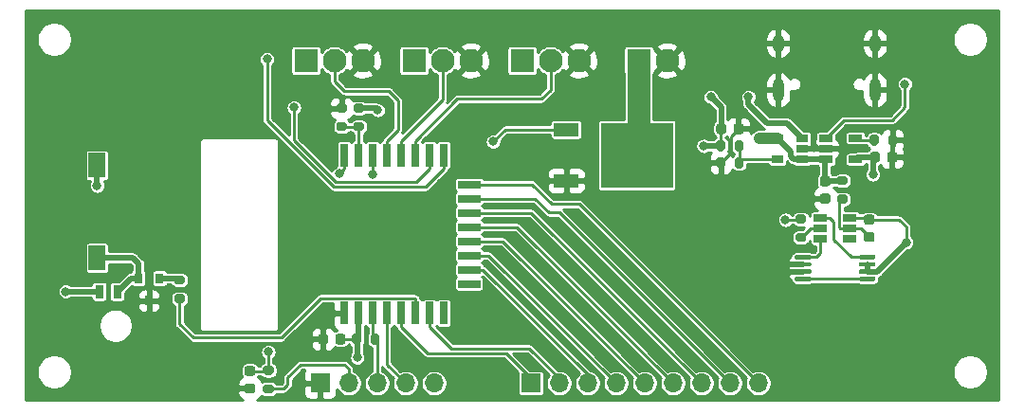
<source format=gtl>
G04 #@! TF.GenerationSoftware,KiCad,Pcbnew,(5.1.12)-1*
G04 #@! TF.CreationDate,2022-06-29T22:30:09+05:00*
G04 #@! TF.ProjectId,YNXT-WM01,594e5854-2d57-44d3-9031-2e6b69636164,rev?*
G04 #@! TF.SameCoordinates,Original*
G04 #@! TF.FileFunction,Copper,L1,Top*
G04 #@! TF.FilePolarity,Positive*
%FSLAX46Y46*%
G04 Gerber Fmt 4.6, Leading zero omitted, Abs format (unit mm)*
G04 Created by KiCad (PCBNEW (5.1.12)-1) date 2022-06-29 22:30:09*
%MOMM*%
%LPD*%
G01*
G04 APERTURE LIST*
G04 #@! TA.AperFunction,SMDPad,CuDef*
%ADD10R,1.500000X2.200000*%
G04 #@! TD*
G04 #@! TA.AperFunction,ComponentPad*
%ADD11R,1.700000X1.700000*%
G04 #@! TD*
G04 #@! TA.AperFunction,ComponentPad*
%ADD12O,1.700000X1.700000*%
G04 #@! TD*
G04 #@! TA.AperFunction,SMDPad,CuDef*
%ADD13R,2.200000X1.200000*%
G04 #@! TD*
G04 #@! TA.AperFunction,SMDPad,CuDef*
%ADD14R,6.400000X5.800000*%
G04 #@! TD*
G04 #@! TA.AperFunction,ComponentPad*
%ADD15C,2.100000*%
G04 #@! TD*
G04 #@! TA.AperFunction,ComponentPad*
%ADD16R,2.100000X2.100000*%
G04 #@! TD*
G04 #@! TA.AperFunction,SMDPad,CuDef*
%ADD17R,0.800000X0.900000*%
G04 #@! TD*
G04 #@! TA.AperFunction,SMDPad,CuDef*
%ADD18R,1.220000X0.650000*%
G04 #@! TD*
G04 #@! TA.AperFunction,SMDPad,CuDef*
%ADD19R,0.700000X2.000000*%
G04 #@! TD*
G04 #@! TA.AperFunction,SMDPad,CuDef*
%ADD20R,2.000000X0.700000*%
G04 #@! TD*
G04 #@! TA.AperFunction,SMDPad,CuDef*
%ADD21R,1.060000X0.650000*%
G04 #@! TD*
G04 #@! TA.AperFunction,SMDPad,CuDef*
%ADD22R,0.800000X1.200000*%
G04 #@! TD*
G04 #@! TA.AperFunction,ComponentPad*
%ADD23O,1.000000X1.600000*%
G04 #@! TD*
G04 #@! TA.AperFunction,ComponentPad*
%ADD24O,1.000000X2.100000*%
G04 #@! TD*
G04 #@! TA.AperFunction,ViaPad*
%ADD25C,0.800000*%
G04 #@! TD*
G04 #@! TA.AperFunction,Conductor*
%ADD26C,0.500000*%
G04 #@! TD*
G04 #@! TA.AperFunction,Conductor*
%ADD27C,1.000000*%
G04 #@! TD*
G04 #@! TA.AperFunction,Conductor*
%ADD28C,0.250000*%
G04 #@! TD*
G04 #@! TA.AperFunction,Conductor*
%ADD29C,2.000000*%
G04 #@! TD*
G04 #@! TA.AperFunction,Conductor*
%ADD30C,0.254000*%
G04 #@! TD*
G04 #@! TA.AperFunction,Conductor*
%ADD31C,0.100000*%
G04 #@! TD*
G04 APERTURE END LIST*
D10*
X95631000Y-114414300D03*
X95631000Y-106133900D03*
D11*
X115570000Y-125603000D03*
D12*
X118110000Y-125603000D03*
X120650000Y-125603000D03*
X123190000Y-125603000D03*
X125730000Y-125603000D03*
D13*
X137532000Y-102939500D03*
X137532000Y-107499500D03*
D14*
X143832000Y-105219500D03*
D15*
X146558000Y-96774000D03*
D16*
X144018000Y-96774000D03*
G04 #@! TA.AperFunction,SMDPad,CuDef*
G36*
G01*
X165537000Y-105160000D02*
X165537000Y-105660000D01*
G75*
G02*
X165312000Y-105885000I-225000J0D01*
G01*
X164862000Y-105885000D01*
G75*
G02*
X164637000Y-105660000I0J225000D01*
G01*
X164637000Y-105160000D01*
G75*
G02*
X164862000Y-104935000I225000J0D01*
G01*
X165312000Y-104935000D01*
G75*
G02*
X165537000Y-105160000I0J-225000D01*
G01*
G37*
G04 #@! TD.AperFunction*
G04 #@! TA.AperFunction,SMDPad,CuDef*
G36*
G01*
X167087000Y-105160000D02*
X167087000Y-105660000D01*
G75*
G02*
X166862000Y-105885000I-225000J0D01*
G01*
X166412000Y-105885000D01*
G75*
G02*
X166187000Y-105660000I0J225000D01*
G01*
X166187000Y-105160000D01*
G75*
G02*
X166412000Y-104935000I225000J0D01*
G01*
X166862000Y-104935000D01*
G75*
G02*
X167087000Y-105160000I0J-225000D01*
G01*
G37*
G04 #@! TD.AperFunction*
G04 #@! TA.AperFunction,SMDPad,CuDef*
G36*
G01*
X164842000Y-112985000D02*
X164342000Y-112985000D01*
G75*
G02*
X164117000Y-112760000I0J225000D01*
G01*
X164117000Y-112310000D01*
G75*
G02*
X164342000Y-112085000I225000J0D01*
G01*
X164842000Y-112085000D01*
G75*
G02*
X165067000Y-112310000I0J-225000D01*
G01*
X165067000Y-112760000D01*
G75*
G02*
X164842000Y-112985000I-225000J0D01*
G01*
G37*
G04 #@! TD.AperFunction*
G04 #@! TA.AperFunction,SMDPad,CuDef*
G36*
G01*
X164842000Y-111435000D02*
X164342000Y-111435000D01*
G75*
G02*
X164117000Y-111210000I0J225000D01*
G01*
X164117000Y-110760000D01*
G75*
G02*
X164342000Y-110535000I225000J0D01*
G01*
X164842000Y-110535000D01*
G75*
G02*
X165067000Y-110760000I0J-225000D01*
G01*
X165067000Y-111210000D01*
G75*
G02*
X164842000Y-111435000I-225000J0D01*
G01*
G37*
G04 #@! TD.AperFunction*
G04 #@! TA.AperFunction,SMDPad,CuDef*
G36*
G01*
X109533500Y-126510500D02*
X109033500Y-126510500D01*
G75*
G02*
X108808500Y-126285500I0J225000D01*
G01*
X108808500Y-125835500D01*
G75*
G02*
X109033500Y-125610500I225000J0D01*
G01*
X109533500Y-125610500D01*
G75*
G02*
X109758500Y-125835500I0J-225000D01*
G01*
X109758500Y-126285500D01*
G75*
G02*
X109533500Y-126510500I-225000J0D01*
G01*
G37*
G04 #@! TD.AperFunction*
G04 #@! TA.AperFunction,SMDPad,CuDef*
G36*
G01*
X109533500Y-124960500D02*
X109033500Y-124960500D01*
G75*
G02*
X108808500Y-124735500I0J225000D01*
G01*
X108808500Y-124285500D01*
G75*
G02*
X109033500Y-124060500I225000J0D01*
G01*
X109533500Y-124060500D01*
G75*
G02*
X109758500Y-124285500I0J-225000D01*
G01*
X109758500Y-124735500D01*
G75*
G02*
X109533500Y-124960500I-225000J0D01*
G01*
G37*
G04 #@! TD.AperFunction*
G04 #@! TA.AperFunction,SMDPad,CuDef*
G36*
G01*
X160405000Y-107106000D02*
X160905000Y-107106000D01*
G75*
G02*
X161130000Y-107331000I0J-225000D01*
G01*
X161130000Y-107781000D01*
G75*
G02*
X160905000Y-108006000I-225000J0D01*
G01*
X160405000Y-108006000D01*
G75*
G02*
X160180000Y-107781000I0J225000D01*
G01*
X160180000Y-107331000D01*
G75*
G02*
X160405000Y-107106000I225000J0D01*
G01*
G37*
G04 #@! TD.AperFunction*
G04 #@! TA.AperFunction,SMDPad,CuDef*
G36*
G01*
X160405000Y-108656000D02*
X160905000Y-108656000D01*
G75*
G02*
X161130000Y-108881000I0J-225000D01*
G01*
X161130000Y-109331000D01*
G75*
G02*
X160905000Y-109556000I-225000J0D01*
G01*
X160405000Y-109556000D01*
G75*
G02*
X160180000Y-109331000I0J225000D01*
G01*
X160180000Y-108881000D01*
G75*
G02*
X160405000Y-108656000I225000J0D01*
G01*
G37*
G04 #@! TD.AperFunction*
G04 #@! TA.AperFunction,SMDPad,CuDef*
G36*
G01*
X150921000Y-103120000D02*
X150921000Y-102620000D01*
G75*
G02*
X151146000Y-102395000I225000J0D01*
G01*
X151596000Y-102395000D01*
G75*
G02*
X151821000Y-102620000I0J-225000D01*
G01*
X151821000Y-103120000D01*
G75*
G02*
X151596000Y-103345000I-225000J0D01*
G01*
X151146000Y-103345000D01*
G75*
G02*
X150921000Y-103120000I0J225000D01*
G01*
G37*
G04 #@! TD.AperFunction*
G04 #@! TA.AperFunction,SMDPad,CuDef*
G36*
G01*
X152471000Y-103120000D02*
X152471000Y-102620000D01*
G75*
G02*
X152696000Y-102395000I225000J0D01*
G01*
X153146000Y-102395000D01*
G75*
G02*
X153371000Y-102620000I0J-225000D01*
G01*
X153371000Y-103120000D01*
G75*
G02*
X153146000Y-103345000I-225000J0D01*
G01*
X152696000Y-103345000D01*
G75*
G02*
X152471000Y-103120000I0J225000D01*
G01*
G37*
G04 #@! TD.AperFunction*
G04 #@! TA.AperFunction,SMDPad,CuDef*
G36*
G01*
X117811000Y-121416000D02*
X117811000Y-121916000D01*
G75*
G02*
X117586000Y-122141000I-225000J0D01*
G01*
X117136000Y-122141000D01*
G75*
G02*
X116911000Y-121916000I0J225000D01*
G01*
X116911000Y-121416000D01*
G75*
G02*
X117136000Y-121191000I225000J0D01*
G01*
X117586000Y-121191000D01*
G75*
G02*
X117811000Y-121416000I0J-225000D01*
G01*
G37*
G04 #@! TD.AperFunction*
G04 #@! TA.AperFunction,SMDPad,CuDef*
G36*
G01*
X116261000Y-121416000D02*
X116261000Y-121916000D01*
G75*
G02*
X116036000Y-122141000I-225000J0D01*
G01*
X115586000Y-122141000D01*
G75*
G02*
X115361000Y-121916000I0J225000D01*
G01*
X115361000Y-121416000D01*
G75*
G02*
X115586000Y-121191000I225000J0D01*
G01*
X116036000Y-121191000D01*
G75*
G02*
X116261000Y-121416000I0J-225000D01*
G01*
G37*
G04 #@! TD.AperFunction*
X114300000Y-96774000D03*
D15*
X116840000Y-96774000D03*
X119380000Y-96774000D03*
X129032000Y-96774000D03*
X126492000Y-96774000D03*
D16*
X123952000Y-96774000D03*
X133604000Y-96774000D03*
D15*
X136144000Y-96774000D03*
X138684000Y-96774000D03*
D17*
X101216500Y-116221000D03*
X99316500Y-116221000D03*
X100266500Y-118221000D03*
G04 #@! TA.AperFunction,SMDPad,CuDef*
G36*
G01*
X165437000Y-103611000D02*
X165437000Y-104161000D01*
G75*
G02*
X165237000Y-104361000I-200000J0D01*
G01*
X164837000Y-104361000D01*
G75*
G02*
X164637000Y-104161000I0J200000D01*
G01*
X164637000Y-103611000D01*
G75*
G02*
X164837000Y-103411000I200000J0D01*
G01*
X165237000Y-103411000D01*
G75*
G02*
X165437000Y-103611000I0J-200000D01*
G01*
G37*
G04 #@! TD.AperFunction*
G04 #@! TA.AperFunction,SMDPad,CuDef*
G36*
G01*
X167087000Y-103611000D02*
X167087000Y-104161000D01*
G75*
G02*
X166887000Y-104361000I-200000J0D01*
G01*
X166487000Y-104361000D01*
G75*
G02*
X166287000Y-104161000I0J200000D01*
G01*
X166287000Y-103611000D01*
G75*
G02*
X166487000Y-103411000I200000J0D01*
G01*
X166887000Y-103411000D01*
G75*
G02*
X167087000Y-103611000I0J-200000D01*
G01*
G37*
G04 #@! TD.AperFunction*
G04 #@! TA.AperFunction,SMDPad,CuDef*
G36*
G01*
X158221000Y-110535000D02*
X158771000Y-110535000D01*
G75*
G02*
X158971000Y-110735000I0J-200000D01*
G01*
X158971000Y-111135000D01*
G75*
G02*
X158771000Y-111335000I-200000J0D01*
G01*
X158221000Y-111335000D01*
G75*
G02*
X158021000Y-111135000I0J200000D01*
G01*
X158021000Y-110735000D01*
G75*
G02*
X158221000Y-110535000I200000J0D01*
G01*
G37*
G04 #@! TD.AperFunction*
G04 #@! TA.AperFunction,SMDPad,CuDef*
G36*
G01*
X158221000Y-112185000D02*
X158771000Y-112185000D01*
G75*
G02*
X158971000Y-112385000I0J-200000D01*
G01*
X158971000Y-112785000D01*
G75*
G02*
X158771000Y-112985000I-200000J0D01*
G01*
X158221000Y-112985000D01*
G75*
G02*
X158021000Y-112785000I0J200000D01*
G01*
X158021000Y-112385000D01*
G75*
G02*
X158221000Y-112185000I200000J0D01*
G01*
G37*
G04 #@! TD.AperFunction*
G04 #@! TA.AperFunction,SMDPad,CuDef*
G36*
G01*
X162454000Y-109556000D02*
X161904000Y-109556000D01*
G75*
G02*
X161704000Y-109356000I0J200000D01*
G01*
X161704000Y-108956000D01*
G75*
G02*
X161904000Y-108756000I200000J0D01*
G01*
X162454000Y-108756000D01*
G75*
G02*
X162654000Y-108956000I0J-200000D01*
G01*
X162654000Y-109356000D01*
G75*
G02*
X162454000Y-109556000I-200000J0D01*
G01*
G37*
G04 #@! TD.AperFunction*
G04 #@! TA.AperFunction,SMDPad,CuDef*
G36*
G01*
X162454000Y-107906000D02*
X161904000Y-107906000D01*
G75*
G02*
X161704000Y-107706000I0J200000D01*
G01*
X161704000Y-107306000D01*
G75*
G02*
X161904000Y-107106000I200000J0D01*
G01*
X162454000Y-107106000D01*
G75*
G02*
X162654000Y-107306000I0J-200000D01*
G01*
X162654000Y-107706000D01*
G75*
G02*
X162454000Y-107906000I-200000J0D01*
G01*
G37*
G04 #@! TD.AperFunction*
G04 #@! TA.AperFunction,SMDPad,CuDef*
G36*
G01*
X110659500Y-124060500D02*
X111209500Y-124060500D01*
G75*
G02*
X111409500Y-124260500I0J-200000D01*
G01*
X111409500Y-124660500D01*
G75*
G02*
X111209500Y-124860500I-200000J0D01*
G01*
X110659500Y-124860500D01*
G75*
G02*
X110459500Y-124660500I0J200000D01*
G01*
X110459500Y-124260500D01*
G75*
G02*
X110659500Y-124060500I200000J0D01*
G01*
G37*
G04 #@! TD.AperFunction*
G04 #@! TA.AperFunction,SMDPad,CuDef*
G36*
G01*
X110659500Y-125710500D02*
X111209500Y-125710500D01*
G75*
G02*
X111409500Y-125910500I0J-200000D01*
G01*
X111409500Y-126310500D01*
G75*
G02*
X111209500Y-126510500I-200000J0D01*
G01*
X110659500Y-126510500D01*
G75*
G02*
X110459500Y-126310500I0J200000D01*
G01*
X110459500Y-125910500D01*
G75*
G02*
X110659500Y-125710500I200000J0D01*
G01*
G37*
G04 #@! TD.AperFunction*
G04 #@! TA.AperFunction,SMDPad,CuDef*
G36*
G01*
X119274000Y-103079000D02*
X118724000Y-103079000D01*
G75*
G02*
X118524000Y-102879000I0J200000D01*
G01*
X118524000Y-102479000D01*
G75*
G02*
X118724000Y-102279000I200000J0D01*
G01*
X119274000Y-102279000D01*
G75*
G02*
X119474000Y-102479000I0J-200000D01*
G01*
X119474000Y-102879000D01*
G75*
G02*
X119274000Y-103079000I-200000J0D01*
G01*
G37*
G04 #@! TD.AperFunction*
G04 #@! TA.AperFunction,SMDPad,CuDef*
G36*
G01*
X119274000Y-101429000D02*
X118724000Y-101429000D01*
G75*
G02*
X118524000Y-101229000I0J200000D01*
G01*
X118524000Y-100829000D01*
G75*
G02*
X118724000Y-100629000I200000J0D01*
G01*
X119274000Y-100629000D01*
G75*
G02*
X119474000Y-100829000I0J-200000D01*
G01*
X119474000Y-101229000D01*
G75*
G02*
X119274000Y-101429000I-200000J0D01*
G01*
G37*
G04 #@! TD.AperFunction*
G04 #@! TA.AperFunction,SMDPad,CuDef*
G36*
G01*
X117200000Y-100629000D02*
X117750000Y-100629000D01*
G75*
G02*
X117950000Y-100829000I0J-200000D01*
G01*
X117950000Y-101229000D01*
G75*
G02*
X117750000Y-101429000I-200000J0D01*
G01*
X117200000Y-101429000D01*
G75*
G02*
X117000000Y-101229000I0J200000D01*
G01*
X117000000Y-100829000D01*
G75*
G02*
X117200000Y-100629000I200000J0D01*
G01*
G37*
G04 #@! TD.AperFunction*
G04 #@! TA.AperFunction,SMDPad,CuDef*
G36*
G01*
X117200000Y-102279000D02*
X117750000Y-102279000D01*
G75*
G02*
X117950000Y-102479000I0J-200000D01*
G01*
X117950000Y-102879000D01*
G75*
G02*
X117750000Y-103079000I-200000J0D01*
G01*
X117200000Y-103079000D01*
G75*
G02*
X117000000Y-102879000I0J200000D01*
G01*
X117000000Y-102479000D01*
G75*
G02*
X117200000Y-102279000I200000J0D01*
G01*
G37*
G04 #@! TD.AperFunction*
G04 #@! TA.AperFunction,SMDPad,CuDef*
G36*
G01*
X120859000Y-121391000D02*
X120859000Y-121941000D01*
G75*
G02*
X120659000Y-122141000I-200000J0D01*
G01*
X120259000Y-122141000D01*
G75*
G02*
X120059000Y-121941000I0J200000D01*
G01*
X120059000Y-121391000D01*
G75*
G02*
X120259000Y-121191000I200000J0D01*
G01*
X120659000Y-121191000D01*
G75*
G02*
X120859000Y-121391000I0J-200000D01*
G01*
G37*
G04 #@! TD.AperFunction*
G04 #@! TA.AperFunction,SMDPad,CuDef*
G36*
G01*
X119209000Y-121391000D02*
X119209000Y-121941000D01*
G75*
G02*
X119009000Y-122141000I-200000J0D01*
G01*
X118609000Y-122141000D01*
G75*
G02*
X118409000Y-121941000I0J200000D01*
G01*
X118409000Y-121391000D01*
G75*
G02*
X118609000Y-121191000I200000J0D01*
G01*
X119009000Y-121191000D01*
G75*
G02*
X119209000Y-121391000I0J-200000D01*
G01*
G37*
G04 #@! TD.AperFunction*
G04 #@! TA.AperFunction,SMDPad,CuDef*
G36*
G01*
X150921000Y-106193000D02*
X150921000Y-105643000D01*
G75*
G02*
X151121000Y-105443000I200000J0D01*
G01*
X151521000Y-105443000D01*
G75*
G02*
X151721000Y-105643000I0J-200000D01*
G01*
X151721000Y-106193000D01*
G75*
G02*
X151521000Y-106393000I-200000J0D01*
G01*
X151121000Y-106393000D01*
G75*
G02*
X150921000Y-106193000I0J200000D01*
G01*
G37*
G04 #@! TD.AperFunction*
G04 #@! TA.AperFunction,SMDPad,CuDef*
G36*
G01*
X152571000Y-106193000D02*
X152571000Y-105643000D01*
G75*
G02*
X152771000Y-105443000I200000J0D01*
G01*
X153171000Y-105443000D01*
G75*
G02*
X153371000Y-105643000I0J-200000D01*
G01*
X153371000Y-106193000D01*
G75*
G02*
X153171000Y-106393000I-200000J0D01*
G01*
X152771000Y-106393000D01*
G75*
G02*
X152571000Y-106193000I0J200000D01*
G01*
G37*
G04 #@! TD.AperFunction*
G04 #@! TA.AperFunction,SMDPad,CuDef*
G36*
G01*
X151721000Y-104119000D02*
X151721000Y-104669000D01*
G75*
G02*
X151521000Y-104869000I-200000J0D01*
G01*
X151121000Y-104869000D01*
G75*
G02*
X150921000Y-104669000I0J200000D01*
G01*
X150921000Y-104119000D01*
G75*
G02*
X151121000Y-103919000I200000J0D01*
G01*
X151521000Y-103919000D01*
G75*
G02*
X151721000Y-104119000I0J-200000D01*
G01*
G37*
G04 #@! TD.AperFunction*
G04 #@! TA.AperFunction,SMDPad,CuDef*
G36*
G01*
X153371000Y-104119000D02*
X153371000Y-104669000D01*
G75*
G02*
X153171000Y-104869000I-200000J0D01*
G01*
X152771000Y-104869000D01*
G75*
G02*
X152571000Y-104669000I0J200000D01*
G01*
X152571000Y-104119000D01*
G75*
G02*
X152771000Y-103919000I200000J0D01*
G01*
X153171000Y-103919000D01*
G75*
G02*
X153371000Y-104119000I0J-200000D01*
G01*
G37*
G04 #@! TD.AperFunction*
G04 #@! TA.AperFunction,SMDPad,CuDef*
G36*
G01*
X102722000Y-115996000D02*
X103272000Y-115996000D01*
G75*
G02*
X103472000Y-116196000I0J-200000D01*
G01*
X103472000Y-116596000D01*
G75*
G02*
X103272000Y-116796000I-200000J0D01*
G01*
X102722000Y-116796000D01*
G75*
G02*
X102522000Y-116596000I0J200000D01*
G01*
X102522000Y-116196000D01*
G75*
G02*
X102722000Y-115996000I200000J0D01*
G01*
G37*
G04 #@! TD.AperFunction*
G04 #@! TA.AperFunction,SMDPad,CuDef*
G36*
G01*
X102722000Y-117646000D02*
X103272000Y-117646000D01*
G75*
G02*
X103472000Y-117846000I0J-200000D01*
G01*
X103472000Y-118246000D01*
G75*
G02*
X103272000Y-118446000I-200000J0D01*
G01*
X102722000Y-118446000D01*
G75*
G02*
X102522000Y-118246000I0J200000D01*
G01*
X102522000Y-117846000D01*
G75*
G02*
X102722000Y-117646000I200000J0D01*
G01*
G37*
G04 #@! TD.AperFunction*
D18*
X163362000Y-103698000D03*
X163362000Y-105598000D03*
X160742000Y-105598000D03*
X160742000Y-104648000D03*
X160742000Y-103698000D03*
D19*
X126588000Y-119318000D03*
X125318000Y-119318000D03*
X124048000Y-119318000D03*
X122778000Y-119318000D03*
X121508000Y-119318000D03*
X120238000Y-119318000D03*
X118968000Y-119318000D03*
X117698000Y-119318000D03*
D20*
X128848000Y-107838000D03*
X128848000Y-109108000D03*
X128848000Y-110378000D03*
X128848000Y-111648000D03*
X128848000Y-112918000D03*
X128848000Y-114188000D03*
X128848000Y-115458000D03*
X128848000Y-116728000D03*
D19*
X117698000Y-105218000D03*
X118968000Y-105218000D03*
X120238000Y-105218000D03*
X121508000Y-105218000D03*
X122778000Y-105218000D03*
X124048000Y-105218000D03*
X125318000Y-105218000D03*
X126588000Y-105218000D03*
D21*
X158580000Y-105598000D03*
X158580000Y-104648000D03*
X158580000Y-103698000D03*
X156380000Y-103698000D03*
X156380000Y-105598000D03*
G04 #@! TA.AperFunction,SMDPad,CuDef*
G36*
G01*
X165144000Y-116191000D02*
X165144000Y-116391000D01*
G75*
G02*
X165044000Y-116491000I-100000J0D01*
G01*
X163769000Y-116491000D01*
G75*
G02*
X163669000Y-116391000I0J100000D01*
G01*
X163669000Y-116191000D01*
G75*
G02*
X163769000Y-116091000I100000J0D01*
G01*
X165044000Y-116091000D01*
G75*
G02*
X165144000Y-116191000I0J-100000D01*
G01*
G37*
G04 #@! TD.AperFunction*
G04 #@! TA.AperFunction,SMDPad,CuDef*
G36*
G01*
X165144000Y-115541000D02*
X165144000Y-115741000D01*
G75*
G02*
X165044000Y-115841000I-100000J0D01*
G01*
X163769000Y-115841000D01*
G75*
G02*
X163669000Y-115741000I0J100000D01*
G01*
X163669000Y-115541000D01*
G75*
G02*
X163769000Y-115441000I100000J0D01*
G01*
X165044000Y-115441000D01*
G75*
G02*
X165144000Y-115541000I0J-100000D01*
G01*
G37*
G04 #@! TD.AperFunction*
G04 #@! TA.AperFunction,SMDPad,CuDef*
G36*
G01*
X165144000Y-114891000D02*
X165144000Y-115091000D01*
G75*
G02*
X165044000Y-115191000I-100000J0D01*
G01*
X163769000Y-115191000D01*
G75*
G02*
X163669000Y-115091000I0J100000D01*
G01*
X163669000Y-114891000D01*
G75*
G02*
X163769000Y-114791000I100000J0D01*
G01*
X165044000Y-114791000D01*
G75*
G02*
X165144000Y-114891000I0J-100000D01*
G01*
G37*
G04 #@! TD.AperFunction*
G04 #@! TA.AperFunction,SMDPad,CuDef*
G36*
G01*
X165144000Y-114241000D02*
X165144000Y-114441000D01*
G75*
G02*
X165044000Y-114541000I-100000J0D01*
G01*
X163769000Y-114541000D01*
G75*
G02*
X163669000Y-114441000I0J100000D01*
G01*
X163669000Y-114241000D01*
G75*
G02*
X163769000Y-114141000I100000J0D01*
G01*
X165044000Y-114141000D01*
G75*
G02*
X165144000Y-114241000I0J-100000D01*
G01*
G37*
G04 #@! TD.AperFunction*
G04 #@! TA.AperFunction,SMDPad,CuDef*
G36*
G01*
X159419000Y-114241000D02*
X159419000Y-114441000D01*
G75*
G02*
X159319000Y-114541000I-100000J0D01*
G01*
X158044000Y-114541000D01*
G75*
G02*
X157944000Y-114441000I0J100000D01*
G01*
X157944000Y-114241000D01*
G75*
G02*
X158044000Y-114141000I100000J0D01*
G01*
X159319000Y-114141000D01*
G75*
G02*
X159419000Y-114241000I0J-100000D01*
G01*
G37*
G04 #@! TD.AperFunction*
G04 #@! TA.AperFunction,SMDPad,CuDef*
G36*
G01*
X159419000Y-114891000D02*
X159419000Y-115091000D01*
G75*
G02*
X159319000Y-115191000I-100000J0D01*
G01*
X158044000Y-115191000D01*
G75*
G02*
X157944000Y-115091000I0J100000D01*
G01*
X157944000Y-114891000D01*
G75*
G02*
X158044000Y-114791000I100000J0D01*
G01*
X159319000Y-114791000D01*
G75*
G02*
X159419000Y-114891000I0J-100000D01*
G01*
G37*
G04 #@! TD.AperFunction*
G04 #@! TA.AperFunction,SMDPad,CuDef*
G36*
G01*
X159419000Y-115541000D02*
X159419000Y-115741000D01*
G75*
G02*
X159319000Y-115841000I-100000J0D01*
G01*
X158044000Y-115841000D01*
G75*
G02*
X157944000Y-115741000I0J100000D01*
G01*
X157944000Y-115541000D01*
G75*
G02*
X158044000Y-115441000I100000J0D01*
G01*
X159319000Y-115441000D01*
G75*
G02*
X159419000Y-115541000I0J-100000D01*
G01*
G37*
G04 #@! TD.AperFunction*
G04 #@! TA.AperFunction,SMDPad,CuDef*
G36*
G01*
X159419000Y-116191000D02*
X159419000Y-116391000D01*
G75*
G02*
X159319000Y-116491000I-100000J0D01*
G01*
X158044000Y-116491000D01*
G75*
G02*
X157944000Y-116391000I0J100000D01*
G01*
X157944000Y-116191000D01*
G75*
G02*
X158044000Y-116091000I100000J0D01*
G01*
X159319000Y-116091000D01*
G75*
G02*
X159419000Y-116191000I0J-100000D01*
G01*
G37*
G04 #@! TD.AperFunction*
D18*
X160234000Y-110810000D03*
X160234000Y-111760000D03*
X160234000Y-112710000D03*
X162854000Y-112710000D03*
X162854000Y-111760000D03*
X162854000Y-110810000D03*
D22*
X95847000Y-117411500D03*
X97447000Y-117411500D03*
D23*
X165102000Y-95216000D03*
X156462000Y-95216000D03*
D24*
X156462000Y-99396000D03*
X165102000Y-99396000D03*
D11*
X134366000Y-125603000D03*
D12*
X136906000Y-125603000D03*
X139446000Y-125603000D03*
X141986000Y-125603000D03*
X144526000Y-125603000D03*
X147066000Y-125603000D03*
X149606000Y-125603000D03*
X152146000Y-125603000D03*
X154686000Y-125603000D03*
D25*
X154749500Y-103695500D03*
X120693510Y-101199010D03*
X95631000Y-107950000D03*
X92837000Y-117411500D03*
X167894000Y-113030000D03*
X157099000Y-110998000D03*
X164909500Y-106934000D03*
X110045500Y-100203000D03*
X113220500Y-100965000D03*
X118872000Y-123317000D03*
X150431500Y-100012500D03*
X149796500Y-104394000D03*
X167767000Y-98869500D03*
X153797000Y-100012500D03*
X120238000Y-106903000D03*
X131000500Y-104013000D03*
X117284500Y-106870500D03*
X110934500Y-122809000D03*
X110807500Y-96647000D03*
D26*
X160705000Y-107506000D02*
X160655000Y-107556000D01*
X162179000Y-107506000D02*
X160705000Y-107506000D01*
X160655000Y-105685000D02*
X160742000Y-105598000D01*
X160655000Y-107556000D02*
X160655000Y-105685000D01*
X158580000Y-105598000D02*
X160742000Y-105598000D01*
X157599999Y-104917999D02*
X157599999Y-105333001D01*
X157864998Y-105598000D02*
X158580000Y-105598000D01*
X157599999Y-105333001D02*
X157864998Y-105598000D01*
X156380000Y-103698000D02*
X157599999Y-104917999D01*
D27*
X156377500Y-103695500D02*
X156380000Y-103698000D01*
X154749500Y-103695500D02*
X156377500Y-103695500D01*
D26*
X120523500Y-101029000D02*
X120693510Y-101199010D01*
X118999000Y-101029000D02*
X120523500Y-101029000D01*
X95631000Y-106133900D02*
X95631000Y-107950000D01*
X95847000Y-117411500D02*
X92837000Y-117411500D01*
D28*
X164417000Y-110810000D02*
X164592000Y-110985000D01*
X162854000Y-110810000D02*
X164417000Y-110810000D01*
D26*
X164406500Y-114991000D02*
X164406500Y-115641000D01*
X164406500Y-115641000D02*
X165283000Y-115641000D01*
X165283000Y-115641000D02*
X167894000Y-113030000D01*
D28*
X167894000Y-113030000D02*
X167894000Y-111633000D01*
X167246000Y-110985000D02*
X164592000Y-110985000D01*
X167894000Y-111633000D02*
X167246000Y-110985000D01*
X158433000Y-110998000D02*
X158496000Y-110935000D01*
X157099000Y-110998000D02*
X158433000Y-110998000D01*
D26*
X164909500Y-105587500D02*
X165087000Y-105410000D01*
X164909500Y-106934000D02*
X164909500Y-105587500D01*
X163550000Y-105410000D02*
X163362000Y-105598000D01*
X165087000Y-105410000D02*
X163550000Y-105410000D01*
X98637500Y-116221000D02*
X97447000Y-117411500D01*
X99316500Y-116221000D02*
X98637500Y-116221000D01*
X99316500Y-116221000D02*
X99316500Y-114874000D01*
X98856800Y-114414300D02*
X95631000Y-114414300D01*
X99316500Y-114874000D02*
X98856800Y-114414300D01*
D28*
X117698000Y-119318000D02*
X116902000Y-119318000D01*
X115811000Y-120409000D02*
X115811000Y-121666000D01*
X116902000Y-119318000D02*
X115811000Y-120409000D01*
D26*
X158580000Y-104648000D02*
X160742000Y-104648000D01*
D28*
X152245990Y-103545010D02*
X152921000Y-102870000D01*
X152245990Y-104993010D02*
X152245990Y-103545010D01*
X151321000Y-105918000D02*
X152245990Y-104993010D01*
D26*
X158681500Y-114991000D02*
X156774000Y-114991000D01*
X158681500Y-115641000D02*
X156916000Y-115641000D01*
X159610000Y-104648000D02*
X159639000Y-104619000D01*
X158580000Y-104648000D02*
X159610000Y-104648000D01*
X159639000Y-104619000D02*
X159639000Y-104140000D01*
X159946998Y-104648000D02*
X159639000Y-104340002D01*
X160742000Y-104648000D02*
X159946998Y-104648000D01*
X159639000Y-104340002D02*
X159639000Y-103759000D01*
D28*
X125318000Y-105218000D02*
X125318000Y-104552998D01*
X124157999Y-107628001D02*
X116968999Y-107628001D01*
X116968999Y-107628001D02*
X113220500Y-103879502D01*
X125318000Y-106468000D02*
X124157999Y-107628001D01*
X125318000Y-105218000D02*
X125318000Y-106468000D01*
X113220500Y-103879502D02*
X113220500Y-100965000D01*
D26*
X118872000Y-121729000D02*
X118809000Y-121666000D01*
X118872000Y-123317000D02*
X118872000Y-121729000D01*
D28*
X117361000Y-121666000D02*
X118809000Y-121666000D01*
X151321000Y-102920000D02*
X151371000Y-102870000D01*
X151321000Y-104394000D02*
X151321000Y-102920000D01*
D26*
X151371000Y-102870000D02*
X151371000Y-100952000D01*
X151371000Y-100952000D02*
X150431500Y-100012500D01*
X149796500Y-104394000D02*
X151321000Y-104394000D01*
X118968000Y-121507000D02*
X118809000Y-121666000D01*
X118968000Y-119318000D02*
X118968000Y-121507000D01*
D28*
X160742000Y-103698000D02*
X162332000Y-102108000D01*
X162332000Y-102108000D02*
X166624000Y-102108000D01*
X166624000Y-102108000D02*
X167767000Y-100965000D01*
X167767000Y-100965000D02*
X167767000Y-98869500D01*
X122778000Y-120568000D02*
X125146000Y-122936000D01*
X122778000Y-119318000D02*
X122778000Y-120568000D01*
X132143500Y-122936000D02*
X134810500Y-125603000D01*
X125146000Y-122936000D02*
X132143500Y-122936000D01*
X139446000Y-124806000D02*
X139446000Y-125603000D01*
X130098000Y-115458000D02*
X139446000Y-124806000D01*
X128848000Y-115458000D02*
X130098000Y-115458000D01*
X130571000Y-114188000D02*
X141986000Y-125603000D01*
X128848000Y-114188000D02*
X130571000Y-114188000D01*
X131841000Y-112918000D02*
X144526000Y-125603000D01*
X128848000Y-112918000D02*
X131841000Y-112918000D01*
X133111000Y-111648000D02*
X147066000Y-125603000D01*
X128848000Y-111648000D02*
X133111000Y-111648000D01*
X134381000Y-110378000D02*
X149606000Y-125603000D01*
X128848000Y-110378000D02*
X134381000Y-110378000D01*
X128848000Y-109108000D02*
X134762000Y-109108000D01*
X134762000Y-109108000D02*
X136017000Y-110363000D01*
X136906000Y-110363000D02*
X152146000Y-125603000D01*
X136017000Y-110363000D02*
X136906000Y-110363000D01*
X128848000Y-107838000D02*
X134508000Y-107838000D01*
X134508000Y-107838000D02*
X136271000Y-109601000D01*
X138684000Y-109601000D02*
X154686000Y-125603000D01*
X136271000Y-109601000D02*
X138684000Y-109601000D01*
X116840000Y-98615500D02*
X116840000Y-96774000D01*
X121666000Y-99504500D02*
X117729000Y-99504500D01*
X117729000Y-99504500D02*
X116840000Y-98615500D01*
X122491500Y-100330000D02*
X121666000Y-99504500D01*
X122491500Y-102984500D02*
X122491500Y-100330000D01*
X121508000Y-103968000D02*
X122491500Y-102984500D01*
X121508000Y-105218000D02*
X121508000Y-103968000D01*
X122778000Y-105218000D02*
X122778000Y-104601590D01*
X126492000Y-100254000D02*
X126492000Y-96774000D01*
X122778000Y-103968000D02*
X126492000Y-100254000D01*
X122778000Y-105218000D02*
X122778000Y-103968000D01*
X124048000Y-103968000D02*
X127813000Y-100203000D01*
X124048000Y-105218000D02*
X124048000Y-103968000D01*
X127813000Y-100203000D02*
X135318500Y-100203000D01*
X136144000Y-99377500D02*
X136144000Y-96774000D01*
X135318500Y-100203000D02*
X136144000Y-99377500D01*
X118110000Y-125603000D02*
X118110000Y-124333000D01*
X118110000Y-124333000D02*
X117729000Y-123952000D01*
X117729000Y-123952000D02*
X113792000Y-123952000D01*
X113792000Y-123952000D02*
X112649000Y-125095000D01*
X112649000Y-125095000D02*
X112649000Y-125730000D01*
X112268500Y-126110500D02*
X110934500Y-126110500D01*
X112649000Y-125730000D02*
X112268500Y-126110500D01*
X120238000Y-121445000D02*
X120459000Y-121666000D01*
X120238000Y-119318000D02*
X120238000Y-121445000D01*
X120650000Y-121857000D02*
X120459000Y-121666000D01*
X120650000Y-125603000D02*
X120650000Y-121857000D01*
X121508000Y-123921000D02*
X121508000Y-119318000D01*
X123190000Y-125603000D02*
X121508000Y-123921000D01*
D26*
X158580000Y-103698000D02*
X157244000Y-102362000D01*
X157244000Y-102362000D02*
X155448000Y-102362000D01*
X155448000Y-102362000D02*
X153797000Y-100711000D01*
X153797000Y-100711000D02*
X153797000Y-100012500D01*
X102822000Y-116221000D02*
X102997000Y-116396000D01*
X101216500Y-116221000D02*
X102822000Y-116221000D01*
D28*
X163550000Y-103886000D02*
X163362000Y-103698000D01*
X165037000Y-103886000D02*
X163550000Y-103886000D01*
X118999000Y-102679000D02*
X117475000Y-102679000D01*
X118999000Y-105187000D02*
X118968000Y-105218000D01*
X118999000Y-102679000D02*
X118999000Y-105187000D01*
X123972999Y-117992999D02*
X115623501Y-117992999D01*
X124048000Y-118068000D02*
X123972999Y-117992999D01*
X124048000Y-119318000D02*
X124048000Y-118068000D01*
X115623501Y-117992999D02*
X112077500Y-121539000D01*
X112077500Y-121539000D02*
X104203500Y-121539000D01*
X102997000Y-120332500D02*
X102997000Y-118046000D01*
X104203500Y-121539000D02*
X102997000Y-120332500D01*
X120238000Y-105218000D02*
X120238000Y-106903000D01*
X132074000Y-102939500D02*
X137532000Y-102939500D01*
X131000500Y-104013000D02*
X132074000Y-102939500D01*
X161094000Y-110810000D02*
X161417000Y-111133000D01*
X160234000Y-110810000D02*
X161094000Y-110810000D01*
X162964998Y-114341000D02*
X164406500Y-114341000D01*
X161417000Y-112793002D02*
X162964998Y-114341000D01*
X161417000Y-111133000D02*
X161417000Y-112793002D01*
X110884500Y-124510500D02*
X110934500Y-124460500D01*
X109283500Y-124510500D02*
X110884500Y-124510500D01*
X110934500Y-124460500D02*
X110934500Y-124060500D01*
X117698000Y-105218000D02*
X117698000Y-106457000D01*
X117698000Y-106457000D02*
X117284500Y-106870500D01*
X110934500Y-122809000D02*
X110934500Y-124460500D01*
X161994000Y-111760000D02*
X162854000Y-111760000D01*
X161918999Y-111684999D02*
X161994000Y-111760000D01*
X161918999Y-109416001D02*
X161918999Y-111684999D01*
X162179000Y-109156000D02*
X161918999Y-109416001D01*
X163817000Y-111760000D02*
X162854000Y-111760000D01*
X164592000Y-112535000D02*
X163817000Y-111760000D01*
X116782598Y-108078010D02*
X110807500Y-102102912D01*
X124977989Y-108078011D02*
X116782598Y-108078010D01*
X126588000Y-106468000D02*
X124977989Y-108078011D01*
X126588000Y-105218000D02*
X126588000Y-106468000D01*
X110807500Y-102102912D02*
X110807500Y-96647000D01*
X159321000Y-111760000D02*
X160234000Y-111760000D01*
X158496000Y-112585000D02*
X159321000Y-111760000D01*
X153291000Y-105598000D02*
X152971000Y-105918000D01*
X156380000Y-105598000D02*
X153291000Y-105598000D01*
X152971000Y-104394000D02*
X152971000Y-105918000D01*
D29*
X144018000Y-105033500D02*
X143832000Y-105219500D01*
X144018000Y-96774000D02*
X144018000Y-105033500D01*
D28*
X158681500Y-116291000D02*
X164406500Y-116291000D01*
X158681500Y-114341000D02*
X159852000Y-114341000D01*
X160234000Y-113959000D02*
X160234000Y-112710000D01*
X159852000Y-114341000D02*
X160234000Y-113959000D01*
X134233490Y-122485990D02*
X137350500Y-125603000D01*
X127235990Y-122485990D02*
X134233490Y-122485990D01*
X125318000Y-120568000D02*
X127235990Y-122485990D01*
X125318000Y-119318000D02*
X125318000Y-120568000D01*
D30*
X176153001Y-127131000D02*
X109900493Y-127131000D01*
X110002680Y-127100002D01*
X110112994Y-127041037D01*
X110209685Y-126961685D01*
X110289037Y-126864994D01*
X110348002Y-126754680D01*
X110352693Y-126739214D01*
X110365836Y-126750000D01*
X110457220Y-126798846D01*
X110556379Y-126828925D01*
X110659500Y-126839082D01*
X111209500Y-126839082D01*
X111312621Y-126828925D01*
X111411780Y-126798846D01*
X111503164Y-126750000D01*
X111583264Y-126684264D01*
X111649000Y-126604164D01*
X111671270Y-126562500D01*
X112246295Y-126562500D01*
X112268500Y-126564687D01*
X112290705Y-126562500D01*
X112357107Y-126555960D01*
X112442310Y-126530114D01*
X112520833Y-126488143D01*
X112563654Y-126453000D01*
X114081928Y-126453000D01*
X114094188Y-126577482D01*
X114130498Y-126697180D01*
X114189463Y-126807494D01*
X114268815Y-126904185D01*
X114365506Y-126983537D01*
X114475820Y-127042502D01*
X114595518Y-127078812D01*
X114720000Y-127091072D01*
X115284250Y-127088000D01*
X115443000Y-126929250D01*
X115443000Y-125730000D01*
X114243750Y-125730000D01*
X114085000Y-125888750D01*
X114081928Y-126453000D01*
X112563654Y-126453000D01*
X112589659Y-126431659D01*
X112603823Y-126414400D01*
X112952910Y-126065315D01*
X112970159Y-126051159D01*
X113026643Y-125982333D01*
X113068614Y-125903810D01*
X113094460Y-125818607D01*
X113095644Y-125806590D01*
X113103187Y-125730001D01*
X113101000Y-125707796D01*
X113101000Y-125282223D01*
X113979225Y-124404000D01*
X114186526Y-124404000D01*
X114130498Y-124508820D01*
X114094188Y-124628518D01*
X114081928Y-124753000D01*
X114085000Y-125317250D01*
X114243750Y-125476000D01*
X115443000Y-125476000D01*
X115443000Y-125456000D01*
X115697000Y-125456000D01*
X115697000Y-125476000D01*
X115717000Y-125476000D01*
X115717000Y-125730000D01*
X115697000Y-125730000D01*
X115697000Y-126929250D01*
X115855750Y-127088000D01*
X116420000Y-127091072D01*
X116544482Y-127078812D01*
X116664180Y-127042502D01*
X116774494Y-126983537D01*
X116871185Y-126904185D01*
X116950537Y-126807494D01*
X117009502Y-126697180D01*
X117045812Y-126577482D01*
X117058072Y-126453000D01*
X117056340Y-126134890D01*
X117066956Y-126160519D01*
X117195764Y-126353294D01*
X117359706Y-126517236D01*
X117552481Y-126646044D01*
X117766682Y-126734769D01*
X117994076Y-126780000D01*
X118225924Y-126780000D01*
X118453318Y-126734769D01*
X118667519Y-126646044D01*
X118860294Y-126517236D01*
X119024236Y-126353294D01*
X119153044Y-126160519D01*
X119241769Y-125946318D01*
X119287000Y-125718924D01*
X119287000Y-125487076D01*
X119241769Y-125259682D01*
X119153044Y-125045481D01*
X119024236Y-124852706D01*
X118860294Y-124688764D01*
X118667519Y-124559956D01*
X118562000Y-124516249D01*
X118562000Y-124355204D01*
X118564187Y-124332999D01*
X118555460Y-124244392D01*
X118544471Y-124208167D01*
X118529614Y-124159190D01*
X118487643Y-124080667D01*
X118431159Y-124011841D01*
X118413910Y-123997685D01*
X118064323Y-123648100D01*
X118050159Y-123630841D01*
X117981333Y-123574357D01*
X117902810Y-123532386D01*
X117817607Y-123506540D01*
X117751205Y-123500000D01*
X117729000Y-123497813D01*
X117706795Y-123500000D01*
X113814204Y-123500000D01*
X113791999Y-123497813D01*
X113703392Y-123506540D01*
X113629161Y-123529058D01*
X113618190Y-123532386D01*
X113539667Y-123574357D01*
X113470841Y-123630841D01*
X113456685Y-123648090D01*
X112345100Y-124759677D01*
X112327841Y-124773841D01*
X112271357Y-124842668D01*
X112243595Y-124894607D01*
X112229386Y-124921191D01*
X112203540Y-125006393D01*
X112194813Y-125095000D01*
X112197000Y-125117206D01*
X112197001Y-125542775D01*
X112081276Y-125658500D01*
X111671270Y-125658500D01*
X111649000Y-125616836D01*
X111583264Y-125536736D01*
X111503164Y-125471000D01*
X111411780Y-125422154D01*
X111312621Y-125392075D01*
X111209500Y-125381918D01*
X110659500Y-125381918D01*
X110556379Y-125392075D01*
X110457220Y-125422154D01*
X110377814Y-125464598D01*
X110348002Y-125366320D01*
X110289037Y-125256006D01*
X110209685Y-125159315D01*
X110112994Y-125079963D01*
X110004933Y-125022202D01*
X110036844Y-124962500D01*
X110226841Y-124962500D01*
X110285736Y-125034264D01*
X110365836Y-125100000D01*
X110457220Y-125148846D01*
X110556379Y-125178925D01*
X110659500Y-125189082D01*
X111209500Y-125189082D01*
X111312621Y-125178925D01*
X111411780Y-125148846D01*
X111503164Y-125100000D01*
X111583264Y-125034264D01*
X111649000Y-124954164D01*
X111697846Y-124862780D01*
X111727925Y-124763621D01*
X111738082Y-124660500D01*
X111738082Y-124260500D01*
X111727925Y-124157379D01*
X111697846Y-124058220D01*
X111649000Y-123966836D01*
X111583264Y-123886736D01*
X111503164Y-123821000D01*
X111411780Y-123772154D01*
X111386500Y-123764486D01*
X111386500Y-123381339D01*
X111397936Y-123373698D01*
X111499198Y-123272436D01*
X111578759Y-123153364D01*
X111633562Y-123021058D01*
X111661500Y-122880603D01*
X111661500Y-122737397D01*
X111633562Y-122596942D01*
X111578759Y-122464636D01*
X111499198Y-122345564D01*
X111397936Y-122244302D01*
X111278864Y-122164741D01*
X111221549Y-122141000D01*
X114722928Y-122141000D01*
X114735188Y-122265482D01*
X114771498Y-122385180D01*
X114830463Y-122495494D01*
X114909815Y-122592185D01*
X115006506Y-122671537D01*
X115116820Y-122730502D01*
X115236518Y-122766812D01*
X115361000Y-122779072D01*
X115525250Y-122776000D01*
X115684000Y-122617250D01*
X115684000Y-121793000D01*
X114884750Y-121793000D01*
X114726000Y-121951750D01*
X114722928Y-122141000D01*
X111221549Y-122141000D01*
X111146558Y-122109938D01*
X111006103Y-122082000D01*
X110862897Y-122082000D01*
X110722442Y-122109938D01*
X110590136Y-122164741D01*
X110471064Y-122244302D01*
X110369802Y-122345564D01*
X110290241Y-122464636D01*
X110235438Y-122596942D01*
X110207500Y-122737397D01*
X110207500Y-122880603D01*
X110235438Y-123021058D01*
X110290241Y-123153364D01*
X110369802Y-123272436D01*
X110471064Y-123373698D01*
X110482500Y-123381339D01*
X110482501Y-123764485D01*
X110457220Y-123772154D01*
X110365836Y-123821000D01*
X110285736Y-123886736D01*
X110220000Y-123966836D01*
X110171154Y-124058220D01*
X110171069Y-124058500D01*
X110036844Y-124058500D01*
X109993787Y-123977946D01*
X109924942Y-123894058D01*
X109841054Y-123825213D01*
X109745347Y-123774057D01*
X109641498Y-123742555D01*
X109533500Y-123731918D01*
X109033500Y-123731918D01*
X108925502Y-123742555D01*
X108821653Y-123774057D01*
X108725946Y-123825213D01*
X108642058Y-123894058D01*
X108573213Y-123977946D01*
X108522057Y-124073653D01*
X108490555Y-124177502D01*
X108479918Y-124285500D01*
X108479918Y-124735500D01*
X108490555Y-124843498D01*
X108522057Y-124947347D01*
X108562067Y-125022202D01*
X108454006Y-125079963D01*
X108357315Y-125159315D01*
X108277963Y-125256006D01*
X108218998Y-125366320D01*
X108182688Y-125486018D01*
X108170428Y-125610500D01*
X108173500Y-125774750D01*
X108332250Y-125933500D01*
X109156500Y-125933500D01*
X109156500Y-125913500D01*
X109410500Y-125913500D01*
X109410500Y-125933500D01*
X109430500Y-125933500D01*
X109430500Y-126187500D01*
X109410500Y-126187500D01*
X109410500Y-126207500D01*
X109156500Y-126207500D01*
X109156500Y-126187500D01*
X108332250Y-126187500D01*
X108173500Y-126346250D01*
X108170428Y-126510500D01*
X108182688Y-126634982D01*
X108218998Y-126754680D01*
X108277963Y-126864994D01*
X108357315Y-126961685D01*
X108454006Y-127041037D01*
X108564320Y-127100002D01*
X108666507Y-127131000D01*
X89277000Y-127131000D01*
X89277000Y-124431679D01*
X90244000Y-124431679D01*
X90244000Y-124742321D01*
X90304604Y-125046994D01*
X90423481Y-125333989D01*
X90596064Y-125592279D01*
X90815721Y-125811936D01*
X91074011Y-125984519D01*
X91361006Y-126103396D01*
X91665679Y-126164000D01*
X91976321Y-126164000D01*
X92280994Y-126103396D01*
X92567989Y-125984519D01*
X92826279Y-125811936D01*
X93045936Y-125592279D01*
X93218519Y-125333989D01*
X93337396Y-125046994D01*
X93398000Y-124742321D01*
X93398000Y-124431679D01*
X93337396Y-124127006D01*
X93218519Y-123840011D01*
X93045936Y-123581721D01*
X92826279Y-123362064D01*
X92567989Y-123189481D01*
X92280994Y-123070604D01*
X91976321Y-123010000D01*
X91665679Y-123010000D01*
X91361006Y-123070604D01*
X91074011Y-123189481D01*
X90815721Y-123362064D01*
X90596064Y-123581721D01*
X90423481Y-123840011D01*
X90304604Y-124127006D01*
X90244000Y-124431679D01*
X89277000Y-124431679D01*
X89277000Y-120305097D01*
X95766001Y-120305097D01*
X95766001Y-120604905D01*
X95824491Y-120898952D01*
X95939222Y-121175938D01*
X96105787Y-121425219D01*
X96317783Y-121637215D01*
X96567064Y-121803780D01*
X96844050Y-121918511D01*
X97138097Y-121977001D01*
X97437905Y-121977001D01*
X97731952Y-121918511D01*
X98008938Y-121803780D01*
X98258219Y-121637215D01*
X98470215Y-121425219D01*
X98636780Y-121175938D01*
X98751511Y-120898952D01*
X98810001Y-120604905D01*
X98810001Y-120305097D01*
X98751511Y-120011050D01*
X98636780Y-119734064D01*
X98470215Y-119484783D01*
X98258219Y-119272787D01*
X98008938Y-119106222D01*
X97731952Y-118991491D01*
X97437905Y-118933001D01*
X97138097Y-118933001D01*
X96844050Y-118991491D01*
X96567064Y-119106222D01*
X96317783Y-119272787D01*
X96105787Y-119484783D01*
X95939222Y-119734064D01*
X95824491Y-120011050D01*
X95766001Y-120305097D01*
X89277000Y-120305097D01*
X89277000Y-118671000D01*
X99228428Y-118671000D01*
X99240688Y-118795482D01*
X99276998Y-118915180D01*
X99335963Y-119025494D01*
X99415315Y-119122185D01*
X99512006Y-119201537D01*
X99622320Y-119260502D01*
X99742018Y-119296812D01*
X99866500Y-119309072D01*
X99980750Y-119306000D01*
X100139500Y-119147250D01*
X100139500Y-118348000D01*
X100393500Y-118348000D01*
X100393500Y-119147250D01*
X100552250Y-119306000D01*
X100666500Y-119309072D01*
X100790982Y-119296812D01*
X100910680Y-119260502D01*
X101020994Y-119201537D01*
X101117685Y-119122185D01*
X101197037Y-119025494D01*
X101256002Y-118915180D01*
X101292312Y-118795482D01*
X101304572Y-118671000D01*
X101301500Y-118506750D01*
X101142750Y-118348000D01*
X100393500Y-118348000D01*
X100139500Y-118348000D01*
X99390250Y-118348000D01*
X99231500Y-118506750D01*
X99228428Y-118671000D01*
X89277000Y-118671000D01*
X89277000Y-117339897D01*
X92110000Y-117339897D01*
X92110000Y-117483103D01*
X92137938Y-117623558D01*
X92192741Y-117755864D01*
X92272302Y-117874936D01*
X92373564Y-117976198D01*
X92492636Y-118055759D01*
X92624942Y-118110562D01*
X92765397Y-118138500D01*
X92908603Y-118138500D01*
X93049058Y-118110562D01*
X93181364Y-118055759D01*
X93282025Y-117988500D01*
X95118418Y-117988500D01*
X95118418Y-118011500D01*
X95124732Y-118075603D01*
X95143430Y-118137243D01*
X95173794Y-118194050D01*
X95214657Y-118243843D01*
X95264450Y-118284706D01*
X95321257Y-118315070D01*
X95382897Y-118333768D01*
X95447000Y-118340082D01*
X96247000Y-118340082D01*
X96311103Y-118333768D01*
X96372743Y-118315070D01*
X96429550Y-118284706D01*
X96479343Y-118243843D01*
X96520206Y-118194050D01*
X96550570Y-118137243D01*
X96569268Y-118075603D01*
X96575582Y-118011500D01*
X96575582Y-116811500D01*
X96569268Y-116747397D01*
X96550570Y-116685757D01*
X96520206Y-116628950D01*
X96479343Y-116579157D01*
X96429550Y-116538294D01*
X96372743Y-116507930D01*
X96311103Y-116489232D01*
X96247000Y-116482918D01*
X95447000Y-116482918D01*
X95382897Y-116489232D01*
X95321257Y-116507930D01*
X95264450Y-116538294D01*
X95214657Y-116579157D01*
X95173794Y-116628950D01*
X95143430Y-116685757D01*
X95124732Y-116747397D01*
X95118418Y-116811500D01*
X95118418Y-116834500D01*
X93282025Y-116834500D01*
X93181364Y-116767241D01*
X93049058Y-116712438D01*
X92908603Y-116684500D01*
X92765397Y-116684500D01*
X92624942Y-116712438D01*
X92492636Y-116767241D01*
X92373564Y-116846802D01*
X92272302Y-116948064D01*
X92192741Y-117067136D01*
X92137938Y-117199442D01*
X92110000Y-117339897D01*
X89277000Y-117339897D01*
X89277000Y-113314300D01*
X94552418Y-113314300D01*
X94552418Y-115514300D01*
X94558732Y-115578403D01*
X94577430Y-115640043D01*
X94607794Y-115696850D01*
X94648657Y-115746643D01*
X94698450Y-115787506D01*
X94755257Y-115817870D01*
X94816897Y-115836568D01*
X94881000Y-115842882D01*
X96381000Y-115842882D01*
X96445103Y-115836568D01*
X96506743Y-115817870D01*
X96563550Y-115787506D01*
X96613343Y-115746643D01*
X96654206Y-115696850D01*
X96684570Y-115640043D01*
X96703268Y-115578403D01*
X96709582Y-115514300D01*
X96709582Y-114991300D01*
X98617799Y-114991300D01*
X98739501Y-115113002D01*
X98739501Y-115494827D01*
X98733950Y-115497794D01*
X98684157Y-115538657D01*
X98643294Y-115588450D01*
X98613848Y-115643539D01*
X98609170Y-115644000D01*
X98609164Y-115644000D01*
X98524388Y-115652350D01*
X98415624Y-115685343D01*
X98315385Y-115738921D01*
X98276720Y-115770653D01*
X98249535Y-115792963D01*
X98249533Y-115792965D01*
X98227526Y-115811026D01*
X98209465Y-115833033D01*
X97559581Y-116482918D01*
X97047000Y-116482918D01*
X96982897Y-116489232D01*
X96921257Y-116507930D01*
X96864450Y-116538294D01*
X96814657Y-116579157D01*
X96773794Y-116628950D01*
X96743430Y-116685757D01*
X96724732Y-116747397D01*
X96718418Y-116811500D01*
X96718418Y-118011500D01*
X96724732Y-118075603D01*
X96743430Y-118137243D01*
X96773794Y-118194050D01*
X96814657Y-118243843D01*
X96864450Y-118284706D01*
X96921257Y-118315070D01*
X96982897Y-118333768D01*
X97047000Y-118340082D01*
X97847000Y-118340082D01*
X97911103Y-118333768D01*
X97972743Y-118315070D01*
X98029550Y-118284706D01*
X98079343Y-118243843D01*
X98120206Y-118194050D01*
X98150570Y-118137243D01*
X98169268Y-118075603D01*
X98175582Y-118011500D01*
X98175582Y-117771000D01*
X99228428Y-117771000D01*
X99231500Y-117935250D01*
X99390250Y-118094000D01*
X100139500Y-118094000D01*
X100139500Y-117294750D01*
X100393500Y-117294750D01*
X100393500Y-118094000D01*
X101142750Y-118094000D01*
X101301500Y-117935250D01*
X101303169Y-117846000D01*
X102193418Y-117846000D01*
X102193418Y-118246000D01*
X102203575Y-118349121D01*
X102233654Y-118448280D01*
X102282500Y-118539664D01*
X102348236Y-118619764D01*
X102428336Y-118685500D01*
X102519720Y-118734346D01*
X102545001Y-118742015D01*
X102545000Y-120310295D01*
X102542813Y-120332500D01*
X102547701Y-120382131D01*
X102551540Y-120421106D01*
X102577386Y-120506309D01*
X102619357Y-120584832D01*
X102675841Y-120653659D01*
X102693100Y-120667823D01*
X103868181Y-121842905D01*
X103882341Y-121860159D01*
X103951167Y-121916643D01*
X104029690Y-121958614D01*
X104114892Y-121984460D01*
X104203500Y-121993187D01*
X104225705Y-121991000D01*
X112055295Y-121991000D01*
X112077500Y-121993187D01*
X112099705Y-121991000D01*
X112138704Y-121987159D01*
X112166107Y-121984460D01*
X112190696Y-121977001D01*
X112251310Y-121958614D01*
X112329833Y-121916643D01*
X112398659Y-121860159D01*
X112412823Y-121842900D01*
X113064723Y-121191000D01*
X114722928Y-121191000D01*
X114726000Y-121380250D01*
X114884750Y-121539000D01*
X115684000Y-121539000D01*
X115684000Y-120714750D01*
X115525250Y-120556000D01*
X115361000Y-120552928D01*
X115236518Y-120565188D01*
X115116820Y-120601498D01*
X115006506Y-120660463D01*
X114909815Y-120739815D01*
X114830463Y-120836506D01*
X114771498Y-120946820D01*
X114735188Y-121066518D01*
X114722928Y-121191000D01*
X113064723Y-121191000D01*
X115810725Y-118444999D01*
X116710474Y-118444999D01*
X116713000Y-119032250D01*
X116871750Y-119191000D01*
X117571000Y-119191000D01*
X117571000Y-119171000D01*
X117825000Y-119171000D01*
X117825000Y-119191000D01*
X117845000Y-119191000D01*
X117845000Y-119445000D01*
X117825000Y-119445000D01*
X117825000Y-119465000D01*
X117571000Y-119465000D01*
X117571000Y-119445000D01*
X116871750Y-119445000D01*
X116713000Y-119603750D01*
X116709928Y-120318000D01*
X116722188Y-120442482D01*
X116758498Y-120562180D01*
X116817463Y-120672494D01*
X116896815Y-120769185D01*
X116993506Y-120848537D01*
X117037606Y-120872109D01*
X117028002Y-120873055D01*
X116924153Y-120904557D01*
X116849298Y-120944567D01*
X116791537Y-120836506D01*
X116712185Y-120739815D01*
X116615494Y-120660463D01*
X116505180Y-120601498D01*
X116385482Y-120565188D01*
X116261000Y-120552928D01*
X116096750Y-120556000D01*
X115938000Y-120714750D01*
X115938000Y-121539000D01*
X115958000Y-121539000D01*
X115958000Y-121793000D01*
X115938000Y-121793000D01*
X115938000Y-122617250D01*
X116096750Y-122776000D01*
X116261000Y-122779072D01*
X116385482Y-122766812D01*
X116505180Y-122730502D01*
X116615494Y-122671537D01*
X116712185Y-122592185D01*
X116791537Y-122495494D01*
X116849298Y-122387433D01*
X116924153Y-122427443D01*
X117028002Y-122458945D01*
X117136000Y-122469582D01*
X117586000Y-122469582D01*
X117693998Y-122458945D01*
X117797847Y-122427443D01*
X117893554Y-122376287D01*
X117977442Y-122307442D01*
X118046287Y-122223554D01*
X118097443Y-122127847D01*
X118100430Y-122118000D01*
X118112986Y-122118000D01*
X118120654Y-122143280D01*
X118169500Y-122234664D01*
X118235236Y-122314764D01*
X118295001Y-122363811D01*
X118295000Y-122871975D01*
X118227741Y-122972636D01*
X118172938Y-123104942D01*
X118145000Y-123245397D01*
X118145000Y-123388603D01*
X118172938Y-123529058D01*
X118227741Y-123661364D01*
X118307302Y-123780436D01*
X118408564Y-123881698D01*
X118527636Y-123961259D01*
X118659942Y-124016062D01*
X118800397Y-124044000D01*
X118943603Y-124044000D01*
X119084058Y-124016062D01*
X119216364Y-123961259D01*
X119335436Y-123881698D01*
X119436698Y-123780436D01*
X119516259Y-123661364D01*
X119571062Y-123529058D01*
X119599000Y-123388603D01*
X119599000Y-123245397D01*
X119571062Y-123104942D01*
X119516259Y-122972636D01*
X119449000Y-122871975D01*
X119449000Y-122233729D01*
X119497346Y-122143280D01*
X119527425Y-122044121D01*
X119537582Y-121941000D01*
X119537582Y-121610658D01*
X119547790Y-121507000D01*
X119545000Y-121478669D01*
X119545000Y-120554728D01*
X119550343Y-120550343D01*
X119591206Y-120500550D01*
X119603000Y-120478485D01*
X119614794Y-120500550D01*
X119655657Y-120550343D01*
X119705450Y-120591206D01*
X119762257Y-120621570D01*
X119786001Y-120628772D01*
X119786001Y-121160008D01*
X119770654Y-121188720D01*
X119740575Y-121287879D01*
X119730418Y-121391000D01*
X119730418Y-121941000D01*
X119740575Y-122044121D01*
X119770654Y-122143280D01*
X119819500Y-122234664D01*
X119885236Y-122314764D01*
X119965336Y-122380500D01*
X120056720Y-122429346D01*
X120155879Y-122459425D01*
X120198001Y-122463574D01*
X120198000Y-124516248D01*
X120092481Y-124559956D01*
X119899706Y-124688764D01*
X119735764Y-124852706D01*
X119606956Y-125045481D01*
X119518231Y-125259682D01*
X119473000Y-125487076D01*
X119473000Y-125718924D01*
X119518231Y-125946318D01*
X119606956Y-126160519D01*
X119735764Y-126353294D01*
X119899706Y-126517236D01*
X120092481Y-126646044D01*
X120306682Y-126734769D01*
X120534076Y-126780000D01*
X120765924Y-126780000D01*
X120993318Y-126734769D01*
X121207519Y-126646044D01*
X121400294Y-126517236D01*
X121564236Y-126353294D01*
X121693044Y-126160519D01*
X121781769Y-125946318D01*
X121827000Y-125718924D01*
X121827000Y-125487076D01*
X121781769Y-125259682D01*
X121693044Y-125045481D01*
X121564236Y-124852706D01*
X121400294Y-124688764D01*
X121207519Y-124559956D01*
X121102000Y-124516249D01*
X121102000Y-124120279D01*
X121130357Y-124173332D01*
X121186841Y-124242159D01*
X121204100Y-124256323D01*
X122101939Y-125154163D01*
X122058231Y-125259682D01*
X122013000Y-125487076D01*
X122013000Y-125718924D01*
X122058231Y-125946318D01*
X122146956Y-126160519D01*
X122275764Y-126353294D01*
X122439706Y-126517236D01*
X122632481Y-126646044D01*
X122846682Y-126734769D01*
X123074076Y-126780000D01*
X123305924Y-126780000D01*
X123533318Y-126734769D01*
X123747519Y-126646044D01*
X123940294Y-126517236D01*
X124104236Y-126353294D01*
X124233044Y-126160519D01*
X124321769Y-125946318D01*
X124367000Y-125718924D01*
X124367000Y-125487076D01*
X124553000Y-125487076D01*
X124553000Y-125718924D01*
X124598231Y-125946318D01*
X124686956Y-126160519D01*
X124815764Y-126353294D01*
X124979706Y-126517236D01*
X125172481Y-126646044D01*
X125386682Y-126734769D01*
X125614076Y-126780000D01*
X125845924Y-126780000D01*
X126073318Y-126734769D01*
X126287519Y-126646044D01*
X126480294Y-126517236D01*
X126644236Y-126353294D01*
X126773044Y-126160519D01*
X126861769Y-125946318D01*
X126907000Y-125718924D01*
X126907000Y-125487076D01*
X126861769Y-125259682D01*
X126773044Y-125045481D01*
X126644236Y-124852706D01*
X126480294Y-124688764D01*
X126287519Y-124559956D01*
X126073318Y-124471231D01*
X125845924Y-124426000D01*
X125614076Y-124426000D01*
X125386682Y-124471231D01*
X125172481Y-124559956D01*
X124979706Y-124688764D01*
X124815764Y-124852706D01*
X124686956Y-125045481D01*
X124598231Y-125259682D01*
X124553000Y-125487076D01*
X124367000Y-125487076D01*
X124321769Y-125259682D01*
X124233044Y-125045481D01*
X124104236Y-124852706D01*
X123940294Y-124688764D01*
X123747519Y-124559956D01*
X123533318Y-124471231D01*
X123305924Y-124426000D01*
X123074076Y-124426000D01*
X122846682Y-124471231D01*
X122741163Y-124514939D01*
X121960000Y-123733777D01*
X121960000Y-120628772D01*
X121983743Y-120621570D01*
X122040550Y-120591206D01*
X122090343Y-120550343D01*
X122131206Y-120500550D01*
X122143000Y-120478485D01*
X122154794Y-120500550D01*
X122195657Y-120550343D01*
X122245450Y-120591206D01*
X122302257Y-120621570D01*
X122329916Y-120629960D01*
X122332540Y-120656607D01*
X122358386Y-120741809D01*
X122373019Y-120769185D01*
X122400358Y-120820333D01*
X122456842Y-120889159D01*
X122474096Y-120903319D01*
X124810681Y-123239905D01*
X124824841Y-123257159D01*
X124893667Y-123313643D01*
X124952961Y-123345336D01*
X124972190Y-123355614D01*
X125057392Y-123381460D01*
X125146000Y-123390187D01*
X125168205Y-123388000D01*
X131956277Y-123388000D01*
X133208497Y-124640221D01*
X133193732Y-124688897D01*
X133187418Y-124753000D01*
X133187418Y-126453000D01*
X133193732Y-126517103D01*
X133212430Y-126578743D01*
X133242794Y-126635550D01*
X133283657Y-126685343D01*
X133333450Y-126726206D01*
X133390257Y-126756570D01*
X133451897Y-126775268D01*
X133516000Y-126781582D01*
X135216000Y-126781582D01*
X135280103Y-126775268D01*
X135341743Y-126756570D01*
X135398550Y-126726206D01*
X135448343Y-126685343D01*
X135489206Y-126635550D01*
X135519570Y-126578743D01*
X135538268Y-126517103D01*
X135544582Y-126453000D01*
X135544582Y-124753000D01*
X135538268Y-124688897D01*
X135519570Y-124627257D01*
X135489206Y-124570450D01*
X135448343Y-124520657D01*
X135398550Y-124479794D01*
X135341743Y-124449430D01*
X135280103Y-124430732D01*
X135216000Y-124424418D01*
X134271142Y-124424418D01*
X132784713Y-122937990D01*
X134046267Y-122937990D01*
X135979435Y-124871158D01*
X135862956Y-125045481D01*
X135774231Y-125259682D01*
X135729000Y-125487076D01*
X135729000Y-125718924D01*
X135774231Y-125946318D01*
X135862956Y-126160519D01*
X135991764Y-126353294D01*
X136155706Y-126517236D01*
X136348481Y-126646044D01*
X136562682Y-126734769D01*
X136790076Y-126780000D01*
X137021924Y-126780000D01*
X137249318Y-126734769D01*
X137463519Y-126646044D01*
X137656294Y-126517236D01*
X137820236Y-126353294D01*
X137949044Y-126160519D01*
X138037769Y-125946318D01*
X138083000Y-125718924D01*
X138083000Y-125487076D01*
X138037769Y-125259682D01*
X137949044Y-125045481D01*
X137820236Y-124852706D01*
X137656294Y-124688764D01*
X137463519Y-124559956D01*
X137249318Y-124471231D01*
X137021924Y-124426000D01*
X136812724Y-124426000D01*
X134568813Y-122182090D01*
X134554649Y-122164831D01*
X134485823Y-122108347D01*
X134407300Y-122066376D01*
X134322097Y-122040530D01*
X134255695Y-122033990D01*
X134233490Y-122031803D01*
X134211285Y-122033990D01*
X127423215Y-122033990D01*
X125918023Y-120528800D01*
X125941206Y-120500550D01*
X125953000Y-120478485D01*
X125964794Y-120500550D01*
X126005657Y-120550343D01*
X126055450Y-120591206D01*
X126112257Y-120621570D01*
X126173897Y-120640268D01*
X126238000Y-120646582D01*
X126938000Y-120646582D01*
X127002103Y-120640268D01*
X127063743Y-120621570D01*
X127120550Y-120591206D01*
X127170343Y-120550343D01*
X127211206Y-120500550D01*
X127241570Y-120443743D01*
X127260268Y-120382103D01*
X127266582Y-120318000D01*
X127266582Y-118318000D01*
X127260268Y-118253897D01*
X127241570Y-118192257D01*
X127211206Y-118135450D01*
X127170343Y-118085657D01*
X127120550Y-118044794D01*
X127063743Y-118014430D01*
X127002103Y-117995732D01*
X126938000Y-117989418D01*
X126238000Y-117989418D01*
X126173897Y-117995732D01*
X126112257Y-118014430D01*
X126055450Y-118044794D01*
X126005657Y-118085657D01*
X125964794Y-118135450D01*
X125953000Y-118157515D01*
X125941206Y-118135450D01*
X125900343Y-118085657D01*
X125850550Y-118044794D01*
X125793743Y-118014430D01*
X125732103Y-117995732D01*
X125668000Y-117989418D01*
X124968000Y-117989418D01*
X124903897Y-117995732D01*
X124842257Y-118014430D01*
X124785450Y-118044794D01*
X124735657Y-118085657D01*
X124694794Y-118135450D01*
X124683000Y-118157515D01*
X124671206Y-118135450D01*
X124630343Y-118085657D01*
X124580550Y-118044794D01*
X124523743Y-118014430D01*
X124496084Y-118006040D01*
X124493460Y-117979393D01*
X124467614Y-117894190D01*
X124425643Y-117815667D01*
X124369159Y-117746841D01*
X124351903Y-117732680D01*
X124308321Y-117689098D01*
X124294158Y-117671840D01*
X124225332Y-117615356D01*
X124146809Y-117573385D01*
X124061606Y-117547539D01*
X123995204Y-117540999D01*
X123972999Y-117538812D01*
X123950794Y-117540999D01*
X115645706Y-117540999D01*
X115623501Y-117538812D01*
X115534893Y-117547539D01*
X115519080Y-117552336D01*
X115449691Y-117573385D01*
X115371168Y-117615356D01*
X115302342Y-117671840D01*
X115288182Y-117689094D01*
X111890277Y-121087000D01*
X104390724Y-121087000D01*
X103449000Y-120145277D01*
X103449000Y-118742014D01*
X103474280Y-118734346D01*
X103565664Y-118685500D01*
X103645764Y-118619764D01*
X103711500Y-118539664D01*
X103760346Y-118448280D01*
X103790425Y-118349121D01*
X103800582Y-118246000D01*
X103800582Y-117846000D01*
X103790425Y-117742879D01*
X103760346Y-117643720D01*
X103711500Y-117552336D01*
X103645764Y-117472236D01*
X103565664Y-117406500D01*
X103474280Y-117357654D01*
X103375121Y-117327575D01*
X103272000Y-117317418D01*
X102722000Y-117317418D01*
X102618879Y-117327575D01*
X102519720Y-117357654D01*
X102428336Y-117406500D01*
X102348236Y-117472236D01*
X102282500Y-117552336D01*
X102233654Y-117643720D01*
X102203575Y-117742879D01*
X102193418Y-117846000D01*
X101303169Y-117846000D01*
X101304572Y-117771000D01*
X101292312Y-117646518D01*
X101256002Y-117526820D01*
X101197037Y-117416506D01*
X101117685Y-117319815D01*
X101020994Y-117240463D01*
X100910680Y-117181498D01*
X100790982Y-117145188D01*
X100666500Y-117132928D01*
X100552250Y-117136000D01*
X100393500Y-117294750D01*
X100139500Y-117294750D01*
X99980750Y-117136000D01*
X99866500Y-117132928D01*
X99742018Y-117145188D01*
X99622320Y-117181498D01*
X99512006Y-117240463D01*
X99415315Y-117319815D01*
X99335963Y-117416506D01*
X99276998Y-117526820D01*
X99240688Y-117646518D01*
X99228428Y-117771000D01*
X98175582Y-117771000D01*
X98175582Y-117498919D01*
X98731943Y-116942559D01*
X98733950Y-116944206D01*
X98790757Y-116974570D01*
X98852397Y-116993268D01*
X98916500Y-116999582D01*
X99716500Y-116999582D01*
X99780603Y-116993268D01*
X99842243Y-116974570D01*
X99899050Y-116944206D01*
X99948843Y-116903343D01*
X99989706Y-116853550D01*
X100020070Y-116796743D01*
X100038768Y-116735103D01*
X100045082Y-116671000D01*
X100045082Y-115771000D01*
X100487918Y-115771000D01*
X100487918Y-116671000D01*
X100494232Y-116735103D01*
X100512930Y-116796743D01*
X100543294Y-116853550D01*
X100584157Y-116903343D01*
X100633950Y-116944206D01*
X100690757Y-116974570D01*
X100752397Y-116993268D01*
X100816500Y-116999582D01*
X101616500Y-116999582D01*
X101680603Y-116993268D01*
X101742243Y-116974570D01*
X101799050Y-116944206D01*
X101848843Y-116903343D01*
X101889706Y-116853550D01*
X101919398Y-116798000D01*
X102233569Y-116798000D01*
X102233654Y-116798280D01*
X102282500Y-116889664D01*
X102348236Y-116969764D01*
X102428336Y-117035500D01*
X102519720Y-117084346D01*
X102618879Y-117114425D01*
X102722000Y-117124582D01*
X103272000Y-117124582D01*
X103375121Y-117114425D01*
X103474280Y-117084346D01*
X103565664Y-117035500D01*
X103645764Y-116969764D01*
X103711500Y-116889664D01*
X103760346Y-116798280D01*
X103790425Y-116699121D01*
X103800582Y-116596000D01*
X103800582Y-116196000D01*
X103790425Y-116092879D01*
X103760346Y-115993720D01*
X103711500Y-115902336D01*
X103645764Y-115822236D01*
X103565664Y-115756500D01*
X103474280Y-115707654D01*
X103375121Y-115677575D01*
X103272000Y-115667418D01*
X102984785Y-115667418D01*
X102979770Y-115665897D01*
X102935111Y-115652349D01*
X102880045Y-115646926D01*
X102850336Y-115644000D01*
X102850331Y-115644000D01*
X102822000Y-115641210D01*
X102793669Y-115644000D01*
X101919398Y-115644000D01*
X101889706Y-115588450D01*
X101848843Y-115538657D01*
X101799050Y-115497794D01*
X101742243Y-115467430D01*
X101680603Y-115448732D01*
X101616500Y-115442418D01*
X100816500Y-115442418D01*
X100752397Y-115448732D01*
X100690757Y-115467430D01*
X100633950Y-115497794D01*
X100584157Y-115538657D01*
X100543294Y-115588450D01*
X100512930Y-115645257D01*
X100494232Y-115706897D01*
X100487918Y-115771000D01*
X100045082Y-115771000D01*
X100038768Y-115706897D01*
X100020070Y-115645257D01*
X99989706Y-115588450D01*
X99948843Y-115538657D01*
X99899050Y-115497794D01*
X99893500Y-115494827D01*
X99893500Y-114902331D01*
X99896290Y-114874000D01*
X99893097Y-114841570D01*
X99889730Y-114807388D01*
X99885151Y-114760888D01*
X99860342Y-114679107D01*
X99852157Y-114652124D01*
X99798579Y-114551885D01*
X99726474Y-114464026D01*
X99704467Y-114445965D01*
X99284839Y-114026338D01*
X99266774Y-114004326D01*
X99178915Y-113932221D01*
X99078676Y-113878643D01*
X99014570Y-113859197D01*
X98969911Y-113845649D01*
X98914845Y-113840226D01*
X98885136Y-113837300D01*
X98885131Y-113837300D01*
X98856800Y-113834510D01*
X98828469Y-113837300D01*
X96709582Y-113837300D01*
X96709582Y-113314300D01*
X96703268Y-113250197D01*
X96684570Y-113188557D01*
X96654206Y-113131750D01*
X96613343Y-113081957D01*
X96563550Y-113041094D01*
X96506743Y-113010730D01*
X96445103Y-112992032D01*
X96381000Y-112985718D01*
X94881000Y-112985718D01*
X94816897Y-112992032D01*
X94755257Y-113010730D01*
X94698450Y-113041094D01*
X94648657Y-113081957D01*
X94607794Y-113131750D01*
X94577430Y-113188557D01*
X94558732Y-113250197D01*
X94552418Y-113314300D01*
X89277000Y-113314300D01*
X89277000Y-105033900D01*
X94552418Y-105033900D01*
X94552418Y-107233900D01*
X94558732Y-107298003D01*
X94577430Y-107359643D01*
X94607794Y-107416450D01*
X94648657Y-107466243D01*
X94698450Y-107507106D01*
X94755257Y-107537470D01*
X94816897Y-107556168D01*
X94881000Y-107562482D01*
X95015575Y-107562482D01*
X94986741Y-107605636D01*
X94931938Y-107737942D01*
X94904000Y-107878397D01*
X94904000Y-108021603D01*
X94931938Y-108162058D01*
X94986741Y-108294364D01*
X95066302Y-108413436D01*
X95167564Y-108514698D01*
X95286636Y-108594259D01*
X95418942Y-108649062D01*
X95559397Y-108677000D01*
X95702603Y-108677000D01*
X95843058Y-108649062D01*
X95975364Y-108594259D01*
X96094436Y-108514698D01*
X96195698Y-108413436D01*
X96275259Y-108294364D01*
X96330062Y-108162058D01*
X96358000Y-108021603D01*
X96358000Y-107878397D01*
X96330062Y-107737942D01*
X96275259Y-107605636D01*
X96246425Y-107562482D01*
X96381000Y-107562482D01*
X96445103Y-107556168D01*
X96506743Y-107537470D01*
X96563550Y-107507106D01*
X96613343Y-107466243D01*
X96654206Y-107416450D01*
X96684570Y-107359643D01*
X96703268Y-107298003D01*
X96709582Y-107233900D01*
X96709582Y-105033900D01*
X96703268Y-104969797D01*
X96684570Y-104908157D01*
X96654206Y-104851350D01*
X96613343Y-104801557D01*
X96563550Y-104760694D01*
X96506743Y-104730330D01*
X96445103Y-104711632D01*
X96381000Y-104705318D01*
X94881000Y-104705318D01*
X94816897Y-104711632D01*
X94755257Y-104730330D01*
X94698450Y-104760694D01*
X94648657Y-104801557D01*
X94607794Y-104851350D01*
X94577430Y-104908157D01*
X94558732Y-104969797D01*
X94552418Y-105033900D01*
X89277000Y-105033900D01*
X89277000Y-104013000D01*
X104777176Y-104013000D01*
X104779001Y-104031530D01*
X104779000Y-120631481D01*
X104777176Y-120650000D01*
X104784455Y-120723905D01*
X104806012Y-120794970D01*
X104841019Y-120860463D01*
X104877206Y-120904557D01*
X104888131Y-120917869D01*
X104945537Y-120964981D01*
X105011030Y-120999988D01*
X105082095Y-121021545D01*
X105156000Y-121028824D01*
X105174519Y-121027000D01*
X111487481Y-121027000D01*
X111506000Y-121028824D01*
X111524519Y-121027000D01*
X111540907Y-121025386D01*
X111579905Y-121021545D01*
X111650970Y-120999988D01*
X111716463Y-120964981D01*
X111773869Y-120917869D01*
X111820981Y-120860463D01*
X111855988Y-120794970D01*
X111877545Y-120723905D01*
X111878900Y-120710143D01*
X111884824Y-120650000D01*
X111883000Y-120631481D01*
X111883000Y-104031519D01*
X111884824Y-104013000D01*
X111877545Y-103939095D01*
X111855988Y-103868030D01*
X111820981Y-103802537D01*
X111773869Y-103745131D01*
X111716463Y-103698019D01*
X111650970Y-103663012D01*
X111579905Y-103641455D01*
X111524519Y-103636000D01*
X111506000Y-103634176D01*
X111487481Y-103636000D01*
X105174519Y-103636000D01*
X105156000Y-103634176D01*
X105137481Y-103636000D01*
X105082095Y-103641455D01*
X105011030Y-103663012D01*
X104945537Y-103698019D01*
X104888131Y-103745131D01*
X104841019Y-103802537D01*
X104806012Y-103868030D01*
X104784455Y-103939095D01*
X104777176Y-104013000D01*
X89277000Y-104013000D01*
X89277000Y-96575397D01*
X110080500Y-96575397D01*
X110080500Y-96718603D01*
X110108438Y-96859058D01*
X110163241Y-96991364D01*
X110242802Y-97110436D01*
X110344064Y-97211698D01*
X110355501Y-97219340D01*
X110355500Y-102080707D01*
X110353313Y-102102912D01*
X110362040Y-102191519D01*
X110363584Y-102196608D01*
X110387886Y-102276721D01*
X110429857Y-102355244D01*
X110486341Y-102424071D01*
X110503600Y-102438235D01*
X116447284Y-108381920D01*
X116461439Y-108399168D01*
X116478687Y-108413323D01*
X116530265Y-108455652D01*
X116608788Y-108497624D01*
X116693990Y-108523470D01*
X116782598Y-108532197D01*
X116804813Y-108530009D01*
X124955784Y-108530011D01*
X124977989Y-108532198D01*
X125066596Y-108523471D01*
X125151798Y-108497625D01*
X125207870Y-108467654D01*
X125230321Y-108455654D01*
X125299147Y-108399170D01*
X125313307Y-108381916D01*
X126207223Y-107488000D01*
X127519418Y-107488000D01*
X127519418Y-108188000D01*
X127525732Y-108252103D01*
X127544430Y-108313743D01*
X127574794Y-108370550D01*
X127615657Y-108420343D01*
X127665450Y-108461206D01*
X127687515Y-108473000D01*
X127665450Y-108484794D01*
X127615657Y-108525657D01*
X127574794Y-108575450D01*
X127544430Y-108632257D01*
X127525732Y-108693897D01*
X127519418Y-108758000D01*
X127519418Y-109458000D01*
X127525732Y-109522103D01*
X127544430Y-109583743D01*
X127574794Y-109640550D01*
X127615657Y-109690343D01*
X127665450Y-109731206D01*
X127687515Y-109743000D01*
X127665450Y-109754794D01*
X127615657Y-109795657D01*
X127574794Y-109845450D01*
X127544430Y-109902257D01*
X127525732Y-109963897D01*
X127519418Y-110028000D01*
X127519418Y-110728000D01*
X127525732Y-110792103D01*
X127544430Y-110853743D01*
X127574794Y-110910550D01*
X127615657Y-110960343D01*
X127665450Y-111001206D01*
X127687515Y-111013000D01*
X127665450Y-111024794D01*
X127615657Y-111065657D01*
X127574794Y-111115450D01*
X127544430Y-111172257D01*
X127525732Y-111233897D01*
X127519418Y-111298000D01*
X127519418Y-111998000D01*
X127525732Y-112062103D01*
X127544430Y-112123743D01*
X127574794Y-112180550D01*
X127615657Y-112230343D01*
X127665450Y-112271206D01*
X127687515Y-112283000D01*
X127665450Y-112294794D01*
X127615657Y-112335657D01*
X127574794Y-112385450D01*
X127544430Y-112442257D01*
X127525732Y-112503897D01*
X127519418Y-112568000D01*
X127519418Y-113268000D01*
X127525732Y-113332103D01*
X127544430Y-113393743D01*
X127574794Y-113450550D01*
X127615657Y-113500343D01*
X127665450Y-113541206D01*
X127687515Y-113553000D01*
X127665450Y-113564794D01*
X127615657Y-113605657D01*
X127574794Y-113655450D01*
X127544430Y-113712257D01*
X127525732Y-113773897D01*
X127519418Y-113838000D01*
X127519418Y-114538000D01*
X127525732Y-114602103D01*
X127544430Y-114663743D01*
X127574794Y-114720550D01*
X127615657Y-114770343D01*
X127665450Y-114811206D01*
X127687515Y-114823000D01*
X127665450Y-114834794D01*
X127615657Y-114875657D01*
X127574794Y-114925450D01*
X127544430Y-114982257D01*
X127525732Y-115043897D01*
X127519418Y-115108000D01*
X127519418Y-115808000D01*
X127525732Y-115872103D01*
X127544430Y-115933743D01*
X127574794Y-115990550D01*
X127615657Y-116040343D01*
X127665450Y-116081206D01*
X127687515Y-116093000D01*
X127665450Y-116104794D01*
X127615657Y-116145657D01*
X127574794Y-116195450D01*
X127544430Y-116252257D01*
X127525732Y-116313897D01*
X127519418Y-116378000D01*
X127519418Y-117078000D01*
X127525732Y-117142103D01*
X127544430Y-117203743D01*
X127574794Y-117260550D01*
X127615657Y-117310343D01*
X127665450Y-117351206D01*
X127722257Y-117381570D01*
X127783897Y-117400268D01*
X127848000Y-117406582D01*
X129848000Y-117406582D01*
X129912103Y-117400268D01*
X129973743Y-117381570D01*
X130030550Y-117351206D01*
X130080343Y-117310343D01*
X130121206Y-117260550D01*
X130151570Y-117203743D01*
X130170268Y-117142103D01*
X130176582Y-117078000D01*
X130176582Y-116378000D01*
X130170268Y-116313897D01*
X130151570Y-116252257D01*
X130121206Y-116195450D01*
X130080343Y-116145657D01*
X130030550Y-116104794D01*
X130008485Y-116093000D01*
X130030550Y-116081206D01*
X130058800Y-116058023D01*
X138692623Y-124691847D01*
X138531764Y-124852706D01*
X138402956Y-125045481D01*
X138314231Y-125259682D01*
X138269000Y-125487076D01*
X138269000Y-125718924D01*
X138314231Y-125946318D01*
X138402956Y-126160519D01*
X138531764Y-126353294D01*
X138695706Y-126517236D01*
X138888481Y-126646044D01*
X139102682Y-126734769D01*
X139330076Y-126780000D01*
X139561924Y-126780000D01*
X139789318Y-126734769D01*
X140003519Y-126646044D01*
X140196294Y-126517236D01*
X140360236Y-126353294D01*
X140489044Y-126160519D01*
X140577769Y-125946318D01*
X140623000Y-125718924D01*
X140623000Y-125487076D01*
X140577769Y-125259682D01*
X140489044Y-125045481D01*
X140360236Y-124852706D01*
X140196294Y-124688764D01*
X140003519Y-124559956D01*
X139789318Y-124471231D01*
X139740807Y-124461582D01*
X130433323Y-115154100D01*
X130419159Y-115136841D01*
X130350333Y-115080357D01*
X130271810Y-115038386D01*
X130186607Y-115012540D01*
X130159960Y-115009916D01*
X130151570Y-114982257D01*
X130121206Y-114925450D01*
X130080343Y-114875657D01*
X130030550Y-114834794D01*
X130008485Y-114823000D01*
X130030550Y-114811206D01*
X130080343Y-114770343D01*
X130121206Y-114720550D01*
X130151570Y-114663743D01*
X130158772Y-114640000D01*
X130383777Y-114640000D01*
X140897939Y-125154163D01*
X140854231Y-125259682D01*
X140809000Y-125487076D01*
X140809000Y-125718924D01*
X140854231Y-125946318D01*
X140942956Y-126160519D01*
X141071764Y-126353294D01*
X141235706Y-126517236D01*
X141428481Y-126646044D01*
X141642682Y-126734769D01*
X141870076Y-126780000D01*
X142101924Y-126780000D01*
X142329318Y-126734769D01*
X142543519Y-126646044D01*
X142736294Y-126517236D01*
X142900236Y-126353294D01*
X143029044Y-126160519D01*
X143117769Y-125946318D01*
X143163000Y-125718924D01*
X143163000Y-125487076D01*
X143117769Y-125259682D01*
X143029044Y-125045481D01*
X142900236Y-124852706D01*
X142736294Y-124688764D01*
X142543519Y-124559956D01*
X142329318Y-124471231D01*
X142101924Y-124426000D01*
X141870076Y-124426000D01*
X141642682Y-124471231D01*
X141537163Y-124514939D01*
X130906323Y-113884100D01*
X130892159Y-113866841D01*
X130823333Y-113810357D01*
X130744810Y-113768386D01*
X130659607Y-113742540D01*
X130593205Y-113736000D01*
X130571000Y-113733813D01*
X130548795Y-113736000D01*
X130158772Y-113736000D01*
X130151570Y-113712257D01*
X130121206Y-113655450D01*
X130080343Y-113605657D01*
X130030550Y-113564794D01*
X130008485Y-113553000D01*
X130030550Y-113541206D01*
X130080343Y-113500343D01*
X130121206Y-113450550D01*
X130151570Y-113393743D01*
X130158772Y-113370000D01*
X131653777Y-113370000D01*
X143437939Y-125154163D01*
X143394231Y-125259682D01*
X143349000Y-125487076D01*
X143349000Y-125718924D01*
X143394231Y-125946318D01*
X143482956Y-126160519D01*
X143611764Y-126353294D01*
X143775706Y-126517236D01*
X143968481Y-126646044D01*
X144182682Y-126734769D01*
X144410076Y-126780000D01*
X144641924Y-126780000D01*
X144869318Y-126734769D01*
X145083519Y-126646044D01*
X145276294Y-126517236D01*
X145440236Y-126353294D01*
X145569044Y-126160519D01*
X145657769Y-125946318D01*
X145703000Y-125718924D01*
X145703000Y-125487076D01*
X145657769Y-125259682D01*
X145569044Y-125045481D01*
X145440236Y-124852706D01*
X145276294Y-124688764D01*
X145083519Y-124559956D01*
X144869318Y-124471231D01*
X144641924Y-124426000D01*
X144410076Y-124426000D01*
X144182682Y-124471231D01*
X144077163Y-124514939D01*
X132176323Y-112614100D01*
X132162159Y-112596841D01*
X132093333Y-112540357D01*
X132014810Y-112498386D01*
X131929607Y-112472540D01*
X131863205Y-112466000D01*
X131841000Y-112463813D01*
X131818795Y-112466000D01*
X130158772Y-112466000D01*
X130151570Y-112442257D01*
X130121206Y-112385450D01*
X130080343Y-112335657D01*
X130030550Y-112294794D01*
X130008485Y-112283000D01*
X130030550Y-112271206D01*
X130080343Y-112230343D01*
X130121206Y-112180550D01*
X130151570Y-112123743D01*
X130158772Y-112100000D01*
X132923777Y-112100000D01*
X145977938Y-125154163D01*
X145934231Y-125259682D01*
X145889000Y-125487076D01*
X145889000Y-125718924D01*
X145934231Y-125946318D01*
X146022956Y-126160519D01*
X146151764Y-126353294D01*
X146315706Y-126517236D01*
X146508481Y-126646044D01*
X146722682Y-126734769D01*
X146950076Y-126780000D01*
X147181924Y-126780000D01*
X147409318Y-126734769D01*
X147623519Y-126646044D01*
X147816294Y-126517236D01*
X147980236Y-126353294D01*
X148109044Y-126160519D01*
X148197769Y-125946318D01*
X148243000Y-125718924D01*
X148243000Y-125487076D01*
X148197769Y-125259682D01*
X148109044Y-125045481D01*
X147980236Y-124852706D01*
X147816294Y-124688764D01*
X147623519Y-124559956D01*
X147409318Y-124471231D01*
X147181924Y-124426000D01*
X146950076Y-124426000D01*
X146722682Y-124471231D01*
X146617163Y-124514938D01*
X133446323Y-111344100D01*
X133432159Y-111326841D01*
X133363333Y-111270357D01*
X133284810Y-111228386D01*
X133199607Y-111202540D01*
X133133205Y-111196000D01*
X133111000Y-111193813D01*
X133088795Y-111196000D01*
X130158772Y-111196000D01*
X130151570Y-111172257D01*
X130121206Y-111115450D01*
X130080343Y-111065657D01*
X130030550Y-111024794D01*
X130008485Y-111013000D01*
X130030550Y-111001206D01*
X130080343Y-110960343D01*
X130121206Y-110910550D01*
X130151570Y-110853743D01*
X130158772Y-110830000D01*
X134193777Y-110830000D01*
X148517938Y-125154163D01*
X148474231Y-125259682D01*
X148429000Y-125487076D01*
X148429000Y-125718924D01*
X148474231Y-125946318D01*
X148562956Y-126160519D01*
X148691764Y-126353294D01*
X148855706Y-126517236D01*
X149048481Y-126646044D01*
X149262682Y-126734769D01*
X149490076Y-126780000D01*
X149721924Y-126780000D01*
X149949318Y-126734769D01*
X150163519Y-126646044D01*
X150356294Y-126517236D01*
X150520236Y-126353294D01*
X150649044Y-126160519D01*
X150737769Y-125946318D01*
X150783000Y-125718924D01*
X150783000Y-125487076D01*
X150737769Y-125259682D01*
X150649044Y-125045481D01*
X150520236Y-124852706D01*
X150356294Y-124688764D01*
X150163519Y-124559956D01*
X149949318Y-124471231D01*
X149721924Y-124426000D01*
X149490076Y-124426000D01*
X149262682Y-124471231D01*
X149157163Y-124514938D01*
X134716323Y-110074100D01*
X134702159Y-110056841D01*
X134633333Y-110000357D01*
X134554810Y-109958386D01*
X134469607Y-109932540D01*
X134403205Y-109926000D01*
X134381000Y-109923813D01*
X134358795Y-109926000D01*
X130158772Y-109926000D01*
X130151570Y-109902257D01*
X130121206Y-109845450D01*
X130080343Y-109795657D01*
X130030550Y-109754794D01*
X130008485Y-109743000D01*
X130030550Y-109731206D01*
X130080343Y-109690343D01*
X130121206Y-109640550D01*
X130151570Y-109583743D01*
X130158772Y-109560000D01*
X134574777Y-109560000D01*
X135681681Y-110666905D01*
X135695841Y-110684159D01*
X135764667Y-110740643D01*
X135800882Y-110760000D01*
X135843190Y-110782614D01*
X135928392Y-110808460D01*
X136016999Y-110817187D01*
X136039204Y-110815000D01*
X136718777Y-110815000D01*
X151057939Y-125154163D01*
X151014231Y-125259682D01*
X150969000Y-125487076D01*
X150969000Y-125718924D01*
X151014231Y-125946318D01*
X151102956Y-126160519D01*
X151231764Y-126353294D01*
X151395706Y-126517236D01*
X151588481Y-126646044D01*
X151802682Y-126734769D01*
X152030076Y-126780000D01*
X152261924Y-126780000D01*
X152489318Y-126734769D01*
X152703519Y-126646044D01*
X152896294Y-126517236D01*
X153060236Y-126353294D01*
X153189044Y-126160519D01*
X153277769Y-125946318D01*
X153323000Y-125718924D01*
X153323000Y-125487076D01*
X153277769Y-125259682D01*
X153189044Y-125045481D01*
X153060236Y-124852706D01*
X152896294Y-124688764D01*
X152703519Y-124559956D01*
X152489318Y-124471231D01*
X152261924Y-124426000D01*
X152030076Y-124426000D01*
X151802682Y-124471231D01*
X151697163Y-124514939D01*
X137241323Y-110059100D01*
X137236317Y-110053000D01*
X138496777Y-110053000D01*
X153597938Y-125154163D01*
X153554231Y-125259682D01*
X153509000Y-125487076D01*
X153509000Y-125718924D01*
X153554231Y-125946318D01*
X153642956Y-126160519D01*
X153771764Y-126353294D01*
X153935706Y-126517236D01*
X154128481Y-126646044D01*
X154342682Y-126734769D01*
X154570076Y-126780000D01*
X154801924Y-126780000D01*
X155029318Y-126734769D01*
X155243519Y-126646044D01*
X155436294Y-126517236D01*
X155600236Y-126353294D01*
X155729044Y-126160519D01*
X155817769Y-125946318D01*
X155863000Y-125718924D01*
X155863000Y-125487076D01*
X155817769Y-125259682D01*
X155729044Y-125045481D01*
X155600236Y-124852706D01*
X155436294Y-124688764D01*
X155243519Y-124559956D01*
X155029318Y-124471231D01*
X154830475Y-124431679D01*
X172032000Y-124431679D01*
X172032000Y-124742321D01*
X172092604Y-125046994D01*
X172211481Y-125333989D01*
X172384064Y-125592279D01*
X172603721Y-125811936D01*
X172862011Y-125984519D01*
X173149006Y-126103396D01*
X173453679Y-126164000D01*
X173764321Y-126164000D01*
X174068994Y-126103396D01*
X174355989Y-125984519D01*
X174614279Y-125811936D01*
X174833936Y-125592279D01*
X175006519Y-125333989D01*
X175125396Y-125046994D01*
X175186000Y-124742321D01*
X175186000Y-124431679D01*
X175125396Y-124127006D01*
X175006519Y-123840011D01*
X174833936Y-123581721D01*
X174614279Y-123362064D01*
X174355989Y-123189481D01*
X174068994Y-123070604D01*
X173764321Y-123010000D01*
X173453679Y-123010000D01*
X173149006Y-123070604D01*
X172862011Y-123189481D01*
X172603721Y-123362064D01*
X172384064Y-123581721D01*
X172211481Y-123840011D01*
X172092604Y-124127006D01*
X172032000Y-124431679D01*
X154830475Y-124431679D01*
X154801924Y-124426000D01*
X154570076Y-124426000D01*
X154342682Y-124471231D01*
X154237163Y-124514938D01*
X139019323Y-109297100D01*
X139005159Y-109279841D01*
X138936333Y-109223357D01*
X138857810Y-109181386D01*
X138772607Y-109155540D01*
X138706205Y-109149000D01*
X138684000Y-109146813D01*
X138661795Y-109149000D01*
X136458224Y-109149000D01*
X135408724Y-108099500D01*
X135793928Y-108099500D01*
X135806188Y-108223982D01*
X135842498Y-108343680D01*
X135901463Y-108453994D01*
X135980815Y-108550685D01*
X136077506Y-108630037D01*
X136187820Y-108689002D01*
X136307518Y-108725312D01*
X136432000Y-108737572D01*
X137246250Y-108734500D01*
X137405000Y-108575750D01*
X137405000Y-107626500D01*
X137659000Y-107626500D01*
X137659000Y-108575750D01*
X137817750Y-108734500D01*
X138632000Y-108737572D01*
X138756482Y-108725312D01*
X138876180Y-108689002D01*
X138986494Y-108630037D01*
X139083185Y-108550685D01*
X139162537Y-108453994D01*
X139221502Y-108343680D01*
X139257812Y-108223982D01*
X139270072Y-108099500D01*
X139267000Y-107785250D01*
X139108250Y-107626500D01*
X137659000Y-107626500D01*
X137405000Y-107626500D01*
X135955750Y-107626500D01*
X135797000Y-107785250D01*
X135793928Y-108099500D01*
X135408724Y-108099500D01*
X134843323Y-107534100D01*
X134829159Y-107516841D01*
X134760333Y-107460357D01*
X134681810Y-107418386D01*
X134596607Y-107392540D01*
X134530205Y-107386000D01*
X134508000Y-107383813D01*
X134485795Y-107386000D01*
X130158772Y-107386000D01*
X130151570Y-107362257D01*
X130121206Y-107305450D01*
X130080343Y-107255657D01*
X130030550Y-107214794D01*
X129973743Y-107184430D01*
X129912103Y-107165732D01*
X129848000Y-107159418D01*
X127848000Y-107159418D01*
X127783897Y-107165732D01*
X127722257Y-107184430D01*
X127665450Y-107214794D01*
X127615657Y-107255657D01*
X127574794Y-107305450D01*
X127544430Y-107362257D01*
X127525732Y-107423897D01*
X127519418Y-107488000D01*
X126207223Y-107488000D01*
X126795723Y-106899500D01*
X135793928Y-106899500D01*
X135797000Y-107213750D01*
X135955750Y-107372500D01*
X137405000Y-107372500D01*
X137405000Y-106423250D01*
X137659000Y-106423250D01*
X137659000Y-107372500D01*
X139108250Y-107372500D01*
X139267000Y-107213750D01*
X139270072Y-106899500D01*
X139257812Y-106775018D01*
X139221502Y-106655320D01*
X139162537Y-106545006D01*
X139083185Y-106448315D01*
X138986494Y-106368963D01*
X138876180Y-106309998D01*
X138756482Y-106273688D01*
X138632000Y-106261428D01*
X137817750Y-106264500D01*
X137659000Y-106423250D01*
X137405000Y-106423250D01*
X137246250Y-106264500D01*
X136432000Y-106261428D01*
X136307518Y-106273688D01*
X136187820Y-106309998D01*
X136077506Y-106368963D01*
X135980815Y-106448315D01*
X135901463Y-106545006D01*
X135842498Y-106655320D01*
X135806188Y-106775018D01*
X135793928Y-106899500D01*
X126795723Y-106899500D01*
X126891910Y-106803314D01*
X126909159Y-106789159D01*
X126965643Y-106720333D01*
X127007614Y-106641810D01*
X127033460Y-106556607D01*
X127034543Y-106545608D01*
X127036085Y-106529960D01*
X127063743Y-106521570D01*
X127120550Y-106491206D01*
X127170343Y-106450343D01*
X127211206Y-106400550D01*
X127241570Y-106343743D01*
X127260268Y-106282103D01*
X127266582Y-106218000D01*
X127266582Y-104218000D01*
X127260268Y-104153897D01*
X127241570Y-104092257D01*
X127211206Y-104035450D01*
X127170343Y-103985657D01*
X127120550Y-103944794D01*
X127114195Y-103941397D01*
X130273500Y-103941397D01*
X130273500Y-104084603D01*
X130301438Y-104225058D01*
X130356241Y-104357364D01*
X130435802Y-104476436D01*
X130537064Y-104577698D01*
X130656136Y-104657259D01*
X130788442Y-104712062D01*
X130928897Y-104740000D01*
X131072103Y-104740000D01*
X131212558Y-104712062D01*
X131344864Y-104657259D01*
X131463936Y-104577698D01*
X131565198Y-104476436D01*
X131644759Y-104357364D01*
X131699562Y-104225058D01*
X131727500Y-104084603D01*
X131727500Y-103941397D01*
X131724817Y-103927907D01*
X132261225Y-103391500D01*
X136103418Y-103391500D01*
X136103418Y-103539500D01*
X136109732Y-103603603D01*
X136128430Y-103665243D01*
X136158794Y-103722050D01*
X136199657Y-103771843D01*
X136249450Y-103812706D01*
X136306257Y-103843070D01*
X136367897Y-103861768D01*
X136432000Y-103868082D01*
X138632000Y-103868082D01*
X138696103Y-103861768D01*
X138757743Y-103843070D01*
X138814550Y-103812706D01*
X138864343Y-103771843D01*
X138905206Y-103722050D01*
X138935570Y-103665243D01*
X138954268Y-103603603D01*
X138960582Y-103539500D01*
X138960582Y-102339500D01*
X138958613Y-102319500D01*
X140303418Y-102319500D01*
X140303418Y-108119500D01*
X140309732Y-108183603D01*
X140328430Y-108245243D01*
X140358794Y-108302050D01*
X140399657Y-108351843D01*
X140449450Y-108392706D01*
X140506257Y-108423070D01*
X140567897Y-108441768D01*
X140632000Y-108448082D01*
X147032000Y-108448082D01*
X147096103Y-108441768D01*
X147157743Y-108423070D01*
X147214550Y-108392706D01*
X147264343Y-108351843D01*
X147305206Y-108302050D01*
X147335570Y-108245243D01*
X147354268Y-108183603D01*
X147360582Y-108119500D01*
X147360582Y-106393000D01*
X150282928Y-106393000D01*
X150295188Y-106517482D01*
X150331498Y-106637180D01*
X150390463Y-106747494D01*
X150469815Y-106844185D01*
X150566506Y-106923537D01*
X150676820Y-106982502D01*
X150796518Y-107018812D01*
X150921000Y-107031072D01*
X151035250Y-107028000D01*
X151194000Y-106869250D01*
X151194000Y-106045000D01*
X150444750Y-106045000D01*
X150286000Y-106203750D01*
X150282928Y-106393000D01*
X147360582Y-106393000D01*
X147360582Y-104322397D01*
X149069500Y-104322397D01*
X149069500Y-104465603D01*
X149097438Y-104606058D01*
X149152241Y-104738364D01*
X149231802Y-104857436D01*
X149333064Y-104958698D01*
X149452136Y-105038259D01*
X149584442Y-105093062D01*
X149724897Y-105121000D01*
X149868103Y-105121000D01*
X150008558Y-105093062D01*
X150140864Y-105038259D01*
X150241525Y-104971000D01*
X150495178Y-104971000D01*
X150469815Y-104991815D01*
X150390463Y-105088506D01*
X150331498Y-105198820D01*
X150295188Y-105318518D01*
X150282928Y-105443000D01*
X150286000Y-105632250D01*
X150444750Y-105791000D01*
X151194000Y-105791000D01*
X151194000Y-105771000D01*
X151448000Y-105771000D01*
X151448000Y-105791000D01*
X151468000Y-105791000D01*
X151468000Y-106045000D01*
X151448000Y-106045000D01*
X151448000Y-106869250D01*
X151606750Y-107028000D01*
X151721000Y-107031072D01*
X151845482Y-107018812D01*
X151965180Y-106982502D01*
X152075494Y-106923537D01*
X152172185Y-106844185D01*
X152251537Y-106747494D01*
X152310502Y-106637180D01*
X152346812Y-106517482D01*
X152347881Y-106506625D01*
X152397236Y-106566764D01*
X152477336Y-106632500D01*
X152568720Y-106681346D01*
X152667879Y-106711425D01*
X152771000Y-106721582D01*
X153171000Y-106721582D01*
X153274121Y-106711425D01*
X153373280Y-106681346D01*
X153464664Y-106632500D01*
X153544764Y-106566764D01*
X153610500Y-106486664D01*
X153659346Y-106395280D01*
X153689425Y-106296121D01*
X153699582Y-106193000D01*
X153699582Y-106050000D01*
X155547102Y-106050000D01*
X155576794Y-106105550D01*
X155617657Y-106155343D01*
X155667450Y-106196206D01*
X155724257Y-106226570D01*
X155785897Y-106245268D01*
X155850000Y-106251582D01*
X156910000Y-106251582D01*
X156974103Y-106245268D01*
X157035743Y-106226570D01*
X157092550Y-106196206D01*
X157142343Y-106155343D01*
X157183206Y-106105550D01*
X157213570Y-106048743D01*
X157232268Y-105987103D01*
X157238582Y-105923000D01*
X157238582Y-105787585D01*
X157436959Y-105985962D01*
X157455024Y-106007974D01*
X157542883Y-106080079D01*
X157643122Y-106133657D01*
X157751886Y-106166650D01*
X157836662Y-106175000D01*
X157836668Y-106175000D01*
X157842284Y-106175553D01*
X157867450Y-106196206D01*
X157924257Y-106226570D01*
X157985897Y-106245268D01*
X158050000Y-106251582D01*
X159110000Y-106251582D01*
X159174103Y-106245268D01*
X159235743Y-106226570D01*
X159292550Y-106196206D01*
X159318390Y-106175000D01*
X159923610Y-106175000D01*
X159949450Y-106196206D01*
X160006257Y-106226570D01*
X160067897Y-106245268D01*
X160078001Y-106246263D01*
X160078000Y-106886672D01*
X160013558Y-106939558D01*
X159944713Y-107023446D01*
X159893557Y-107119153D01*
X159862055Y-107223002D01*
X159851418Y-107331000D01*
X159851418Y-107781000D01*
X159862055Y-107888998D01*
X159893557Y-107992847D01*
X159933567Y-108067702D01*
X159825506Y-108125463D01*
X159728815Y-108204815D01*
X159649463Y-108301506D01*
X159590498Y-108411820D01*
X159554188Y-108531518D01*
X159541928Y-108656000D01*
X159545000Y-108820250D01*
X159703750Y-108979000D01*
X160528000Y-108979000D01*
X160528000Y-108959000D01*
X160782000Y-108959000D01*
X160782000Y-108979000D01*
X160802000Y-108979000D01*
X160802000Y-109233000D01*
X160782000Y-109233000D01*
X160782000Y-109253000D01*
X160528000Y-109253000D01*
X160528000Y-109233000D01*
X159703750Y-109233000D01*
X159545000Y-109391750D01*
X159541928Y-109556000D01*
X159554188Y-109680482D01*
X159590498Y-109800180D01*
X159649463Y-109910494D01*
X159728815Y-110007185D01*
X159825506Y-110086537D01*
X159935820Y-110145502D01*
X159971805Y-110156418D01*
X159624000Y-110156418D01*
X159559897Y-110162732D01*
X159498257Y-110181430D01*
X159441450Y-110211794D01*
X159391657Y-110252657D01*
X159350794Y-110302450D01*
X159320430Y-110359257D01*
X159301732Y-110420897D01*
X159295418Y-110485000D01*
X159295418Y-110692724D01*
X159289425Y-110631879D01*
X159259346Y-110532720D01*
X159210500Y-110441336D01*
X159144764Y-110361236D01*
X159064664Y-110295500D01*
X158973280Y-110246654D01*
X158874121Y-110216575D01*
X158771000Y-110206418D01*
X158221000Y-110206418D01*
X158117879Y-110216575D01*
X158018720Y-110246654D01*
X157927336Y-110295500D01*
X157847236Y-110361236D01*
X157781500Y-110441336D01*
X157732654Y-110532720D01*
X157728626Y-110546000D01*
X157671339Y-110546000D01*
X157663698Y-110534564D01*
X157562436Y-110433302D01*
X157443364Y-110353741D01*
X157311058Y-110298938D01*
X157170603Y-110271000D01*
X157027397Y-110271000D01*
X156886942Y-110298938D01*
X156754636Y-110353741D01*
X156635564Y-110433302D01*
X156534302Y-110534564D01*
X156454741Y-110653636D01*
X156399938Y-110785942D01*
X156372000Y-110926397D01*
X156372000Y-111069603D01*
X156399938Y-111210058D01*
X156454741Y-111342364D01*
X156534302Y-111461436D01*
X156635564Y-111562698D01*
X156754636Y-111642259D01*
X156886942Y-111697062D01*
X157027397Y-111725000D01*
X157170603Y-111725000D01*
X157311058Y-111697062D01*
X157443364Y-111642259D01*
X157562436Y-111562698D01*
X157663698Y-111461436D01*
X157671339Y-111450000D01*
X157799010Y-111450000D01*
X157847236Y-111508764D01*
X157927336Y-111574500D01*
X158018720Y-111623346D01*
X158117879Y-111653425D01*
X158221000Y-111663582D01*
X158771000Y-111663582D01*
X158778980Y-111662796D01*
X158585358Y-111856418D01*
X158221000Y-111856418D01*
X158117879Y-111866575D01*
X158018720Y-111896654D01*
X157927336Y-111945500D01*
X157847236Y-112011236D01*
X157781500Y-112091336D01*
X157732654Y-112182720D01*
X157702575Y-112281879D01*
X157692418Y-112385000D01*
X157692418Y-112785000D01*
X157702575Y-112888121D01*
X157732654Y-112987280D01*
X157781500Y-113078664D01*
X157847236Y-113158764D01*
X157927336Y-113224500D01*
X158018720Y-113273346D01*
X158117879Y-113303425D01*
X158221000Y-113313582D01*
X158771000Y-113313582D01*
X158874121Y-113303425D01*
X158973280Y-113273346D01*
X159064664Y-113224500D01*
X159144764Y-113158764D01*
X159210500Y-113078664D01*
X159259346Y-112987280D01*
X159289425Y-112888121D01*
X159295418Y-112827276D01*
X159295418Y-113035000D01*
X159301732Y-113099103D01*
X159320430Y-113160743D01*
X159350794Y-113217550D01*
X159391657Y-113267343D01*
X159441450Y-113308206D01*
X159498257Y-113338570D01*
X159559897Y-113357268D01*
X159624000Y-113363582D01*
X159782000Y-113363582D01*
X159782000Y-113771776D01*
X159664777Y-113889000D01*
X159562411Y-113889000D01*
X159557107Y-113884647D01*
X159483011Y-113845042D01*
X159402612Y-113820653D01*
X159319000Y-113812418D01*
X158044000Y-113812418D01*
X157960388Y-113820653D01*
X157879989Y-113845042D01*
X157805893Y-113884647D01*
X157740947Y-113937947D01*
X157687647Y-114002893D01*
X157648042Y-114076989D01*
X157623653Y-114157388D01*
X157615418Y-114241000D01*
X157615418Y-114245970D01*
X157597529Y-114255189D01*
X157499654Y-114333078D01*
X157418856Y-114428564D01*
X157358239Y-114537979D01*
X157320132Y-114657117D01*
X157309000Y-114759250D01*
X157467750Y-114918000D01*
X157581431Y-114918000D01*
X157499654Y-114983078D01*
X157418856Y-115078564D01*
X157376211Y-115155539D01*
X157309000Y-115222750D01*
X157319164Y-115316000D01*
X157309000Y-115409250D01*
X157376211Y-115476461D01*
X157418856Y-115553436D01*
X157499654Y-115648922D01*
X157581431Y-115714000D01*
X157467750Y-115714000D01*
X157309000Y-115872750D01*
X157320132Y-115974883D01*
X157358239Y-116094021D01*
X157418856Y-116203436D01*
X157499654Y-116298922D01*
X157597529Y-116376811D01*
X157615418Y-116386030D01*
X157615418Y-116391000D01*
X157623653Y-116474612D01*
X157648042Y-116555011D01*
X157687647Y-116629107D01*
X157740947Y-116694053D01*
X157805893Y-116747353D01*
X157879989Y-116786958D01*
X157960388Y-116811347D01*
X158044000Y-116819582D01*
X159319000Y-116819582D01*
X159402612Y-116811347D01*
X159483011Y-116786958D01*
X159557107Y-116747353D01*
X159562411Y-116743000D01*
X163525589Y-116743000D01*
X163530893Y-116747353D01*
X163604989Y-116786958D01*
X163685388Y-116811347D01*
X163769000Y-116819582D01*
X165044000Y-116819582D01*
X165127612Y-116811347D01*
X165208011Y-116786958D01*
X165282107Y-116747353D01*
X165347053Y-116694053D01*
X165400353Y-116629107D01*
X165439958Y-116555011D01*
X165464347Y-116474612D01*
X165472582Y-116391000D01*
X165472582Y-116191000D01*
X165472147Y-116186585D01*
X165504876Y-116176657D01*
X165605115Y-116123079D01*
X165692974Y-116050974D01*
X165711039Y-116028962D01*
X167987321Y-113752680D01*
X168106058Y-113729062D01*
X168238364Y-113674259D01*
X168357436Y-113594698D01*
X168458698Y-113493436D01*
X168538259Y-113374364D01*
X168593062Y-113242058D01*
X168621000Y-113101603D01*
X168621000Y-112958397D01*
X168593062Y-112817942D01*
X168538259Y-112685636D01*
X168458698Y-112566564D01*
X168357436Y-112465302D01*
X168346000Y-112457661D01*
X168346000Y-111655204D01*
X168348187Y-111632999D01*
X168339460Y-111544392D01*
X168318164Y-111474191D01*
X168313614Y-111459190D01*
X168271643Y-111380667D01*
X168215159Y-111311841D01*
X168197910Y-111297685D01*
X167581323Y-110681100D01*
X167567159Y-110663841D01*
X167498333Y-110607357D01*
X167419810Y-110565386D01*
X167334607Y-110539540D01*
X167268205Y-110533000D01*
X167246000Y-110530813D01*
X167223795Y-110533000D01*
X165345344Y-110533000D01*
X165302287Y-110452446D01*
X165233442Y-110368558D01*
X165149554Y-110299713D01*
X165053847Y-110248557D01*
X164949998Y-110217055D01*
X164842000Y-110206418D01*
X164342000Y-110206418D01*
X164234002Y-110217055D01*
X164130153Y-110248557D01*
X164034446Y-110299713D01*
X163963423Y-110358000D01*
X163766898Y-110358000D01*
X163737206Y-110302450D01*
X163696343Y-110252657D01*
X163646550Y-110211794D01*
X163589743Y-110181430D01*
X163528103Y-110162732D01*
X163464000Y-110156418D01*
X162370999Y-110156418D01*
X162370999Y-109884582D01*
X162454000Y-109884582D01*
X162557121Y-109874425D01*
X162656280Y-109844346D01*
X162747664Y-109795500D01*
X162827764Y-109729764D01*
X162893500Y-109649664D01*
X162942346Y-109558280D01*
X162972425Y-109459121D01*
X162982582Y-109356000D01*
X162982582Y-108956000D01*
X162972425Y-108852879D01*
X162942346Y-108753720D01*
X162893500Y-108662336D01*
X162827764Y-108582236D01*
X162747664Y-108516500D01*
X162656280Y-108467654D01*
X162557121Y-108437575D01*
X162454000Y-108427418D01*
X161904000Y-108427418D01*
X161800879Y-108437575D01*
X161733514Y-108458010D01*
X161719502Y-108411820D01*
X161660537Y-108301506D01*
X161581185Y-108204815D01*
X161484494Y-108125463D01*
X161405053Y-108083000D01*
X161534179Y-108083000D01*
X161610336Y-108145500D01*
X161701720Y-108194346D01*
X161800879Y-108224425D01*
X161904000Y-108234582D01*
X162454000Y-108234582D01*
X162557121Y-108224425D01*
X162656280Y-108194346D01*
X162747664Y-108145500D01*
X162827764Y-108079764D01*
X162893500Y-107999664D01*
X162942346Y-107908280D01*
X162972425Y-107809121D01*
X162982582Y-107706000D01*
X162982582Y-107306000D01*
X162972425Y-107202879D01*
X162942346Y-107103720D01*
X162893500Y-107012336D01*
X162827764Y-106932236D01*
X162747664Y-106866500D01*
X162656280Y-106817654D01*
X162557121Y-106787575D01*
X162454000Y-106777418D01*
X161904000Y-106777418D01*
X161800879Y-106787575D01*
X161701720Y-106817654D01*
X161610336Y-106866500D01*
X161534179Y-106929000D01*
X161283577Y-106929000D01*
X161232000Y-106886672D01*
X161232000Y-106251582D01*
X161352000Y-106251582D01*
X161416103Y-106245268D01*
X161477743Y-106226570D01*
X161534550Y-106196206D01*
X161584343Y-106155343D01*
X161625206Y-106105550D01*
X161655570Y-106048743D01*
X161674268Y-105987103D01*
X161680582Y-105923000D01*
X161680582Y-105517387D01*
X161706494Y-105503537D01*
X161803185Y-105424185D01*
X161882537Y-105327494D01*
X161941502Y-105217180D01*
X161977812Y-105097482D01*
X161990072Y-104973000D01*
X161987000Y-104933750D01*
X161828250Y-104775000D01*
X160869000Y-104775000D01*
X160869000Y-104795000D01*
X160615000Y-104795000D01*
X160615000Y-104775000D01*
X159655750Y-104775000D01*
X159621000Y-104809750D01*
X159586250Y-104775000D01*
X158707000Y-104775000D01*
X158707000Y-104795000D01*
X158453000Y-104795000D01*
X158453000Y-104775000D01*
X158433000Y-104775000D01*
X158433000Y-104521000D01*
X158453000Y-104521000D01*
X158453000Y-104501000D01*
X158707000Y-104501000D01*
X158707000Y-104521000D01*
X159586250Y-104521000D01*
X159621000Y-104486250D01*
X159655750Y-104521000D01*
X160615000Y-104521000D01*
X160615000Y-104501000D01*
X160869000Y-104501000D01*
X160869000Y-104521000D01*
X161828250Y-104521000D01*
X161987000Y-104362250D01*
X161990072Y-104323000D01*
X161977812Y-104198518D01*
X161941502Y-104078820D01*
X161882537Y-103968506D01*
X161803185Y-103871815D01*
X161706494Y-103792463D01*
X161680582Y-103778613D01*
X161680582Y-103398641D01*
X161706223Y-103373000D01*
X162423418Y-103373000D01*
X162423418Y-104023000D01*
X162429732Y-104087103D01*
X162448430Y-104148743D01*
X162478794Y-104205550D01*
X162519657Y-104255343D01*
X162569450Y-104296206D01*
X162626257Y-104326570D01*
X162687897Y-104345268D01*
X162752000Y-104351582D01*
X163972000Y-104351582D01*
X164036103Y-104345268D01*
X164060063Y-104338000D01*
X164340986Y-104338000D01*
X164348654Y-104363280D01*
X164397500Y-104454664D01*
X164463236Y-104534764D01*
X164543336Y-104600500D01*
X164634720Y-104649346D01*
X164643624Y-104652047D01*
X164554446Y-104699713D01*
X164470558Y-104768558D01*
X164417672Y-104833000D01*
X163578328Y-104833000D01*
X163549999Y-104830210D01*
X163521670Y-104833000D01*
X163521664Y-104833000D01*
X163436888Y-104841350D01*
X163328124Y-104874343D01*
X163227885Y-104927921D01*
X163207784Y-104944418D01*
X162752000Y-104944418D01*
X162687897Y-104950732D01*
X162626257Y-104969430D01*
X162569450Y-104999794D01*
X162519657Y-105040657D01*
X162478794Y-105090450D01*
X162448430Y-105147257D01*
X162429732Y-105208897D01*
X162423418Y-105273000D01*
X162423418Y-105923000D01*
X162429732Y-105987103D01*
X162448430Y-106048743D01*
X162478794Y-106105550D01*
X162519657Y-106155343D01*
X162569450Y-106196206D01*
X162626257Y-106226570D01*
X162687897Y-106245268D01*
X162752000Y-106251582D01*
X163972000Y-106251582D01*
X164036103Y-106245268D01*
X164097743Y-106226570D01*
X164154550Y-106196206D01*
X164204343Y-106155343D01*
X164245206Y-106105550D01*
X164275570Y-106048743D01*
X164294268Y-105987103D01*
X164294278Y-105987000D01*
X164332501Y-105987000D01*
X164332500Y-106488975D01*
X164265241Y-106589636D01*
X164210438Y-106721942D01*
X164182500Y-106862397D01*
X164182500Y-107005603D01*
X164210438Y-107146058D01*
X164265241Y-107278364D01*
X164344802Y-107397436D01*
X164446064Y-107498698D01*
X164565136Y-107578259D01*
X164697442Y-107633062D01*
X164837897Y-107661000D01*
X164981103Y-107661000D01*
X165121558Y-107633062D01*
X165253864Y-107578259D01*
X165372936Y-107498698D01*
X165474198Y-107397436D01*
X165553759Y-107278364D01*
X165608562Y-107146058D01*
X165636500Y-107005603D01*
X165636500Y-106862397D01*
X165608562Y-106721942D01*
X165553759Y-106589636D01*
X165486500Y-106488975D01*
X165486500Y-106182772D01*
X165523847Y-106171443D01*
X165598702Y-106131433D01*
X165656463Y-106239494D01*
X165735815Y-106336185D01*
X165832506Y-106415537D01*
X165942820Y-106474502D01*
X166062518Y-106510812D01*
X166187000Y-106523072D01*
X166351250Y-106520000D01*
X166510000Y-106361250D01*
X166510000Y-105537000D01*
X166764000Y-105537000D01*
X166764000Y-106361250D01*
X166922750Y-106520000D01*
X167087000Y-106523072D01*
X167211482Y-106510812D01*
X167331180Y-106474502D01*
X167441494Y-106415537D01*
X167538185Y-106336185D01*
X167617537Y-106239494D01*
X167676502Y-106129180D01*
X167712812Y-106009482D01*
X167725072Y-105885000D01*
X167722000Y-105695750D01*
X167563250Y-105537000D01*
X166764000Y-105537000D01*
X166510000Y-105537000D01*
X166490000Y-105537000D01*
X166490000Y-105283000D01*
X166510000Y-105283000D01*
X166510000Y-104887250D01*
X166560000Y-104837250D01*
X166560000Y-104458750D01*
X166764000Y-104458750D01*
X166764000Y-105283000D01*
X167563250Y-105283000D01*
X167722000Y-105124250D01*
X167725072Y-104935000D01*
X167712812Y-104810518D01*
X167676502Y-104690820D01*
X167653614Y-104648000D01*
X167676502Y-104605180D01*
X167712812Y-104485482D01*
X167725072Y-104361000D01*
X167722000Y-104171750D01*
X167563250Y-104013000D01*
X166814000Y-104013000D01*
X166814000Y-104408750D01*
X166764000Y-104458750D01*
X166560000Y-104458750D01*
X166560000Y-104013000D01*
X166540000Y-104013000D01*
X166540000Y-103759000D01*
X166560000Y-103759000D01*
X166560000Y-102934750D01*
X166814000Y-102934750D01*
X166814000Y-103759000D01*
X167563250Y-103759000D01*
X167722000Y-103600250D01*
X167725072Y-103411000D01*
X167712812Y-103286518D01*
X167676502Y-103166820D01*
X167617537Y-103056506D01*
X167538185Y-102959815D01*
X167441494Y-102880463D01*
X167331180Y-102821498D01*
X167211482Y-102785188D01*
X167087000Y-102772928D01*
X166972750Y-102776000D01*
X166814000Y-102934750D01*
X166560000Y-102934750D01*
X166401250Y-102776000D01*
X166287000Y-102772928D01*
X166162518Y-102785188D01*
X166042820Y-102821498D01*
X165932506Y-102880463D01*
X165835815Y-102959815D01*
X165756463Y-103056506D01*
X165697498Y-103166820D01*
X165661188Y-103286518D01*
X165660119Y-103297375D01*
X165610764Y-103237236D01*
X165530664Y-103171500D01*
X165439280Y-103122654D01*
X165340121Y-103092575D01*
X165237000Y-103082418D01*
X164837000Y-103082418D01*
X164733879Y-103092575D01*
X164634720Y-103122654D01*
X164543336Y-103171500D01*
X164463236Y-103237236D01*
X164397500Y-103317336D01*
X164348654Y-103408720D01*
X164340986Y-103434000D01*
X164300582Y-103434000D01*
X164300582Y-103373000D01*
X164294268Y-103308897D01*
X164275570Y-103247257D01*
X164245206Y-103190450D01*
X164204343Y-103140657D01*
X164154550Y-103099794D01*
X164097743Y-103069430D01*
X164036103Y-103050732D01*
X163972000Y-103044418D01*
X162752000Y-103044418D01*
X162687897Y-103050732D01*
X162626257Y-103069430D01*
X162569450Y-103099794D01*
X162519657Y-103140657D01*
X162478794Y-103190450D01*
X162448430Y-103247257D01*
X162429732Y-103308897D01*
X162423418Y-103373000D01*
X161706223Y-103373000D01*
X162519224Y-102560000D01*
X166601795Y-102560000D01*
X166624000Y-102562187D01*
X166646205Y-102560000D01*
X166712607Y-102553460D01*
X166797810Y-102527614D01*
X166876333Y-102485643D01*
X166945159Y-102429159D01*
X166959323Y-102411900D01*
X168070912Y-101300313D01*
X168088159Y-101286159D01*
X168144643Y-101217333D01*
X168186614Y-101138810D01*
X168190073Y-101127407D01*
X168212460Y-101053608D01*
X168221187Y-100965001D01*
X168219000Y-100942795D01*
X168219000Y-99441839D01*
X168230436Y-99434198D01*
X168331698Y-99332936D01*
X168411259Y-99213864D01*
X168466062Y-99081558D01*
X168494000Y-98941103D01*
X168494000Y-98797897D01*
X168466062Y-98657442D01*
X168411259Y-98525136D01*
X168331698Y-98406064D01*
X168230436Y-98304802D01*
X168111364Y-98225241D01*
X167979058Y-98170438D01*
X167838603Y-98142500D01*
X167695397Y-98142500D01*
X167554942Y-98170438D01*
X167422636Y-98225241D01*
X167303564Y-98304802D01*
X167202302Y-98406064D01*
X167122741Y-98525136D01*
X167067938Y-98657442D01*
X167040000Y-98797897D01*
X167040000Y-98941103D01*
X167067938Y-99081558D01*
X167122741Y-99213864D01*
X167202302Y-99332936D01*
X167303564Y-99434198D01*
X167315001Y-99441840D01*
X167315000Y-100777775D01*
X166436777Y-101656000D01*
X162354205Y-101656000D01*
X162332000Y-101653813D01*
X162243392Y-101662540D01*
X162182248Y-101681088D01*
X162158190Y-101688386D01*
X162079667Y-101730357D01*
X162010841Y-101786841D01*
X161996681Y-101804095D01*
X160756359Y-103044418D01*
X160132000Y-103044418D01*
X160067897Y-103050732D01*
X160006257Y-103069430D01*
X159949450Y-103099794D01*
X159899657Y-103140657D01*
X159858794Y-103190450D01*
X159828430Y-103247257D01*
X159809732Y-103308897D01*
X159803418Y-103373000D01*
X159803418Y-103778613D01*
X159777506Y-103792463D01*
X159680815Y-103871815D01*
X159621000Y-103944700D01*
X159561185Y-103871815D01*
X159464494Y-103792463D01*
X159438582Y-103778613D01*
X159438582Y-103373000D01*
X159432268Y-103308897D01*
X159413570Y-103247257D01*
X159383206Y-103190450D01*
X159342343Y-103140657D01*
X159292550Y-103099794D01*
X159235743Y-103069430D01*
X159174103Y-103050732D01*
X159110000Y-103044418D01*
X158742419Y-103044418D01*
X157672037Y-101974036D01*
X157653974Y-101952026D01*
X157566115Y-101879921D01*
X157465876Y-101826343D01*
X157397159Y-101805498D01*
X157357111Y-101793349D01*
X157302045Y-101787926D01*
X157272336Y-101785000D01*
X157272331Y-101785000D01*
X157244000Y-101782210D01*
X157215669Y-101785000D01*
X155687001Y-101785000D01*
X154374000Y-100471999D01*
X154374000Y-100457525D01*
X154441259Y-100356864D01*
X154496062Y-100224558D01*
X154524000Y-100084103D01*
X154524000Y-99940897D01*
X154496062Y-99800442D01*
X154441259Y-99668136D01*
X154361698Y-99549064D01*
X154335634Y-99523000D01*
X155327000Y-99523000D01*
X155327000Y-100073000D01*
X155373585Y-100291987D01*
X155461997Y-100497678D01*
X155588839Y-100682169D01*
X155749236Y-100838369D01*
X155937024Y-100960276D01*
X156160126Y-101040119D01*
X156335000Y-100913954D01*
X156335000Y-99523000D01*
X155327000Y-99523000D01*
X154335634Y-99523000D01*
X154260436Y-99447802D01*
X154141364Y-99368241D01*
X154009058Y-99313438D01*
X153868603Y-99285500D01*
X153725397Y-99285500D01*
X153584942Y-99313438D01*
X153452636Y-99368241D01*
X153333564Y-99447802D01*
X153232302Y-99549064D01*
X153152741Y-99668136D01*
X153097938Y-99800442D01*
X153070000Y-99940897D01*
X153070000Y-100084103D01*
X153097938Y-100224558D01*
X153152741Y-100356864D01*
X153220000Y-100457525D01*
X153220000Y-100682669D01*
X153217210Y-100711000D01*
X153220000Y-100739331D01*
X153220000Y-100739335D01*
X153221340Y-100752942D01*
X153228349Y-100824111D01*
X153244209Y-100876393D01*
X153261343Y-100932875D01*
X153314921Y-101033114D01*
X153387026Y-101120974D01*
X153409038Y-101139039D01*
X155019961Y-102749962D01*
X155038026Y-102771974D01*
X155125885Y-102844079D01*
X155171574Y-102868500D01*
X154708876Y-102868500D01*
X154587380Y-102880466D01*
X154431490Y-102927755D01*
X154287821Y-103004548D01*
X154161894Y-103107894D01*
X154058548Y-103233821D01*
X154008779Y-103326932D01*
X154006000Y-103155750D01*
X153847250Y-102997000D01*
X153048000Y-102997000D01*
X153048000Y-103017000D01*
X152794000Y-103017000D01*
X152794000Y-102997000D01*
X152774000Y-102997000D01*
X152774000Y-102743000D01*
X152794000Y-102743000D01*
X152794000Y-101918750D01*
X153048000Y-101918750D01*
X153048000Y-102743000D01*
X153847250Y-102743000D01*
X154006000Y-102584250D01*
X154009072Y-102395000D01*
X153996812Y-102270518D01*
X153960502Y-102150820D01*
X153901537Y-102040506D01*
X153822185Y-101943815D01*
X153725494Y-101864463D01*
X153615180Y-101805498D01*
X153495482Y-101769188D01*
X153371000Y-101756928D01*
X153206750Y-101760000D01*
X153048000Y-101918750D01*
X152794000Y-101918750D01*
X152635250Y-101760000D01*
X152471000Y-101756928D01*
X152346518Y-101769188D01*
X152226820Y-101805498D01*
X152116506Y-101864463D01*
X152019815Y-101943815D01*
X151948000Y-102031322D01*
X151948000Y-100980339D01*
X151950791Y-100952000D01*
X151939651Y-100838888D01*
X151920204Y-100774782D01*
X151906657Y-100730124D01*
X151853079Y-100629885D01*
X151780974Y-100542026D01*
X151758962Y-100523961D01*
X151154180Y-99919179D01*
X151130562Y-99800442D01*
X151075759Y-99668136D01*
X150996198Y-99549064D01*
X150894936Y-99447802D01*
X150775864Y-99368241D01*
X150643558Y-99313438D01*
X150503103Y-99285500D01*
X150359897Y-99285500D01*
X150219442Y-99313438D01*
X150087136Y-99368241D01*
X149968064Y-99447802D01*
X149866802Y-99549064D01*
X149787241Y-99668136D01*
X149732438Y-99800442D01*
X149704500Y-99940897D01*
X149704500Y-100084103D01*
X149732438Y-100224558D01*
X149787241Y-100356864D01*
X149866802Y-100475936D01*
X149968064Y-100577198D01*
X150087136Y-100656759D01*
X150219442Y-100711562D01*
X150338179Y-100735180D01*
X150794001Y-101191002D01*
X150794000Y-102196189D01*
X150754558Y-102228558D01*
X150685713Y-102312446D01*
X150634557Y-102408153D01*
X150603055Y-102512002D01*
X150592418Y-102620000D01*
X150592418Y-103120000D01*
X150603055Y-103227998D01*
X150634557Y-103331847D01*
X150685713Y-103427554D01*
X150754558Y-103511442D01*
X150838446Y-103580287D01*
X150869001Y-103596619D01*
X150869000Y-103657230D01*
X150827336Y-103679500D01*
X150747236Y-103745236D01*
X150688341Y-103817000D01*
X150241525Y-103817000D01*
X150140864Y-103749741D01*
X150008558Y-103694938D01*
X149868103Y-103667000D01*
X149724897Y-103667000D01*
X149584442Y-103694938D01*
X149452136Y-103749741D01*
X149333064Y-103829302D01*
X149231802Y-103930564D01*
X149152241Y-104049636D01*
X149097438Y-104181942D01*
X149069500Y-104322397D01*
X147360582Y-104322397D01*
X147360582Y-102319500D01*
X147354268Y-102255397D01*
X147335570Y-102193757D01*
X147305206Y-102136950D01*
X147264343Y-102087157D01*
X147214550Y-102046294D01*
X147157743Y-102015930D01*
X147096103Y-101997232D01*
X147032000Y-101990918D01*
X145345000Y-101990918D01*
X145345000Y-98719000D01*
X155327000Y-98719000D01*
X155327000Y-99269000D01*
X156335000Y-99269000D01*
X156335000Y-97878046D01*
X156589000Y-97878046D01*
X156589000Y-99269000D01*
X156609000Y-99269000D01*
X156609000Y-99523000D01*
X156589000Y-99523000D01*
X156589000Y-100913954D01*
X156763874Y-101040119D01*
X156986976Y-100960276D01*
X157174764Y-100838369D01*
X157335161Y-100682169D01*
X157462003Y-100497678D01*
X157550415Y-100291987D01*
X157597000Y-100073000D01*
X157597000Y-99449527D01*
X157701819Y-99492944D01*
X157827784Y-99518000D01*
X157956216Y-99518000D01*
X158082181Y-99492944D01*
X158200838Y-99443795D01*
X158307626Y-99372442D01*
X158398442Y-99281626D01*
X158469795Y-99174838D01*
X158518944Y-99056181D01*
X158544000Y-98930216D01*
X158544000Y-98801784D01*
X163020000Y-98801784D01*
X163020000Y-98930216D01*
X163045056Y-99056181D01*
X163094205Y-99174838D01*
X163165558Y-99281626D01*
X163256374Y-99372442D01*
X163363162Y-99443795D01*
X163481819Y-99492944D01*
X163607784Y-99518000D01*
X163736216Y-99518000D01*
X163862181Y-99492944D01*
X163967000Y-99449527D01*
X163967000Y-100073000D01*
X164013585Y-100291987D01*
X164101997Y-100497678D01*
X164228839Y-100682169D01*
X164389236Y-100838369D01*
X164577024Y-100960276D01*
X164800126Y-101040119D01*
X164975000Y-100913954D01*
X164975000Y-99523000D01*
X165229000Y-99523000D01*
X165229000Y-100913954D01*
X165403874Y-101040119D01*
X165626976Y-100960276D01*
X165814764Y-100838369D01*
X165975161Y-100682169D01*
X166102003Y-100497678D01*
X166190415Y-100291987D01*
X166237000Y-100073000D01*
X166237000Y-99523000D01*
X165229000Y-99523000D01*
X164975000Y-99523000D01*
X164955000Y-99523000D01*
X164955000Y-99269000D01*
X164975000Y-99269000D01*
X164975000Y-97878046D01*
X165229000Y-97878046D01*
X165229000Y-99269000D01*
X166237000Y-99269000D01*
X166237000Y-98719000D01*
X166190415Y-98500013D01*
X166102003Y-98294322D01*
X165975161Y-98109831D01*
X165814764Y-97953631D01*
X165626976Y-97831724D01*
X165403874Y-97751881D01*
X165229000Y-97878046D01*
X164975000Y-97878046D01*
X164800126Y-97751881D01*
X164577024Y-97831724D01*
X164389236Y-97953631D01*
X164228839Y-98109831D01*
X164101997Y-98294322D01*
X164077007Y-98352462D01*
X163980838Y-98288205D01*
X163862181Y-98239056D01*
X163736216Y-98214000D01*
X163607784Y-98214000D01*
X163481819Y-98239056D01*
X163363162Y-98288205D01*
X163256374Y-98359558D01*
X163165558Y-98450374D01*
X163094205Y-98557162D01*
X163045056Y-98675819D01*
X163020000Y-98801784D01*
X158544000Y-98801784D01*
X158518944Y-98675819D01*
X158469795Y-98557162D01*
X158398442Y-98450374D01*
X158307626Y-98359558D01*
X158200838Y-98288205D01*
X158082181Y-98239056D01*
X157956216Y-98214000D01*
X157827784Y-98214000D01*
X157701819Y-98239056D01*
X157583162Y-98288205D01*
X157486993Y-98352462D01*
X157462003Y-98294322D01*
X157335161Y-98109831D01*
X157174764Y-97953631D01*
X156986976Y-97831724D01*
X156763874Y-97751881D01*
X156589000Y-97878046D01*
X156335000Y-97878046D01*
X156160126Y-97751881D01*
X155937024Y-97831724D01*
X155749236Y-97953631D01*
X155588839Y-98109831D01*
X155461997Y-98294322D01*
X155373585Y-98500013D01*
X155327000Y-98719000D01*
X145345000Y-98719000D01*
X145345000Y-97999452D01*
X145371570Y-97949743D01*
X145372988Y-97945066D01*
X145566539Y-97945066D01*
X145668339Y-98214579D01*
X145966477Y-98360463D01*
X146287346Y-98445380D01*
X146618617Y-98466066D01*
X146947557Y-98421728D01*
X147261527Y-98314069D01*
X147447661Y-98214579D01*
X147549461Y-97945066D01*
X146558000Y-96953605D01*
X145566539Y-97945066D01*
X145372988Y-97945066D01*
X145390268Y-97888103D01*
X145396582Y-97824000D01*
X145396582Y-97755813D01*
X146378395Y-96774000D01*
X146737605Y-96774000D01*
X147729066Y-97765461D01*
X147998579Y-97663661D01*
X148144463Y-97365523D01*
X148229380Y-97044654D01*
X148250066Y-96713383D01*
X148205728Y-96384443D01*
X148098069Y-96070473D01*
X147998579Y-95884339D01*
X147729066Y-95782539D01*
X146737605Y-96774000D01*
X146378395Y-96774000D01*
X145396582Y-95792187D01*
X145396582Y-95724000D01*
X145390268Y-95659897D01*
X145372989Y-95602934D01*
X145566539Y-95602934D01*
X146558000Y-96594395D01*
X147549461Y-95602934D01*
X147451280Y-95343000D01*
X155327000Y-95343000D01*
X155327000Y-95643000D01*
X155373585Y-95861987D01*
X155461997Y-96067678D01*
X155588839Y-96252169D01*
X155749236Y-96408369D01*
X155937024Y-96530276D01*
X156160126Y-96610119D01*
X156335000Y-96483954D01*
X156335000Y-95343000D01*
X156589000Y-95343000D01*
X156589000Y-96483954D01*
X156763874Y-96610119D01*
X156986976Y-96530276D01*
X157174764Y-96408369D01*
X157335161Y-96252169D01*
X157462003Y-96067678D01*
X157550415Y-95861987D01*
X157597000Y-95643000D01*
X157597000Y-95343000D01*
X163967000Y-95343000D01*
X163967000Y-95643000D01*
X164013585Y-95861987D01*
X164101997Y-96067678D01*
X164228839Y-96252169D01*
X164389236Y-96408369D01*
X164577024Y-96530276D01*
X164800126Y-96610119D01*
X164975000Y-96483954D01*
X164975000Y-95343000D01*
X165229000Y-95343000D01*
X165229000Y-96483954D01*
X165403874Y-96610119D01*
X165626976Y-96530276D01*
X165814764Y-96408369D01*
X165975161Y-96252169D01*
X166102003Y-96067678D01*
X166190415Y-95861987D01*
X166237000Y-95643000D01*
X166237000Y-95343000D01*
X165229000Y-95343000D01*
X164975000Y-95343000D01*
X163967000Y-95343000D01*
X157597000Y-95343000D01*
X156589000Y-95343000D01*
X156335000Y-95343000D01*
X155327000Y-95343000D01*
X147451280Y-95343000D01*
X147447661Y-95333421D01*
X147149523Y-95187537D01*
X146828654Y-95102620D01*
X146497383Y-95081934D01*
X146168443Y-95126272D01*
X145854473Y-95233931D01*
X145668339Y-95333421D01*
X145566539Y-95602934D01*
X145372989Y-95602934D01*
X145371570Y-95598257D01*
X145341206Y-95541450D01*
X145300343Y-95491657D01*
X145250550Y-95450794D01*
X145193743Y-95420430D01*
X145132103Y-95401732D01*
X145068000Y-95395418D01*
X142968000Y-95395418D01*
X142903897Y-95401732D01*
X142842257Y-95420430D01*
X142785450Y-95450794D01*
X142735657Y-95491657D01*
X142694794Y-95541450D01*
X142664430Y-95598257D01*
X142645732Y-95659897D01*
X142639418Y-95724000D01*
X142639418Y-97824000D01*
X142645732Y-97888103D01*
X142664430Y-97949743D01*
X142691000Y-97999452D01*
X142691001Y-101990918D01*
X140632000Y-101990918D01*
X140567897Y-101997232D01*
X140506257Y-102015930D01*
X140449450Y-102046294D01*
X140399657Y-102087157D01*
X140358794Y-102136950D01*
X140328430Y-102193757D01*
X140309732Y-102255397D01*
X140303418Y-102319500D01*
X138958613Y-102319500D01*
X138954268Y-102275397D01*
X138935570Y-102213757D01*
X138905206Y-102156950D01*
X138864343Y-102107157D01*
X138814550Y-102066294D01*
X138757743Y-102035930D01*
X138696103Y-102017232D01*
X138632000Y-102010918D01*
X136432000Y-102010918D01*
X136367897Y-102017232D01*
X136306257Y-102035930D01*
X136249450Y-102066294D01*
X136199657Y-102107157D01*
X136158794Y-102156950D01*
X136128430Y-102213757D01*
X136109732Y-102275397D01*
X136103418Y-102339500D01*
X136103418Y-102487500D01*
X132096204Y-102487500D01*
X132073999Y-102485313D01*
X131985392Y-102494040D01*
X131965562Y-102500056D01*
X131900190Y-102519886D01*
X131821667Y-102561857D01*
X131752841Y-102618341D01*
X131738685Y-102635590D01*
X131085593Y-103288683D01*
X131072103Y-103286000D01*
X130928897Y-103286000D01*
X130788442Y-103313938D01*
X130656136Y-103368741D01*
X130537064Y-103448302D01*
X130435802Y-103549564D01*
X130356241Y-103668636D01*
X130301438Y-103800942D01*
X130273500Y-103941397D01*
X127114195Y-103941397D01*
X127063743Y-103914430D01*
X127002103Y-103895732D01*
X126938000Y-103889418D01*
X126238000Y-103889418D01*
X126173897Y-103895732D01*
X126112257Y-103914430D01*
X126055450Y-103944794D01*
X126005657Y-103985657D01*
X125964794Y-104035450D01*
X125953000Y-104057515D01*
X125941206Y-104035450D01*
X125900343Y-103985657D01*
X125850550Y-103944794D01*
X125793743Y-103914430D01*
X125732103Y-103895732D01*
X125668000Y-103889418D01*
X124968000Y-103889418D01*
X124903897Y-103895732D01*
X124842257Y-103914430D01*
X124785450Y-103944794D01*
X124735657Y-103985657D01*
X124694794Y-104035450D01*
X124683000Y-104057515D01*
X124671206Y-104035450D01*
X124648023Y-104007200D01*
X128000225Y-100655000D01*
X135296295Y-100655000D01*
X135318500Y-100657187D01*
X135340705Y-100655000D01*
X135407107Y-100648460D01*
X135492310Y-100622614D01*
X135570833Y-100580643D01*
X135639659Y-100524159D01*
X135653823Y-100506900D01*
X136447911Y-99712814D01*
X136465159Y-99698659D01*
X136521643Y-99629833D01*
X136563614Y-99551310D01*
X136589460Y-99466107D01*
X136592749Y-99432710D01*
X136598187Y-99377501D01*
X136596000Y-99355296D01*
X136596000Y-98077230D01*
X136796254Y-97994282D01*
X136869911Y-97945066D01*
X137692539Y-97945066D01*
X137794339Y-98214579D01*
X138092477Y-98360463D01*
X138413346Y-98445380D01*
X138744617Y-98466066D01*
X139073557Y-98421728D01*
X139387527Y-98314069D01*
X139573661Y-98214579D01*
X139675461Y-97945066D01*
X138684000Y-96953605D01*
X137692539Y-97945066D01*
X136869911Y-97945066D01*
X137021787Y-97843586D01*
X137213586Y-97651787D01*
X137226635Y-97632257D01*
X137243421Y-97663661D01*
X137512934Y-97765461D01*
X138504395Y-96774000D01*
X138863605Y-96774000D01*
X139855066Y-97765461D01*
X140124579Y-97663661D01*
X140270463Y-97365523D01*
X140355380Y-97044654D01*
X140376066Y-96713383D01*
X140331728Y-96384443D01*
X140224069Y-96070473D01*
X140124579Y-95884339D01*
X139855066Y-95782539D01*
X138863605Y-96774000D01*
X138504395Y-96774000D01*
X137512934Y-95782539D01*
X137243421Y-95884339D01*
X137227455Y-95916969D01*
X137213586Y-95896213D01*
X137021787Y-95704414D01*
X136869912Y-95602934D01*
X137692539Y-95602934D01*
X138684000Y-96594395D01*
X139675461Y-95602934D01*
X139573661Y-95333421D01*
X139275523Y-95187537D01*
X138954654Y-95102620D01*
X138623383Y-95081934D01*
X138294443Y-95126272D01*
X137980473Y-95233931D01*
X137794339Y-95333421D01*
X137692539Y-95602934D01*
X136869912Y-95602934D01*
X136796254Y-95553718D01*
X136545656Y-95449917D01*
X136279623Y-95397000D01*
X136008377Y-95397000D01*
X135742344Y-95449917D01*
X135491746Y-95553718D01*
X135266213Y-95704414D01*
X135074414Y-95896213D01*
X134982582Y-96033650D01*
X134982582Y-95724000D01*
X134976268Y-95659897D01*
X134957570Y-95598257D01*
X134927206Y-95541450D01*
X134886343Y-95491657D01*
X134836550Y-95450794D01*
X134779743Y-95420430D01*
X134718103Y-95401732D01*
X134654000Y-95395418D01*
X132554000Y-95395418D01*
X132489897Y-95401732D01*
X132428257Y-95420430D01*
X132371450Y-95450794D01*
X132321657Y-95491657D01*
X132280794Y-95541450D01*
X132250430Y-95598257D01*
X132231732Y-95659897D01*
X132225418Y-95724000D01*
X132225418Y-97824000D01*
X132231732Y-97888103D01*
X132250430Y-97949743D01*
X132280794Y-98006550D01*
X132321657Y-98056343D01*
X132371450Y-98097206D01*
X132428257Y-98127570D01*
X132489897Y-98146268D01*
X132554000Y-98152582D01*
X134654000Y-98152582D01*
X134718103Y-98146268D01*
X134779743Y-98127570D01*
X134836550Y-98097206D01*
X134886343Y-98056343D01*
X134927206Y-98006550D01*
X134957570Y-97949743D01*
X134976268Y-97888103D01*
X134982582Y-97824000D01*
X134982582Y-97514350D01*
X135074414Y-97651787D01*
X135266213Y-97843586D01*
X135491746Y-97994282D01*
X135692000Y-98077230D01*
X135692000Y-99190275D01*
X135131277Y-99751000D01*
X127835204Y-99751000D01*
X127812999Y-99748813D01*
X127724392Y-99757540D01*
X127639190Y-99783386D01*
X127560667Y-99825357D01*
X127491841Y-99881841D01*
X127477686Y-99899089D01*
X126865985Y-100510791D01*
X126869643Y-100506333D01*
X126911614Y-100427810D01*
X126914406Y-100418607D01*
X126937460Y-100342608D01*
X126946187Y-100254001D01*
X126944000Y-100231796D01*
X126944000Y-98077230D01*
X127144254Y-97994282D01*
X127217911Y-97945066D01*
X128040539Y-97945066D01*
X128142339Y-98214579D01*
X128440477Y-98360463D01*
X128761346Y-98445380D01*
X129092617Y-98466066D01*
X129421557Y-98421728D01*
X129735527Y-98314069D01*
X129921661Y-98214579D01*
X130023461Y-97945066D01*
X129032000Y-96953605D01*
X128040539Y-97945066D01*
X127217911Y-97945066D01*
X127369787Y-97843586D01*
X127561586Y-97651787D01*
X127574635Y-97632257D01*
X127591421Y-97663661D01*
X127860934Y-97765461D01*
X128852395Y-96774000D01*
X129211605Y-96774000D01*
X130203066Y-97765461D01*
X130472579Y-97663661D01*
X130618463Y-97365523D01*
X130703380Y-97044654D01*
X130724066Y-96713383D01*
X130679728Y-96384443D01*
X130572069Y-96070473D01*
X130472579Y-95884339D01*
X130203066Y-95782539D01*
X129211605Y-96774000D01*
X128852395Y-96774000D01*
X127860934Y-95782539D01*
X127591421Y-95884339D01*
X127575455Y-95916969D01*
X127561586Y-95896213D01*
X127369787Y-95704414D01*
X127217912Y-95602934D01*
X128040539Y-95602934D01*
X129032000Y-96594395D01*
X130023461Y-95602934D01*
X129921661Y-95333421D01*
X129623523Y-95187537D01*
X129302654Y-95102620D01*
X128971383Y-95081934D01*
X128642443Y-95126272D01*
X128328473Y-95233931D01*
X128142339Y-95333421D01*
X128040539Y-95602934D01*
X127217912Y-95602934D01*
X127144254Y-95553718D01*
X126893656Y-95449917D01*
X126627623Y-95397000D01*
X126356377Y-95397000D01*
X126090344Y-95449917D01*
X125839746Y-95553718D01*
X125614213Y-95704414D01*
X125422414Y-95896213D01*
X125330582Y-96033650D01*
X125330582Y-95724000D01*
X125324268Y-95659897D01*
X125305570Y-95598257D01*
X125275206Y-95541450D01*
X125234343Y-95491657D01*
X125184550Y-95450794D01*
X125127743Y-95420430D01*
X125066103Y-95401732D01*
X125002000Y-95395418D01*
X122902000Y-95395418D01*
X122837897Y-95401732D01*
X122776257Y-95420430D01*
X122719450Y-95450794D01*
X122669657Y-95491657D01*
X122628794Y-95541450D01*
X122598430Y-95598257D01*
X122579732Y-95659897D01*
X122573418Y-95724000D01*
X122573418Y-97824000D01*
X122579732Y-97888103D01*
X122598430Y-97949743D01*
X122628794Y-98006550D01*
X122669657Y-98056343D01*
X122719450Y-98097206D01*
X122776257Y-98127570D01*
X122837897Y-98146268D01*
X122902000Y-98152582D01*
X125002000Y-98152582D01*
X125066103Y-98146268D01*
X125127743Y-98127570D01*
X125184550Y-98097206D01*
X125234343Y-98056343D01*
X125275206Y-98006550D01*
X125305570Y-97949743D01*
X125324268Y-97888103D01*
X125330582Y-97824000D01*
X125330582Y-97514350D01*
X125422414Y-97651787D01*
X125614213Y-97843586D01*
X125839746Y-97994282D01*
X126040001Y-98077230D01*
X126040000Y-100066775D01*
X122865478Y-103241299D01*
X122869143Y-103236833D01*
X122911114Y-103158310D01*
X122919398Y-103131000D01*
X122936960Y-103073108D01*
X122945687Y-102984501D01*
X122943500Y-102962296D01*
X122943500Y-100352204D01*
X122945687Y-100329999D01*
X122936960Y-100241392D01*
X122925314Y-100203001D01*
X122911114Y-100156190D01*
X122869143Y-100077667D01*
X122812659Y-100008841D01*
X122795410Y-99994685D01*
X122001323Y-99200600D01*
X121987159Y-99183341D01*
X121918333Y-99126857D01*
X121839810Y-99084886D01*
X121754607Y-99059040D01*
X121688205Y-99052500D01*
X121666000Y-99050313D01*
X121643795Y-99052500D01*
X117916224Y-99052500D01*
X117292000Y-98428277D01*
X117292000Y-98077230D01*
X117492254Y-97994282D01*
X117565911Y-97945066D01*
X118388539Y-97945066D01*
X118490339Y-98214579D01*
X118788477Y-98360463D01*
X119109346Y-98445380D01*
X119440617Y-98466066D01*
X119769557Y-98421728D01*
X120083527Y-98314069D01*
X120269661Y-98214579D01*
X120371461Y-97945066D01*
X119380000Y-96953605D01*
X118388539Y-97945066D01*
X117565911Y-97945066D01*
X117717787Y-97843586D01*
X117909586Y-97651787D01*
X117922635Y-97632257D01*
X117939421Y-97663661D01*
X118208934Y-97765461D01*
X119200395Y-96774000D01*
X119559605Y-96774000D01*
X120551066Y-97765461D01*
X120820579Y-97663661D01*
X120966463Y-97365523D01*
X121051380Y-97044654D01*
X121072066Y-96713383D01*
X121027728Y-96384443D01*
X120920069Y-96070473D01*
X120820579Y-95884339D01*
X120551066Y-95782539D01*
X119559605Y-96774000D01*
X119200395Y-96774000D01*
X118208934Y-95782539D01*
X117939421Y-95884339D01*
X117923455Y-95916969D01*
X117909586Y-95896213D01*
X117717787Y-95704414D01*
X117565912Y-95602934D01*
X118388539Y-95602934D01*
X119380000Y-96594395D01*
X120371461Y-95602934D01*
X120269661Y-95333421D01*
X119971523Y-95187537D01*
X119650654Y-95102620D01*
X119319383Y-95081934D01*
X118990443Y-95126272D01*
X118676473Y-95233931D01*
X118490339Y-95333421D01*
X118388539Y-95602934D01*
X117565912Y-95602934D01*
X117492254Y-95553718D01*
X117241656Y-95449917D01*
X116975623Y-95397000D01*
X116704377Y-95397000D01*
X116438344Y-95449917D01*
X116187746Y-95553718D01*
X115962213Y-95704414D01*
X115770414Y-95896213D01*
X115678582Y-96033650D01*
X115678582Y-95724000D01*
X115672268Y-95659897D01*
X115653570Y-95598257D01*
X115623206Y-95541450D01*
X115582343Y-95491657D01*
X115532550Y-95450794D01*
X115475743Y-95420430D01*
X115414103Y-95401732D01*
X115350000Y-95395418D01*
X113250000Y-95395418D01*
X113185897Y-95401732D01*
X113124257Y-95420430D01*
X113067450Y-95450794D01*
X113017657Y-95491657D01*
X112976794Y-95541450D01*
X112946430Y-95598257D01*
X112927732Y-95659897D01*
X112921418Y-95724000D01*
X112921418Y-97824000D01*
X112927732Y-97888103D01*
X112946430Y-97949743D01*
X112976794Y-98006550D01*
X113017657Y-98056343D01*
X113067450Y-98097206D01*
X113124257Y-98127570D01*
X113185897Y-98146268D01*
X113250000Y-98152582D01*
X115350000Y-98152582D01*
X115414103Y-98146268D01*
X115475743Y-98127570D01*
X115532550Y-98097206D01*
X115582343Y-98056343D01*
X115623206Y-98006550D01*
X115653570Y-97949743D01*
X115672268Y-97888103D01*
X115678582Y-97824000D01*
X115678582Y-97514350D01*
X115770414Y-97651787D01*
X115962213Y-97843586D01*
X116187746Y-97994282D01*
X116388000Y-98077230D01*
X116388000Y-98593295D01*
X116385813Y-98615500D01*
X116388000Y-98637704D01*
X116394540Y-98704106D01*
X116420386Y-98789309D01*
X116462357Y-98867832D01*
X116518841Y-98936659D01*
X116536100Y-98950823D01*
X117393681Y-99808405D01*
X117407841Y-99825659D01*
X117476667Y-99882143D01*
X117545037Y-99918687D01*
X117555190Y-99924114D01*
X117640392Y-99949960D01*
X117729000Y-99958687D01*
X117751205Y-99956500D01*
X121478777Y-99956500D01*
X122039501Y-100517226D01*
X122039500Y-102797276D01*
X121204096Y-103632681D01*
X121186842Y-103646841D01*
X121130358Y-103715667D01*
X121088386Y-103794191D01*
X121062540Y-103879393D01*
X121059916Y-103906040D01*
X121032257Y-103914430D01*
X120975450Y-103944794D01*
X120925657Y-103985657D01*
X120884794Y-104035450D01*
X120873000Y-104057515D01*
X120861206Y-104035450D01*
X120820343Y-103985657D01*
X120770550Y-103944794D01*
X120713743Y-103914430D01*
X120652103Y-103895732D01*
X120588000Y-103889418D01*
X119888000Y-103889418D01*
X119823897Y-103895732D01*
X119762257Y-103914430D01*
X119705450Y-103944794D01*
X119655657Y-103985657D01*
X119614794Y-104035450D01*
X119603000Y-104057515D01*
X119591206Y-104035450D01*
X119550343Y-103985657D01*
X119500550Y-103944794D01*
X119451000Y-103918309D01*
X119451000Y-103375014D01*
X119476280Y-103367346D01*
X119567664Y-103318500D01*
X119647764Y-103252764D01*
X119713500Y-103172664D01*
X119762346Y-103081280D01*
X119792425Y-102982121D01*
X119802582Y-102879000D01*
X119802582Y-102479000D01*
X119792425Y-102375879D01*
X119762346Y-102276720D01*
X119713500Y-102185336D01*
X119647764Y-102105236D01*
X119567664Y-102039500D01*
X119476280Y-101990654D01*
X119377121Y-101960575D01*
X119274000Y-101950418D01*
X118724000Y-101950418D01*
X118620879Y-101960575D01*
X118521720Y-101990654D01*
X118430336Y-102039500D01*
X118350236Y-102105236D01*
X118284500Y-102185336D01*
X118262230Y-102227000D01*
X118211770Y-102227000D01*
X118189500Y-102185336D01*
X118123764Y-102105236D01*
X118063625Y-102055881D01*
X118074482Y-102054812D01*
X118194180Y-102018502D01*
X118304494Y-101959537D01*
X118401185Y-101880185D01*
X118480537Y-101783494D01*
X118517189Y-101714924D01*
X118521720Y-101717346D01*
X118620879Y-101747425D01*
X118724000Y-101757582D01*
X119274000Y-101757582D01*
X119377121Y-101747425D01*
X119476280Y-101717346D01*
X119567664Y-101668500D01*
X119643821Y-101606000D01*
X120091096Y-101606000D01*
X120128812Y-101662446D01*
X120230074Y-101763708D01*
X120349146Y-101843269D01*
X120481452Y-101898072D01*
X120621907Y-101926010D01*
X120765113Y-101926010D01*
X120905568Y-101898072D01*
X121037874Y-101843269D01*
X121156946Y-101763708D01*
X121258208Y-101662446D01*
X121337769Y-101543374D01*
X121392572Y-101411068D01*
X121420510Y-101270613D01*
X121420510Y-101127407D01*
X121392572Y-100986952D01*
X121337769Y-100854646D01*
X121258208Y-100735574D01*
X121156946Y-100634312D01*
X121037874Y-100554751D01*
X120905568Y-100499948D01*
X120765113Y-100472010D01*
X120675050Y-100472010D01*
X120668164Y-100469921D01*
X120636611Y-100460349D01*
X120581545Y-100454926D01*
X120551836Y-100452000D01*
X120551831Y-100452000D01*
X120523500Y-100449210D01*
X120495169Y-100452000D01*
X119643821Y-100452000D01*
X119567664Y-100389500D01*
X119476280Y-100340654D01*
X119377121Y-100310575D01*
X119274000Y-100300418D01*
X118724000Y-100300418D01*
X118620879Y-100310575D01*
X118521720Y-100340654D01*
X118517189Y-100343076D01*
X118480537Y-100274506D01*
X118401185Y-100177815D01*
X118304494Y-100098463D01*
X118194180Y-100039498D01*
X118074482Y-100003188D01*
X117950000Y-99990928D01*
X117760750Y-99994000D01*
X117602000Y-100152750D01*
X117602000Y-100902000D01*
X117622000Y-100902000D01*
X117622000Y-101156000D01*
X117602000Y-101156000D01*
X117602000Y-101176000D01*
X117348000Y-101176000D01*
X117348000Y-101156000D01*
X116523750Y-101156000D01*
X116365000Y-101314750D01*
X116361928Y-101429000D01*
X116374188Y-101553482D01*
X116410498Y-101673180D01*
X116469463Y-101783494D01*
X116548815Y-101880185D01*
X116645506Y-101959537D01*
X116755820Y-102018502D01*
X116875518Y-102054812D01*
X116886375Y-102055881D01*
X116826236Y-102105236D01*
X116760500Y-102185336D01*
X116711654Y-102276720D01*
X116681575Y-102375879D01*
X116671418Y-102479000D01*
X116671418Y-102879000D01*
X116681575Y-102982121D01*
X116711654Y-103081280D01*
X116760500Y-103172664D01*
X116826236Y-103252764D01*
X116906336Y-103318500D01*
X116997720Y-103367346D01*
X117096879Y-103397425D01*
X117200000Y-103407582D01*
X117750000Y-103407582D01*
X117853121Y-103397425D01*
X117952280Y-103367346D01*
X118043664Y-103318500D01*
X118123764Y-103252764D01*
X118189500Y-103172664D01*
X118211770Y-103131000D01*
X118262230Y-103131000D01*
X118284500Y-103172664D01*
X118350236Y-103252764D01*
X118430336Y-103318500D01*
X118521720Y-103367346D01*
X118547000Y-103375015D01*
X118547000Y-103897824D01*
X118492257Y-103914430D01*
X118435450Y-103944794D01*
X118385657Y-103985657D01*
X118344794Y-104035450D01*
X118333000Y-104057515D01*
X118321206Y-104035450D01*
X118280343Y-103985657D01*
X118230550Y-103944794D01*
X118173743Y-103914430D01*
X118112103Y-103895732D01*
X118048000Y-103889418D01*
X117348000Y-103889418D01*
X117283897Y-103895732D01*
X117222257Y-103914430D01*
X117165450Y-103944794D01*
X117115657Y-103985657D01*
X117074794Y-104035450D01*
X117044430Y-104092257D01*
X117025732Y-104153897D01*
X117019418Y-104218000D01*
X117019418Y-106193401D01*
X116940136Y-106226241D01*
X116821064Y-106305802D01*
X116719802Y-106407064D01*
X116640241Y-106526136D01*
X116601028Y-106620805D01*
X113672500Y-103692279D01*
X113672500Y-101537339D01*
X113683936Y-101529698D01*
X113785198Y-101428436D01*
X113864759Y-101309364D01*
X113919562Y-101177058D01*
X113947500Y-101036603D01*
X113947500Y-100893397D01*
X113919562Y-100752942D01*
X113868224Y-100629000D01*
X116361928Y-100629000D01*
X116365000Y-100743250D01*
X116523750Y-100902000D01*
X117348000Y-100902000D01*
X117348000Y-100152750D01*
X117189250Y-99994000D01*
X117000000Y-99990928D01*
X116875518Y-100003188D01*
X116755820Y-100039498D01*
X116645506Y-100098463D01*
X116548815Y-100177815D01*
X116469463Y-100274506D01*
X116410498Y-100384820D01*
X116374188Y-100504518D01*
X116361928Y-100629000D01*
X113868224Y-100629000D01*
X113864759Y-100620636D01*
X113785198Y-100501564D01*
X113683936Y-100400302D01*
X113564864Y-100320741D01*
X113432558Y-100265938D01*
X113292103Y-100238000D01*
X113148897Y-100238000D01*
X113008442Y-100265938D01*
X112876136Y-100320741D01*
X112757064Y-100400302D01*
X112655802Y-100501564D01*
X112576241Y-100620636D01*
X112521438Y-100752942D01*
X112493500Y-100893397D01*
X112493500Y-101036603D01*
X112521438Y-101177058D01*
X112576241Y-101309364D01*
X112655802Y-101428436D01*
X112757064Y-101529698D01*
X112768501Y-101537340D01*
X112768500Y-103424689D01*
X111259500Y-101915689D01*
X111259500Y-97219339D01*
X111270936Y-97211698D01*
X111372198Y-97110436D01*
X111451759Y-96991364D01*
X111506562Y-96859058D01*
X111534500Y-96718603D01*
X111534500Y-96575397D01*
X111506562Y-96434942D01*
X111451759Y-96302636D01*
X111372198Y-96183564D01*
X111270936Y-96082302D01*
X111151864Y-96002741D01*
X111019558Y-95947938D01*
X110879103Y-95920000D01*
X110735897Y-95920000D01*
X110595442Y-95947938D01*
X110463136Y-96002741D01*
X110344064Y-96082302D01*
X110242802Y-96183564D01*
X110163241Y-96302636D01*
X110108438Y-96434942D01*
X110080500Y-96575397D01*
X89277000Y-96575397D01*
X89277000Y-94713679D01*
X90244000Y-94713679D01*
X90244000Y-95024321D01*
X90304604Y-95328994D01*
X90423481Y-95615989D01*
X90596064Y-95874279D01*
X90815721Y-96093936D01*
X91074011Y-96266519D01*
X91361006Y-96385396D01*
X91665679Y-96446000D01*
X91976321Y-96446000D01*
X92280994Y-96385396D01*
X92567989Y-96266519D01*
X92826279Y-96093936D01*
X93045936Y-95874279D01*
X93218519Y-95615989D01*
X93337396Y-95328994D01*
X93398000Y-95024321D01*
X93398000Y-94789000D01*
X155327000Y-94789000D01*
X155327000Y-95089000D01*
X156335000Y-95089000D01*
X156335000Y-93948046D01*
X156589000Y-93948046D01*
X156589000Y-95089000D01*
X157597000Y-95089000D01*
X157597000Y-94789000D01*
X163967000Y-94789000D01*
X163967000Y-95089000D01*
X164975000Y-95089000D01*
X164975000Y-93948046D01*
X165229000Y-93948046D01*
X165229000Y-95089000D01*
X166237000Y-95089000D01*
X166237000Y-94789000D01*
X166220977Y-94713679D01*
X172032000Y-94713679D01*
X172032000Y-95024321D01*
X172092604Y-95328994D01*
X172211481Y-95615989D01*
X172384064Y-95874279D01*
X172603721Y-96093936D01*
X172862011Y-96266519D01*
X173149006Y-96385396D01*
X173453679Y-96446000D01*
X173764321Y-96446000D01*
X174068994Y-96385396D01*
X174355989Y-96266519D01*
X174614279Y-96093936D01*
X174833936Y-95874279D01*
X175006519Y-95615989D01*
X175125396Y-95328994D01*
X175186000Y-95024321D01*
X175186000Y-94713679D01*
X175125396Y-94409006D01*
X175006519Y-94122011D01*
X174833936Y-93863721D01*
X174614279Y-93644064D01*
X174355989Y-93471481D01*
X174068994Y-93352604D01*
X173764321Y-93292000D01*
X173453679Y-93292000D01*
X173149006Y-93352604D01*
X172862011Y-93471481D01*
X172603721Y-93644064D01*
X172384064Y-93863721D01*
X172211481Y-94122011D01*
X172092604Y-94409006D01*
X172032000Y-94713679D01*
X166220977Y-94713679D01*
X166190415Y-94570013D01*
X166102003Y-94364322D01*
X165975161Y-94179831D01*
X165814764Y-94023631D01*
X165626976Y-93901724D01*
X165403874Y-93821881D01*
X165229000Y-93948046D01*
X164975000Y-93948046D01*
X164800126Y-93821881D01*
X164577024Y-93901724D01*
X164389236Y-94023631D01*
X164228839Y-94179831D01*
X164101997Y-94364322D01*
X164013585Y-94570013D01*
X163967000Y-94789000D01*
X157597000Y-94789000D01*
X157550415Y-94570013D01*
X157462003Y-94364322D01*
X157335161Y-94179831D01*
X157174764Y-94023631D01*
X156986976Y-93901724D01*
X156763874Y-93821881D01*
X156589000Y-93948046D01*
X156335000Y-93948046D01*
X156160126Y-93821881D01*
X155937024Y-93901724D01*
X155749236Y-94023631D01*
X155588839Y-94179831D01*
X155461997Y-94364322D01*
X155373585Y-94570013D01*
X155327000Y-94789000D01*
X93398000Y-94789000D01*
X93398000Y-94713679D01*
X93337396Y-94409006D01*
X93218519Y-94122011D01*
X93045936Y-93863721D01*
X92826279Y-93644064D01*
X92567989Y-93471481D01*
X92280994Y-93352604D01*
X91976321Y-93292000D01*
X91665679Y-93292000D01*
X91361006Y-93352604D01*
X91074011Y-93471481D01*
X90815721Y-93644064D01*
X90596064Y-93863721D01*
X90423481Y-94122011D01*
X90304604Y-94409006D01*
X90244000Y-94713679D01*
X89277000Y-94713679D01*
X89277000Y-92325000D01*
X176153000Y-92325000D01*
X176153001Y-127131000D01*
G04 #@! TA.AperFunction,Conductor*
D31*
G36*
X176153001Y-127131000D02*
G01*
X109900493Y-127131000D01*
X110002680Y-127100002D01*
X110112994Y-127041037D01*
X110209685Y-126961685D01*
X110289037Y-126864994D01*
X110348002Y-126754680D01*
X110352693Y-126739214D01*
X110365836Y-126750000D01*
X110457220Y-126798846D01*
X110556379Y-126828925D01*
X110659500Y-126839082D01*
X111209500Y-126839082D01*
X111312621Y-126828925D01*
X111411780Y-126798846D01*
X111503164Y-126750000D01*
X111583264Y-126684264D01*
X111649000Y-126604164D01*
X111671270Y-126562500D01*
X112246295Y-126562500D01*
X112268500Y-126564687D01*
X112290705Y-126562500D01*
X112357107Y-126555960D01*
X112442310Y-126530114D01*
X112520833Y-126488143D01*
X112563654Y-126453000D01*
X114081928Y-126453000D01*
X114094188Y-126577482D01*
X114130498Y-126697180D01*
X114189463Y-126807494D01*
X114268815Y-126904185D01*
X114365506Y-126983537D01*
X114475820Y-127042502D01*
X114595518Y-127078812D01*
X114720000Y-127091072D01*
X115284250Y-127088000D01*
X115443000Y-126929250D01*
X115443000Y-125730000D01*
X114243750Y-125730000D01*
X114085000Y-125888750D01*
X114081928Y-126453000D01*
X112563654Y-126453000D01*
X112589659Y-126431659D01*
X112603823Y-126414400D01*
X112952910Y-126065315D01*
X112970159Y-126051159D01*
X113026643Y-125982333D01*
X113068614Y-125903810D01*
X113094460Y-125818607D01*
X113095644Y-125806590D01*
X113103187Y-125730001D01*
X113101000Y-125707796D01*
X113101000Y-125282223D01*
X113979225Y-124404000D01*
X114186526Y-124404000D01*
X114130498Y-124508820D01*
X114094188Y-124628518D01*
X114081928Y-124753000D01*
X114085000Y-125317250D01*
X114243750Y-125476000D01*
X115443000Y-125476000D01*
X115443000Y-125456000D01*
X115697000Y-125456000D01*
X115697000Y-125476000D01*
X115717000Y-125476000D01*
X115717000Y-125730000D01*
X115697000Y-125730000D01*
X115697000Y-126929250D01*
X115855750Y-127088000D01*
X116420000Y-127091072D01*
X116544482Y-127078812D01*
X116664180Y-127042502D01*
X116774494Y-126983537D01*
X116871185Y-126904185D01*
X116950537Y-126807494D01*
X117009502Y-126697180D01*
X117045812Y-126577482D01*
X117058072Y-126453000D01*
X117056340Y-126134890D01*
X117066956Y-126160519D01*
X117195764Y-126353294D01*
X117359706Y-126517236D01*
X117552481Y-126646044D01*
X117766682Y-126734769D01*
X117994076Y-126780000D01*
X118225924Y-126780000D01*
X118453318Y-126734769D01*
X118667519Y-126646044D01*
X118860294Y-126517236D01*
X119024236Y-126353294D01*
X119153044Y-126160519D01*
X119241769Y-125946318D01*
X119287000Y-125718924D01*
X119287000Y-125487076D01*
X119241769Y-125259682D01*
X119153044Y-125045481D01*
X119024236Y-124852706D01*
X118860294Y-124688764D01*
X118667519Y-124559956D01*
X118562000Y-124516249D01*
X118562000Y-124355204D01*
X118564187Y-124332999D01*
X118555460Y-124244392D01*
X118544471Y-124208167D01*
X118529614Y-124159190D01*
X118487643Y-124080667D01*
X118431159Y-124011841D01*
X118413910Y-123997685D01*
X118064323Y-123648100D01*
X118050159Y-123630841D01*
X117981333Y-123574357D01*
X117902810Y-123532386D01*
X117817607Y-123506540D01*
X117751205Y-123500000D01*
X117729000Y-123497813D01*
X117706795Y-123500000D01*
X113814204Y-123500000D01*
X113791999Y-123497813D01*
X113703392Y-123506540D01*
X113629161Y-123529058D01*
X113618190Y-123532386D01*
X113539667Y-123574357D01*
X113470841Y-123630841D01*
X113456685Y-123648090D01*
X112345100Y-124759677D01*
X112327841Y-124773841D01*
X112271357Y-124842668D01*
X112243595Y-124894607D01*
X112229386Y-124921191D01*
X112203540Y-125006393D01*
X112194813Y-125095000D01*
X112197000Y-125117206D01*
X112197001Y-125542775D01*
X112081276Y-125658500D01*
X111671270Y-125658500D01*
X111649000Y-125616836D01*
X111583264Y-125536736D01*
X111503164Y-125471000D01*
X111411780Y-125422154D01*
X111312621Y-125392075D01*
X111209500Y-125381918D01*
X110659500Y-125381918D01*
X110556379Y-125392075D01*
X110457220Y-125422154D01*
X110377814Y-125464598D01*
X110348002Y-125366320D01*
X110289037Y-125256006D01*
X110209685Y-125159315D01*
X110112994Y-125079963D01*
X110004933Y-125022202D01*
X110036844Y-124962500D01*
X110226841Y-124962500D01*
X110285736Y-125034264D01*
X110365836Y-125100000D01*
X110457220Y-125148846D01*
X110556379Y-125178925D01*
X110659500Y-125189082D01*
X111209500Y-125189082D01*
X111312621Y-125178925D01*
X111411780Y-125148846D01*
X111503164Y-125100000D01*
X111583264Y-125034264D01*
X111649000Y-124954164D01*
X111697846Y-124862780D01*
X111727925Y-124763621D01*
X111738082Y-124660500D01*
X111738082Y-124260500D01*
X111727925Y-124157379D01*
X111697846Y-124058220D01*
X111649000Y-123966836D01*
X111583264Y-123886736D01*
X111503164Y-123821000D01*
X111411780Y-123772154D01*
X111386500Y-123764486D01*
X111386500Y-123381339D01*
X111397936Y-123373698D01*
X111499198Y-123272436D01*
X111578759Y-123153364D01*
X111633562Y-123021058D01*
X111661500Y-122880603D01*
X111661500Y-122737397D01*
X111633562Y-122596942D01*
X111578759Y-122464636D01*
X111499198Y-122345564D01*
X111397936Y-122244302D01*
X111278864Y-122164741D01*
X111221549Y-122141000D01*
X114722928Y-122141000D01*
X114735188Y-122265482D01*
X114771498Y-122385180D01*
X114830463Y-122495494D01*
X114909815Y-122592185D01*
X115006506Y-122671537D01*
X115116820Y-122730502D01*
X115236518Y-122766812D01*
X115361000Y-122779072D01*
X115525250Y-122776000D01*
X115684000Y-122617250D01*
X115684000Y-121793000D01*
X114884750Y-121793000D01*
X114726000Y-121951750D01*
X114722928Y-122141000D01*
X111221549Y-122141000D01*
X111146558Y-122109938D01*
X111006103Y-122082000D01*
X110862897Y-122082000D01*
X110722442Y-122109938D01*
X110590136Y-122164741D01*
X110471064Y-122244302D01*
X110369802Y-122345564D01*
X110290241Y-122464636D01*
X110235438Y-122596942D01*
X110207500Y-122737397D01*
X110207500Y-122880603D01*
X110235438Y-123021058D01*
X110290241Y-123153364D01*
X110369802Y-123272436D01*
X110471064Y-123373698D01*
X110482500Y-123381339D01*
X110482501Y-123764485D01*
X110457220Y-123772154D01*
X110365836Y-123821000D01*
X110285736Y-123886736D01*
X110220000Y-123966836D01*
X110171154Y-124058220D01*
X110171069Y-124058500D01*
X110036844Y-124058500D01*
X109993787Y-123977946D01*
X109924942Y-123894058D01*
X109841054Y-123825213D01*
X109745347Y-123774057D01*
X109641498Y-123742555D01*
X109533500Y-123731918D01*
X109033500Y-123731918D01*
X108925502Y-123742555D01*
X108821653Y-123774057D01*
X108725946Y-123825213D01*
X108642058Y-123894058D01*
X108573213Y-123977946D01*
X108522057Y-124073653D01*
X108490555Y-124177502D01*
X108479918Y-124285500D01*
X108479918Y-124735500D01*
X108490555Y-124843498D01*
X108522057Y-124947347D01*
X108562067Y-125022202D01*
X108454006Y-125079963D01*
X108357315Y-125159315D01*
X108277963Y-125256006D01*
X108218998Y-125366320D01*
X108182688Y-125486018D01*
X108170428Y-125610500D01*
X108173500Y-125774750D01*
X108332250Y-125933500D01*
X109156500Y-125933500D01*
X109156500Y-125913500D01*
X109410500Y-125913500D01*
X109410500Y-125933500D01*
X109430500Y-125933500D01*
X109430500Y-126187500D01*
X109410500Y-126187500D01*
X109410500Y-126207500D01*
X109156500Y-126207500D01*
X109156500Y-126187500D01*
X108332250Y-126187500D01*
X108173500Y-126346250D01*
X108170428Y-126510500D01*
X108182688Y-126634982D01*
X108218998Y-126754680D01*
X108277963Y-126864994D01*
X108357315Y-126961685D01*
X108454006Y-127041037D01*
X108564320Y-127100002D01*
X108666507Y-127131000D01*
X89277000Y-127131000D01*
X89277000Y-124431679D01*
X90244000Y-124431679D01*
X90244000Y-124742321D01*
X90304604Y-125046994D01*
X90423481Y-125333989D01*
X90596064Y-125592279D01*
X90815721Y-125811936D01*
X91074011Y-125984519D01*
X91361006Y-126103396D01*
X91665679Y-126164000D01*
X91976321Y-126164000D01*
X92280994Y-126103396D01*
X92567989Y-125984519D01*
X92826279Y-125811936D01*
X93045936Y-125592279D01*
X93218519Y-125333989D01*
X93337396Y-125046994D01*
X93398000Y-124742321D01*
X93398000Y-124431679D01*
X93337396Y-124127006D01*
X93218519Y-123840011D01*
X93045936Y-123581721D01*
X92826279Y-123362064D01*
X92567989Y-123189481D01*
X92280994Y-123070604D01*
X91976321Y-123010000D01*
X91665679Y-123010000D01*
X91361006Y-123070604D01*
X91074011Y-123189481D01*
X90815721Y-123362064D01*
X90596064Y-123581721D01*
X90423481Y-123840011D01*
X90304604Y-124127006D01*
X90244000Y-124431679D01*
X89277000Y-124431679D01*
X89277000Y-120305097D01*
X95766001Y-120305097D01*
X95766001Y-120604905D01*
X95824491Y-120898952D01*
X95939222Y-121175938D01*
X96105787Y-121425219D01*
X96317783Y-121637215D01*
X96567064Y-121803780D01*
X96844050Y-121918511D01*
X97138097Y-121977001D01*
X97437905Y-121977001D01*
X97731952Y-121918511D01*
X98008938Y-121803780D01*
X98258219Y-121637215D01*
X98470215Y-121425219D01*
X98636780Y-121175938D01*
X98751511Y-120898952D01*
X98810001Y-120604905D01*
X98810001Y-120305097D01*
X98751511Y-120011050D01*
X98636780Y-119734064D01*
X98470215Y-119484783D01*
X98258219Y-119272787D01*
X98008938Y-119106222D01*
X97731952Y-118991491D01*
X97437905Y-118933001D01*
X97138097Y-118933001D01*
X96844050Y-118991491D01*
X96567064Y-119106222D01*
X96317783Y-119272787D01*
X96105787Y-119484783D01*
X95939222Y-119734064D01*
X95824491Y-120011050D01*
X95766001Y-120305097D01*
X89277000Y-120305097D01*
X89277000Y-118671000D01*
X99228428Y-118671000D01*
X99240688Y-118795482D01*
X99276998Y-118915180D01*
X99335963Y-119025494D01*
X99415315Y-119122185D01*
X99512006Y-119201537D01*
X99622320Y-119260502D01*
X99742018Y-119296812D01*
X99866500Y-119309072D01*
X99980750Y-119306000D01*
X100139500Y-119147250D01*
X100139500Y-118348000D01*
X100393500Y-118348000D01*
X100393500Y-119147250D01*
X100552250Y-119306000D01*
X100666500Y-119309072D01*
X100790982Y-119296812D01*
X100910680Y-119260502D01*
X101020994Y-119201537D01*
X101117685Y-119122185D01*
X101197037Y-119025494D01*
X101256002Y-118915180D01*
X101292312Y-118795482D01*
X101304572Y-118671000D01*
X101301500Y-118506750D01*
X101142750Y-118348000D01*
X100393500Y-118348000D01*
X100139500Y-118348000D01*
X99390250Y-118348000D01*
X99231500Y-118506750D01*
X99228428Y-118671000D01*
X89277000Y-118671000D01*
X89277000Y-117339897D01*
X92110000Y-117339897D01*
X92110000Y-117483103D01*
X92137938Y-117623558D01*
X92192741Y-117755864D01*
X92272302Y-117874936D01*
X92373564Y-117976198D01*
X92492636Y-118055759D01*
X92624942Y-118110562D01*
X92765397Y-118138500D01*
X92908603Y-118138500D01*
X93049058Y-118110562D01*
X93181364Y-118055759D01*
X93282025Y-117988500D01*
X95118418Y-117988500D01*
X95118418Y-118011500D01*
X95124732Y-118075603D01*
X95143430Y-118137243D01*
X95173794Y-118194050D01*
X95214657Y-118243843D01*
X95264450Y-118284706D01*
X95321257Y-118315070D01*
X95382897Y-118333768D01*
X95447000Y-118340082D01*
X96247000Y-118340082D01*
X96311103Y-118333768D01*
X96372743Y-118315070D01*
X96429550Y-118284706D01*
X96479343Y-118243843D01*
X96520206Y-118194050D01*
X96550570Y-118137243D01*
X96569268Y-118075603D01*
X96575582Y-118011500D01*
X96575582Y-116811500D01*
X96569268Y-116747397D01*
X96550570Y-116685757D01*
X96520206Y-116628950D01*
X96479343Y-116579157D01*
X96429550Y-116538294D01*
X96372743Y-116507930D01*
X96311103Y-116489232D01*
X96247000Y-116482918D01*
X95447000Y-116482918D01*
X95382897Y-116489232D01*
X95321257Y-116507930D01*
X95264450Y-116538294D01*
X95214657Y-116579157D01*
X95173794Y-116628950D01*
X95143430Y-116685757D01*
X95124732Y-116747397D01*
X95118418Y-116811500D01*
X95118418Y-116834500D01*
X93282025Y-116834500D01*
X93181364Y-116767241D01*
X93049058Y-116712438D01*
X92908603Y-116684500D01*
X92765397Y-116684500D01*
X92624942Y-116712438D01*
X92492636Y-116767241D01*
X92373564Y-116846802D01*
X92272302Y-116948064D01*
X92192741Y-117067136D01*
X92137938Y-117199442D01*
X92110000Y-117339897D01*
X89277000Y-117339897D01*
X89277000Y-113314300D01*
X94552418Y-113314300D01*
X94552418Y-115514300D01*
X94558732Y-115578403D01*
X94577430Y-115640043D01*
X94607794Y-115696850D01*
X94648657Y-115746643D01*
X94698450Y-115787506D01*
X94755257Y-115817870D01*
X94816897Y-115836568D01*
X94881000Y-115842882D01*
X96381000Y-115842882D01*
X96445103Y-115836568D01*
X96506743Y-115817870D01*
X96563550Y-115787506D01*
X96613343Y-115746643D01*
X96654206Y-115696850D01*
X96684570Y-115640043D01*
X96703268Y-115578403D01*
X96709582Y-115514300D01*
X96709582Y-114991300D01*
X98617799Y-114991300D01*
X98739501Y-115113002D01*
X98739501Y-115494827D01*
X98733950Y-115497794D01*
X98684157Y-115538657D01*
X98643294Y-115588450D01*
X98613848Y-115643539D01*
X98609170Y-115644000D01*
X98609164Y-115644000D01*
X98524388Y-115652350D01*
X98415624Y-115685343D01*
X98315385Y-115738921D01*
X98276720Y-115770653D01*
X98249535Y-115792963D01*
X98249533Y-115792965D01*
X98227526Y-115811026D01*
X98209465Y-115833033D01*
X97559581Y-116482918D01*
X97047000Y-116482918D01*
X96982897Y-116489232D01*
X96921257Y-116507930D01*
X96864450Y-116538294D01*
X96814657Y-116579157D01*
X96773794Y-116628950D01*
X96743430Y-116685757D01*
X96724732Y-116747397D01*
X96718418Y-116811500D01*
X96718418Y-118011500D01*
X96724732Y-118075603D01*
X96743430Y-118137243D01*
X96773794Y-118194050D01*
X96814657Y-118243843D01*
X96864450Y-118284706D01*
X96921257Y-118315070D01*
X96982897Y-118333768D01*
X97047000Y-118340082D01*
X97847000Y-118340082D01*
X97911103Y-118333768D01*
X97972743Y-118315070D01*
X98029550Y-118284706D01*
X98079343Y-118243843D01*
X98120206Y-118194050D01*
X98150570Y-118137243D01*
X98169268Y-118075603D01*
X98175582Y-118011500D01*
X98175582Y-117771000D01*
X99228428Y-117771000D01*
X99231500Y-117935250D01*
X99390250Y-118094000D01*
X100139500Y-118094000D01*
X100139500Y-117294750D01*
X100393500Y-117294750D01*
X100393500Y-118094000D01*
X101142750Y-118094000D01*
X101301500Y-117935250D01*
X101303169Y-117846000D01*
X102193418Y-117846000D01*
X102193418Y-118246000D01*
X102203575Y-118349121D01*
X102233654Y-118448280D01*
X102282500Y-118539664D01*
X102348236Y-118619764D01*
X102428336Y-118685500D01*
X102519720Y-118734346D01*
X102545001Y-118742015D01*
X102545000Y-120310295D01*
X102542813Y-120332500D01*
X102547701Y-120382131D01*
X102551540Y-120421106D01*
X102577386Y-120506309D01*
X102619357Y-120584832D01*
X102675841Y-120653659D01*
X102693100Y-120667823D01*
X103868181Y-121842905D01*
X103882341Y-121860159D01*
X103951167Y-121916643D01*
X104029690Y-121958614D01*
X104114892Y-121984460D01*
X104203500Y-121993187D01*
X104225705Y-121991000D01*
X112055295Y-121991000D01*
X112077500Y-121993187D01*
X112099705Y-121991000D01*
X112138704Y-121987159D01*
X112166107Y-121984460D01*
X112190696Y-121977001D01*
X112251310Y-121958614D01*
X112329833Y-121916643D01*
X112398659Y-121860159D01*
X112412823Y-121842900D01*
X113064723Y-121191000D01*
X114722928Y-121191000D01*
X114726000Y-121380250D01*
X114884750Y-121539000D01*
X115684000Y-121539000D01*
X115684000Y-120714750D01*
X115525250Y-120556000D01*
X115361000Y-120552928D01*
X115236518Y-120565188D01*
X115116820Y-120601498D01*
X115006506Y-120660463D01*
X114909815Y-120739815D01*
X114830463Y-120836506D01*
X114771498Y-120946820D01*
X114735188Y-121066518D01*
X114722928Y-121191000D01*
X113064723Y-121191000D01*
X115810725Y-118444999D01*
X116710474Y-118444999D01*
X116713000Y-119032250D01*
X116871750Y-119191000D01*
X117571000Y-119191000D01*
X117571000Y-119171000D01*
X117825000Y-119171000D01*
X117825000Y-119191000D01*
X117845000Y-119191000D01*
X117845000Y-119445000D01*
X117825000Y-119445000D01*
X117825000Y-119465000D01*
X117571000Y-119465000D01*
X117571000Y-119445000D01*
X116871750Y-119445000D01*
X116713000Y-119603750D01*
X116709928Y-120318000D01*
X116722188Y-120442482D01*
X116758498Y-120562180D01*
X116817463Y-120672494D01*
X116896815Y-120769185D01*
X116993506Y-120848537D01*
X117037606Y-120872109D01*
X117028002Y-120873055D01*
X116924153Y-120904557D01*
X116849298Y-120944567D01*
X116791537Y-120836506D01*
X116712185Y-120739815D01*
X116615494Y-120660463D01*
X116505180Y-120601498D01*
X116385482Y-120565188D01*
X116261000Y-120552928D01*
X116096750Y-120556000D01*
X115938000Y-120714750D01*
X115938000Y-121539000D01*
X115958000Y-121539000D01*
X115958000Y-121793000D01*
X115938000Y-121793000D01*
X115938000Y-122617250D01*
X116096750Y-122776000D01*
X116261000Y-122779072D01*
X116385482Y-122766812D01*
X116505180Y-122730502D01*
X116615494Y-122671537D01*
X116712185Y-122592185D01*
X116791537Y-122495494D01*
X116849298Y-122387433D01*
X116924153Y-122427443D01*
X117028002Y-122458945D01*
X117136000Y-122469582D01*
X117586000Y-122469582D01*
X117693998Y-122458945D01*
X117797847Y-122427443D01*
X117893554Y-122376287D01*
X117977442Y-122307442D01*
X118046287Y-122223554D01*
X118097443Y-122127847D01*
X118100430Y-122118000D01*
X118112986Y-122118000D01*
X118120654Y-122143280D01*
X118169500Y-122234664D01*
X118235236Y-122314764D01*
X118295001Y-122363811D01*
X118295000Y-122871975D01*
X118227741Y-122972636D01*
X118172938Y-123104942D01*
X118145000Y-123245397D01*
X118145000Y-123388603D01*
X118172938Y-123529058D01*
X118227741Y-123661364D01*
X118307302Y-123780436D01*
X118408564Y-123881698D01*
X118527636Y-123961259D01*
X118659942Y-124016062D01*
X118800397Y-124044000D01*
X118943603Y-124044000D01*
X119084058Y-124016062D01*
X119216364Y-123961259D01*
X119335436Y-123881698D01*
X119436698Y-123780436D01*
X119516259Y-123661364D01*
X119571062Y-123529058D01*
X119599000Y-123388603D01*
X119599000Y-123245397D01*
X119571062Y-123104942D01*
X119516259Y-122972636D01*
X119449000Y-122871975D01*
X119449000Y-122233729D01*
X119497346Y-122143280D01*
X119527425Y-122044121D01*
X119537582Y-121941000D01*
X119537582Y-121610658D01*
X119547790Y-121507000D01*
X119545000Y-121478669D01*
X119545000Y-120554728D01*
X119550343Y-120550343D01*
X119591206Y-120500550D01*
X119603000Y-120478485D01*
X119614794Y-120500550D01*
X119655657Y-120550343D01*
X119705450Y-120591206D01*
X119762257Y-120621570D01*
X119786001Y-120628772D01*
X119786001Y-121160008D01*
X119770654Y-121188720D01*
X119740575Y-121287879D01*
X119730418Y-121391000D01*
X119730418Y-121941000D01*
X119740575Y-122044121D01*
X119770654Y-122143280D01*
X119819500Y-122234664D01*
X119885236Y-122314764D01*
X119965336Y-122380500D01*
X120056720Y-122429346D01*
X120155879Y-122459425D01*
X120198001Y-122463574D01*
X120198000Y-124516248D01*
X120092481Y-124559956D01*
X119899706Y-124688764D01*
X119735764Y-124852706D01*
X119606956Y-125045481D01*
X119518231Y-125259682D01*
X119473000Y-125487076D01*
X119473000Y-125718924D01*
X119518231Y-125946318D01*
X119606956Y-126160519D01*
X119735764Y-126353294D01*
X119899706Y-126517236D01*
X120092481Y-126646044D01*
X120306682Y-126734769D01*
X120534076Y-126780000D01*
X120765924Y-126780000D01*
X120993318Y-126734769D01*
X121207519Y-126646044D01*
X121400294Y-126517236D01*
X121564236Y-126353294D01*
X121693044Y-126160519D01*
X121781769Y-125946318D01*
X121827000Y-125718924D01*
X121827000Y-125487076D01*
X121781769Y-125259682D01*
X121693044Y-125045481D01*
X121564236Y-124852706D01*
X121400294Y-124688764D01*
X121207519Y-124559956D01*
X121102000Y-124516249D01*
X121102000Y-124120279D01*
X121130357Y-124173332D01*
X121186841Y-124242159D01*
X121204100Y-124256323D01*
X122101939Y-125154163D01*
X122058231Y-125259682D01*
X122013000Y-125487076D01*
X122013000Y-125718924D01*
X122058231Y-125946318D01*
X122146956Y-126160519D01*
X122275764Y-126353294D01*
X122439706Y-126517236D01*
X122632481Y-126646044D01*
X122846682Y-126734769D01*
X123074076Y-126780000D01*
X123305924Y-126780000D01*
X123533318Y-126734769D01*
X123747519Y-126646044D01*
X123940294Y-126517236D01*
X124104236Y-126353294D01*
X124233044Y-126160519D01*
X124321769Y-125946318D01*
X124367000Y-125718924D01*
X124367000Y-125487076D01*
X124553000Y-125487076D01*
X124553000Y-125718924D01*
X124598231Y-125946318D01*
X124686956Y-126160519D01*
X124815764Y-126353294D01*
X124979706Y-126517236D01*
X125172481Y-126646044D01*
X125386682Y-126734769D01*
X125614076Y-126780000D01*
X125845924Y-126780000D01*
X126073318Y-126734769D01*
X126287519Y-126646044D01*
X126480294Y-126517236D01*
X126644236Y-126353294D01*
X126773044Y-126160519D01*
X126861769Y-125946318D01*
X126907000Y-125718924D01*
X126907000Y-125487076D01*
X126861769Y-125259682D01*
X126773044Y-125045481D01*
X126644236Y-124852706D01*
X126480294Y-124688764D01*
X126287519Y-124559956D01*
X126073318Y-124471231D01*
X125845924Y-124426000D01*
X125614076Y-124426000D01*
X125386682Y-124471231D01*
X125172481Y-124559956D01*
X124979706Y-124688764D01*
X124815764Y-124852706D01*
X124686956Y-125045481D01*
X124598231Y-125259682D01*
X124553000Y-125487076D01*
X124367000Y-125487076D01*
X124321769Y-125259682D01*
X124233044Y-125045481D01*
X124104236Y-124852706D01*
X123940294Y-124688764D01*
X123747519Y-124559956D01*
X123533318Y-124471231D01*
X123305924Y-124426000D01*
X123074076Y-124426000D01*
X122846682Y-124471231D01*
X122741163Y-124514939D01*
X121960000Y-123733777D01*
X121960000Y-120628772D01*
X121983743Y-120621570D01*
X122040550Y-120591206D01*
X122090343Y-120550343D01*
X122131206Y-120500550D01*
X122143000Y-120478485D01*
X122154794Y-120500550D01*
X122195657Y-120550343D01*
X122245450Y-120591206D01*
X122302257Y-120621570D01*
X122329916Y-120629960D01*
X122332540Y-120656607D01*
X122358386Y-120741809D01*
X122373019Y-120769185D01*
X122400358Y-120820333D01*
X122456842Y-120889159D01*
X122474096Y-120903319D01*
X124810681Y-123239905D01*
X124824841Y-123257159D01*
X124893667Y-123313643D01*
X124952961Y-123345336D01*
X124972190Y-123355614D01*
X125057392Y-123381460D01*
X125146000Y-123390187D01*
X125168205Y-123388000D01*
X131956277Y-123388000D01*
X133208497Y-124640221D01*
X133193732Y-124688897D01*
X133187418Y-124753000D01*
X133187418Y-126453000D01*
X133193732Y-126517103D01*
X133212430Y-126578743D01*
X133242794Y-126635550D01*
X133283657Y-126685343D01*
X133333450Y-126726206D01*
X133390257Y-126756570D01*
X133451897Y-126775268D01*
X133516000Y-126781582D01*
X135216000Y-126781582D01*
X135280103Y-126775268D01*
X135341743Y-126756570D01*
X135398550Y-126726206D01*
X135448343Y-126685343D01*
X135489206Y-126635550D01*
X135519570Y-126578743D01*
X135538268Y-126517103D01*
X135544582Y-126453000D01*
X135544582Y-124753000D01*
X135538268Y-124688897D01*
X135519570Y-124627257D01*
X135489206Y-124570450D01*
X135448343Y-124520657D01*
X135398550Y-124479794D01*
X135341743Y-124449430D01*
X135280103Y-124430732D01*
X135216000Y-124424418D01*
X134271142Y-124424418D01*
X132784713Y-122937990D01*
X134046267Y-122937990D01*
X135979435Y-124871158D01*
X135862956Y-125045481D01*
X135774231Y-125259682D01*
X135729000Y-125487076D01*
X135729000Y-125718924D01*
X135774231Y-125946318D01*
X135862956Y-126160519D01*
X135991764Y-126353294D01*
X136155706Y-126517236D01*
X136348481Y-126646044D01*
X136562682Y-126734769D01*
X136790076Y-126780000D01*
X137021924Y-126780000D01*
X137249318Y-126734769D01*
X137463519Y-126646044D01*
X137656294Y-126517236D01*
X137820236Y-126353294D01*
X137949044Y-126160519D01*
X138037769Y-125946318D01*
X138083000Y-125718924D01*
X138083000Y-125487076D01*
X138037769Y-125259682D01*
X137949044Y-125045481D01*
X137820236Y-124852706D01*
X137656294Y-124688764D01*
X137463519Y-124559956D01*
X137249318Y-124471231D01*
X137021924Y-124426000D01*
X136812724Y-124426000D01*
X134568813Y-122182090D01*
X134554649Y-122164831D01*
X134485823Y-122108347D01*
X134407300Y-122066376D01*
X134322097Y-122040530D01*
X134255695Y-122033990D01*
X134233490Y-122031803D01*
X134211285Y-122033990D01*
X127423215Y-122033990D01*
X125918023Y-120528800D01*
X125941206Y-120500550D01*
X125953000Y-120478485D01*
X125964794Y-120500550D01*
X126005657Y-120550343D01*
X126055450Y-120591206D01*
X126112257Y-120621570D01*
X126173897Y-120640268D01*
X126238000Y-120646582D01*
X126938000Y-120646582D01*
X127002103Y-120640268D01*
X127063743Y-120621570D01*
X127120550Y-120591206D01*
X127170343Y-120550343D01*
X127211206Y-120500550D01*
X127241570Y-120443743D01*
X127260268Y-120382103D01*
X127266582Y-120318000D01*
X127266582Y-118318000D01*
X127260268Y-118253897D01*
X127241570Y-118192257D01*
X127211206Y-118135450D01*
X127170343Y-118085657D01*
X127120550Y-118044794D01*
X127063743Y-118014430D01*
X127002103Y-117995732D01*
X126938000Y-117989418D01*
X126238000Y-117989418D01*
X126173897Y-117995732D01*
X126112257Y-118014430D01*
X126055450Y-118044794D01*
X126005657Y-118085657D01*
X125964794Y-118135450D01*
X125953000Y-118157515D01*
X125941206Y-118135450D01*
X125900343Y-118085657D01*
X125850550Y-118044794D01*
X125793743Y-118014430D01*
X125732103Y-117995732D01*
X125668000Y-117989418D01*
X124968000Y-117989418D01*
X124903897Y-117995732D01*
X124842257Y-118014430D01*
X124785450Y-118044794D01*
X124735657Y-118085657D01*
X124694794Y-118135450D01*
X124683000Y-118157515D01*
X124671206Y-118135450D01*
X124630343Y-118085657D01*
X124580550Y-118044794D01*
X124523743Y-118014430D01*
X124496084Y-118006040D01*
X124493460Y-117979393D01*
X124467614Y-117894190D01*
X124425643Y-117815667D01*
X124369159Y-117746841D01*
X124351903Y-117732680D01*
X124308321Y-117689098D01*
X124294158Y-117671840D01*
X124225332Y-117615356D01*
X124146809Y-117573385D01*
X124061606Y-117547539D01*
X123995204Y-117540999D01*
X123972999Y-117538812D01*
X123950794Y-117540999D01*
X115645706Y-117540999D01*
X115623501Y-117538812D01*
X115534893Y-117547539D01*
X115519080Y-117552336D01*
X115449691Y-117573385D01*
X115371168Y-117615356D01*
X115302342Y-117671840D01*
X115288182Y-117689094D01*
X111890277Y-121087000D01*
X104390724Y-121087000D01*
X103449000Y-120145277D01*
X103449000Y-118742014D01*
X103474280Y-118734346D01*
X103565664Y-118685500D01*
X103645764Y-118619764D01*
X103711500Y-118539664D01*
X103760346Y-118448280D01*
X103790425Y-118349121D01*
X103800582Y-118246000D01*
X103800582Y-117846000D01*
X103790425Y-117742879D01*
X103760346Y-117643720D01*
X103711500Y-117552336D01*
X103645764Y-117472236D01*
X103565664Y-117406500D01*
X103474280Y-117357654D01*
X103375121Y-117327575D01*
X103272000Y-117317418D01*
X102722000Y-117317418D01*
X102618879Y-117327575D01*
X102519720Y-117357654D01*
X102428336Y-117406500D01*
X102348236Y-117472236D01*
X102282500Y-117552336D01*
X102233654Y-117643720D01*
X102203575Y-117742879D01*
X102193418Y-117846000D01*
X101303169Y-117846000D01*
X101304572Y-117771000D01*
X101292312Y-117646518D01*
X101256002Y-117526820D01*
X101197037Y-117416506D01*
X101117685Y-117319815D01*
X101020994Y-117240463D01*
X100910680Y-117181498D01*
X100790982Y-117145188D01*
X100666500Y-117132928D01*
X100552250Y-117136000D01*
X100393500Y-117294750D01*
X100139500Y-117294750D01*
X99980750Y-117136000D01*
X99866500Y-117132928D01*
X99742018Y-117145188D01*
X99622320Y-117181498D01*
X99512006Y-117240463D01*
X99415315Y-117319815D01*
X99335963Y-117416506D01*
X99276998Y-117526820D01*
X99240688Y-117646518D01*
X99228428Y-117771000D01*
X98175582Y-117771000D01*
X98175582Y-117498919D01*
X98731943Y-116942559D01*
X98733950Y-116944206D01*
X98790757Y-116974570D01*
X98852397Y-116993268D01*
X98916500Y-116999582D01*
X99716500Y-116999582D01*
X99780603Y-116993268D01*
X99842243Y-116974570D01*
X99899050Y-116944206D01*
X99948843Y-116903343D01*
X99989706Y-116853550D01*
X100020070Y-116796743D01*
X100038768Y-116735103D01*
X100045082Y-116671000D01*
X100045082Y-115771000D01*
X100487918Y-115771000D01*
X100487918Y-116671000D01*
X100494232Y-116735103D01*
X100512930Y-116796743D01*
X100543294Y-116853550D01*
X100584157Y-116903343D01*
X100633950Y-116944206D01*
X100690757Y-116974570D01*
X100752397Y-116993268D01*
X100816500Y-116999582D01*
X101616500Y-116999582D01*
X101680603Y-116993268D01*
X101742243Y-116974570D01*
X101799050Y-116944206D01*
X101848843Y-116903343D01*
X101889706Y-116853550D01*
X101919398Y-116798000D01*
X102233569Y-116798000D01*
X102233654Y-116798280D01*
X102282500Y-116889664D01*
X102348236Y-116969764D01*
X102428336Y-117035500D01*
X102519720Y-117084346D01*
X102618879Y-117114425D01*
X102722000Y-117124582D01*
X103272000Y-117124582D01*
X103375121Y-117114425D01*
X103474280Y-117084346D01*
X103565664Y-117035500D01*
X103645764Y-116969764D01*
X103711500Y-116889664D01*
X103760346Y-116798280D01*
X103790425Y-116699121D01*
X103800582Y-116596000D01*
X103800582Y-116196000D01*
X103790425Y-116092879D01*
X103760346Y-115993720D01*
X103711500Y-115902336D01*
X103645764Y-115822236D01*
X103565664Y-115756500D01*
X103474280Y-115707654D01*
X103375121Y-115677575D01*
X103272000Y-115667418D01*
X102984785Y-115667418D01*
X102979770Y-115665897D01*
X102935111Y-115652349D01*
X102880045Y-115646926D01*
X102850336Y-115644000D01*
X102850331Y-115644000D01*
X102822000Y-115641210D01*
X102793669Y-115644000D01*
X101919398Y-115644000D01*
X101889706Y-115588450D01*
X101848843Y-115538657D01*
X101799050Y-115497794D01*
X101742243Y-115467430D01*
X101680603Y-115448732D01*
X101616500Y-115442418D01*
X100816500Y-115442418D01*
X100752397Y-115448732D01*
X100690757Y-115467430D01*
X100633950Y-115497794D01*
X100584157Y-115538657D01*
X100543294Y-115588450D01*
X100512930Y-115645257D01*
X100494232Y-115706897D01*
X100487918Y-115771000D01*
X100045082Y-115771000D01*
X100038768Y-115706897D01*
X100020070Y-115645257D01*
X99989706Y-115588450D01*
X99948843Y-115538657D01*
X99899050Y-115497794D01*
X99893500Y-115494827D01*
X99893500Y-114902331D01*
X99896290Y-114874000D01*
X99893097Y-114841570D01*
X99889730Y-114807388D01*
X99885151Y-114760888D01*
X99860342Y-114679107D01*
X99852157Y-114652124D01*
X99798579Y-114551885D01*
X99726474Y-114464026D01*
X99704467Y-114445965D01*
X99284839Y-114026338D01*
X99266774Y-114004326D01*
X99178915Y-113932221D01*
X99078676Y-113878643D01*
X99014570Y-113859197D01*
X98969911Y-113845649D01*
X98914845Y-113840226D01*
X98885136Y-113837300D01*
X98885131Y-113837300D01*
X98856800Y-113834510D01*
X98828469Y-113837300D01*
X96709582Y-113837300D01*
X96709582Y-113314300D01*
X96703268Y-113250197D01*
X96684570Y-113188557D01*
X96654206Y-113131750D01*
X96613343Y-113081957D01*
X96563550Y-113041094D01*
X96506743Y-113010730D01*
X96445103Y-112992032D01*
X96381000Y-112985718D01*
X94881000Y-112985718D01*
X94816897Y-112992032D01*
X94755257Y-113010730D01*
X94698450Y-113041094D01*
X94648657Y-113081957D01*
X94607794Y-113131750D01*
X94577430Y-113188557D01*
X94558732Y-113250197D01*
X94552418Y-113314300D01*
X89277000Y-113314300D01*
X89277000Y-105033900D01*
X94552418Y-105033900D01*
X94552418Y-107233900D01*
X94558732Y-107298003D01*
X94577430Y-107359643D01*
X94607794Y-107416450D01*
X94648657Y-107466243D01*
X94698450Y-107507106D01*
X94755257Y-107537470D01*
X94816897Y-107556168D01*
X94881000Y-107562482D01*
X95015575Y-107562482D01*
X94986741Y-107605636D01*
X94931938Y-107737942D01*
X94904000Y-107878397D01*
X94904000Y-108021603D01*
X94931938Y-108162058D01*
X94986741Y-108294364D01*
X95066302Y-108413436D01*
X95167564Y-108514698D01*
X95286636Y-108594259D01*
X95418942Y-108649062D01*
X95559397Y-108677000D01*
X95702603Y-108677000D01*
X95843058Y-108649062D01*
X95975364Y-108594259D01*
X96094436Y-108514698D01*
X96195698Y-108413436D01*
X96275259Y-108294364D01*
X96330062Y-108162058D01*
X96358000Y-108021603D01*
X96358000Y-107878397D01*
X96330062Y-107737942D01*
X96275259Y-107605636D01*
X96246425Y-107562482D01*
X96381000Y-107562482D01*
X96445103Y-107556168D01*
X96506743Y-107537470D01*
X96563550Y-107507106D01*
X96613343Y-107466243D01*
X96654206Y-107416450D01*
X96684570Y-107359643D01*
X96703268Y-107298003D01*
X96709582Y-107233900D01*
X96709582Y-105033900D01*
X96703268Y-104969797D01*
X96684570Y-104908157D01*
X96654206Y-104851350D01*
X96613343Y-104801557D01*
X96563550Y-104760694D01*
X96506743Y-104730330D01*
X96445103Y-104711632D01*
X96381000Y-104705318D01*
X94881000Y-104705318D01*
X94816897Y-104711632D01*
X94755257Y-104730330D01*
X94698450Y-104760694D01*
X94648657Y-104801557D01*
X94607794Y-104851350D01*
X94577430Y-104908157D01*
X94558732Y-104969797D01*
X94552418Y-105033900D01*
X89277000Y-105033900D01*
X89277000Y-104013000D01*
X104777176Y-104013000D01*
X104779001Y-104031530D01*
X104779000Y-120631481D01*
X104777176Y-120650000D01*
X104784455Y-120723905D01*
X104806012Y-120794970D01*
X104841019Y-120860463D01*
X104877206Y-120904557D01*
X104888131Y-120917869D01*
X104945537Y-120964981D01*
X105011030Y-120999988D01*
X105082095Y-121021545D01*
X105156000Y-121028824D01*
X105174519Y-121027000D01*
X111487481Y-121027000D01*
X111506000Y-121028824D01*
X111524519Y-121027000D01*
X111540907Y-121025386D01*
X111579905Y-121021545D01*
X111650970Y-120999988D01*
X111716463Y-120964981D01*
X111773869Y-120917869D01*
X111820981Y-120860463D01*
X111855988Y-120794970D01*
X111877545Y-120723905D01*
X111878900Y-120710143D01*
X111884824Y-120650000D01*
X111883000Y-120631481D01*
X111883000Y-104031519D01*
X111884824Y-104013000D01*
X111877545Y-103939095D01*
X111855988Y-103868030D01*
X111820981Y-103802537D01*
X111773869Y-103745131D01*
X111716463Y-103698019D01*
X111650970Y-103663012D01*
X111579905Y-103641455D01*
X111524519Y-103636000D01*
X111506000Y-103634176D01*
X111487481Y-103636000D01*
X105174519Y-103636000D01*
X105156000Y-103634176D01*
X105137481Y-103636000D01*
X105082095Y-103641455D01*
X105011030Y-103663012D01*
X104945537Y-103698019D01*
X104888131Y-103745131D01*
X104841019Y-103802537D01*
X104806012Y-103868030D01*
X104784455Y-103939095D01*
X104777176Y-104013000D01*
X89277000Y-104013000D01*
X89277000Y-96575397D01*
X110080500Y-96575397D01*
X110080500Y-96718603D01*
X110108438Y-96859058D01*
X110163241Y-96991364D01*
X110242802Y-97110436D01*
X110344064Y-97211698D01*
X110355501Y-97219340D01*
X110355500Y-102080707D01*
X110353313Y-102102912D01*
X110362040Y-102191519D01*
X110363584Y-102196608D01*
X110387886Y-102276721D01*
X110429857Y-102355244D01*
X110486341Y-102424071D01*
X110503600Y-102438235D01*
X116447284Y-108381920D01*
X116461439Y-108399168D01*
X116478687Y-108413323D01*
X116530265Y-108455652D01*
X116608788Y-108497624D01*
X116693990Y-108523470D01*
X116782598Y-108532197D01*
X116804813Y-108530009D01*
X124955784Y-108530011D01*
X124977989Y-108532198D01*
X125066596Y-108523471D01*
X125151798Y-108497625D01*
X125207870Y-108467654D01*
X125230321Y-108455654D01*
X125299147Y-108399170D01*
X125313307Y-108381916D01*
X126207223Y-107488000D01*
X127519418Y-107488000D01*
X127519418Y-108188000D01*
X127525732Y-108252103D01*
X127544430Y-108313743D01*
X127574794Y-108370550D01*
X127615657Y-108420343D01*
X127665450Y-108461206D01*
X127687515Y-108473000D01*
X127665450Y-108484794D01*
X127615657Y-108525657D01*
X127574794Y-108575450D01*
X127544430Y-108632257D01*
X127525732Y-108693897D01*
X127519418Y-108758000D01*
X127519418Y-109458000D01*
X127525732Y-109522103D01*
X127544430Y-109583743D01*
X127574794Y-109640550D01*
X127615657Y-109690343D01*
X127665450Y-109731206D01*
X127687515Y-109743000D01*
X127665450Y-109754794D01*
X127615657Y-109795657D01*
X127574794Y-109845450D01*
X127544430Y-109902257D01*
X127525732Y-109963897D01*
X127519418Y-110028000D01*
X127519418Y-110728000D01*
X127525732Y-110792103D01*
X127544430Y-110853743D01*
X127574794Y-110910550D01*
X127615657Y-110960343D01*
X127665450Y-111001206D01*
X127687515Y-111013000D01*
X127665450Y-111024794D01*
X127615657Y-111065657D01*
X127574794Y-111115450D01*
X127544430Y-111172257D01*
X127525732Y-111233897D01*
X127519418Y-111298000D01*
X127519418Y-111998000D01*
X127525732Y-112062103D01*
X127544430Y-112123743D01*
X127574794Y-112180550D01*
X127615657Y-112230343D01*
X127665450Y-112271206D01*
X127687515Y-112283000D01*
X127665450Y-112294794D01*
X127615657Y-112335657D01*
X127574794Y-112385450D01*
X127544430Y-112442257D01*
X127525732Y-112503897D01*
X127519418Y-112568000D01*
X127519418Y-113268000D01*
X127525732Y-113332103D01*
X127544430Y-113393743D01*
X127574794Y-113450550D01*
X127615657Y-113500343D01*
X127665450Y-113541206D01*
X127687515Y-113553000D01*
X127665450Y-113564794D01*
X127615657Y-113605657D01*
X127574794Y-113655450D01*
X127544430Y-113712257D01*
X127525732Y-113773897D01*
X127519418Y-113838000D01*
X127519418Y-114538000D01*
X127525732Y-114602103D01*
X127544430Y-114663743D01*
X127574794Y-114720550D01*
X127615657Y-114770343D01*
X127665450Y-114811206D01*
X127687515Y-114823000D01*
X127665450Y-114834794D01*
X127615657Y-114875657D01*
X127574794Y-114925450D01*
X127544430Y-114982257D01*
X127525732Y-115043897D01*
X127519418Y-115108000D01*
X127519418Y-115808000D01*
X127525732Y-115872103D01*
X127544430Y-115933743D01*
X127574794Y-115990550D01*
X127615657Y-116040343D01*
X127665450Y-116081206D01*
X127687515Y-116093000D01*
X127665450Y-116104794D01*
X127615657Y-116145657D01*
X127574794Y-116195450D01*
X127544430Y-116252257D01*
X127525732Y-116313897D01*
X127519418Y-116378000D01*
X127519418Y-117078000D01*
X127525732Y-117142103D01*
X127544430Y-117203743D01*
X127574794Y-117260550D01*
X127615657Y-117310343D01*
X127665450Y-117351206D01*
X127722257Y-117381570D01*
X127783897Y-117400268D01*
X127848000Y-117406582D01*
X129848000Y-117406582D01*
X129912103Y-117400268D01*
X129973743Y-117381570D01*
X130030550Y-117351206D01*
X130080343Y-117310343D01*
X130121206Y-117260550D01*
X130151570Y-117203743D01*
X130170268Y-117142103D01*
X130176582Y-117078000D01*
X130176582Y-116378000D01*
X130170268Y-116313897D01*
X130151570Y-116252257D01*
X130121206Y-116195450D01*
X130080343Y-116145657D01*
X130030550Y-116104794D01*
X130008485Y-116093000D01*
X130030550Y-116081206D01*
X130058800Y-116058023D01*
X138692623Y-124691847D01*
X138531764Y-124852706D01*
X138402956Y-125045481D01*
X138314231Y-125259682D01*
X138269000Y-125487076D01*
X138269000Y-125718924D01*
X138314231Y-125946318D01*
X138402956Y-126160519D01*
X138531764Y-126353294D01*
X138695706Y-126517236D01*
X138888481Y-126646044D01*
X139102682Y-126734769D01*
X139330076Y-126780000D01*
X139561924Y-126780000D01*
X139789318Y-126734769D01*
X140003519Y-126646044D01*
X140196294Y-126517236D01*
X140360236Y-126353294D01*
X140489044Y-126160519D01*
X140577769Y-125946318D01*
X140623000Y-125718924D01*
X140623000Y-125487076D01*
X140577769Y-125259682D01*
X140489044Y-125045481D01*
X140360236Y-124852706D01*
X140196294Y-124688764D01*
X140003519Y-124559956D01*
X139789318Y-124471231D01*
X139740807Y-124461582D01*
X130433323Y-115154100D01*
X130419159Y-115136841D01*
X130350333Y-115080357D01*
X130271810Y-115038386D01*
X130186607Y-115012540D01*
X130159960Y-115009916D01*
X130151570Y-114982257D01*
X130121206Y-114925450D01*
X130080343Y-114875657D01*
X130030550Y-114834794D01*
X130008485Y-114823000D01*
X130030550Y-114811206D01*
X130080343Y-114770343D01*
X130121206Y-114720550D01*
X130151570Y-114663743D01*
X130158772Y-114640000D01*
X130383777Y-114640000D01*
X140897939Y-125154163D01*
X140854231Y-125259682D01*
X140809000Y-125487076D01*
X140809000Y-125718924D01*
X140854231Y-125946318D01*
X140942956Y-126160519D01*
X141071764Y-126353294D01*
X141235706Y-126517236D01*
X141428481Y-126646044D01*
X141642682Y-126734769D01*
X141870076Y-126780000D01*
X142101924Y-126780000D01*
X142329318Y-126734769D01*
X142543519Y-126646044D01*
X142736294Y-126517236D01*
X142900236Y-126353294D01*
X143029044Y-126160519D01*
X143117769Y-125946318D01*
X143163000Y-125718924D01*
X143163000Y-125487076D01*
X143117769Y-125259682D01*
X143029044Y-125045481D01*
X142900236Y-124852706D01*
X142736294Y-124688764D01*
X142543519Y-124559956D01*
X142329318Y-124471231D01*
X142101924Y-124426000D01*
X141870076Y-124426000D01*
X141642682Y-124471231D01*
X141537163Y-124514939D01*
X130906323Y-113884100D01*
X130892159Y-113866841D01*
X130823333Y-113810357D01*
X130744810Y-113768386D01*
X130659607Y-113742540D01*
X130593205Y-113736000D01*
X130571000Y-113733813D01*
X130548795Y-113736000D01*
X130158772Y-113736000D01*
X130151570Y-113712257D01*
X130121206Y-113655450D01*
X130080343Y-113605657D01*
X130030550Y-113564794D01*
X130008485Y-113553000D01*
X130030550Y-113541206D01*
X130080343Y-113500343D01*
X130121206Y-113450550D01*
X130151570Y-113393743D01*
X130158772Y-113370000D01*
X131653777Y-113370000D01*
X143437939Y-125154163D01*
X143394231Y-125259682D01*
X143349000Y-125487076D01*
X143349000Y-125718924D01*
X143394231Y-125946318D01*
X143482956Y-126160519D01*
X143611764Y-126353294D01*
X143775706Y-126517236D01*
X143968481Y-126646044D01*
X144182682Y-126734769D01*
X144410076Y-126780000D01*
X144641924Y-126780000D01*
X144869318Y-126734769D01*
X145083519Y-126646044D01*
X145276294Y-126517236D01*
X145440236Y-126353294D01*
X145569044Y-126160519D01*
X145657769Y-125946318D01*
X145703000Y-125718924D01*
X145703000Y-125487076D01*
X145657769Y-125259682D01*
X145569044Y-125045481D01*
X145440236Y-124852706D01*
X145276294Y-124688764D01*
X145083519Y-124559956D01*
X144869318Y-124471231D01*
X144641924Y-124426000D01*
X144410076Y-124426000D01*
X144182682Y-124471231D01*
X144077163Y-124514939D01*
X132176323Y-112614100D01*
X132162159Y-112596841D01*
X132093333Y-112540357D01*
X132014810Y-112498386D01*
X131929607Y-112472540D01*
X131863205Y-112466000D01*
X131841000Y-112463813D01*
X131818795Y-112466000D01*
X130158772Y-112466000D01*
X130151570Y-112442257D01*
X130121206Y-112385450D01*
X130080343Y-112335657D01*
X130030550Y-112294794D01*
X130008485Y-112283000D01*
X130030550Y-112271206D01*
X130080343Y-112230343D01*
X130121206Y-112180550D01*
X130151570Y-112123743D01*
X130158772Y-112100000D01*
X132923777Y-112100000D01*
X145977938Y-125154163D01*
X145934231Y-125259682D01*
X145889000Y-125487076D01*
X145889000Y-125718924D01*
X145934231Y-125946318D01*
X146022956Y-126160519D01*
X146151764Y-126353294D01*
X146315706Y-126517236D01*
X146508481Y-126646044D01*
X146722682Y-126734769D01*
X146950076Y-126780000D01*
X147181924Y-126780000D01*
X147409318Y-126734769D01*
X147623519Y-126646044D01*
X147816294Y-126517236D01*
X147980236Y-126353294D01*
X148109044Y-126160519D01*
X148197769Y-125946318D01*
X148243000Y-125718924D01*
X148243000Y-125487076D01*
X148197769Y-125259682D01*
X148109044Y-125045481D01*
X147980236Y-124852706D01*
X147816294Y-124688764D01*
X147623519Y-124559956D01*
X147409318Y-124471231D01*
X147181924Y-124426000D01*
X146950076Y-124426000D01*
X146722682Y-124471231D01*
X146617163Y-124514938D01*
X133446323Y-111344100D01*
X133432159Y-111326841D01*
X133363333Y-111270357D01*
X133284810Y-111228386D01*
X133199607Y-111202540D01*
X133133205Y-111196000D01*
X133111000Y-111193813D01*
X133088795Y-111196000D01*
X130158772Y-111196000D01*
X130151570Y-111172257D01*
X130121206Y-111115450D01*
X130080343Y-111065657D01*
X130030550Y-111024794D01*
X130008485Y-111013000D01*
X130030550Y-111001206D01*
X130080343Y-110960343D01*
X130121206Y-110910550D01*
X130151570Y-110853743D01*
X130158772Y-110830000D01*
X134193777Y-110830000D01*
X148517938Y-125154163D01*
X148474231Y-125259682D01*
X148429000Y-125487076D01*
X148429000Y-125718924D01*
X148474231Y-125946318D01*
X148562956Y-126160519D01*
X148691764Y-126353294D01*
X148855706Y-126517236D01*
X149048481Y-126646044D01*
X149262682Y-126734769D01*
X149490076Y-126780000D01*
X149721924Y-126780000D01*
X149949318Y-126734769D01*
X150163519Y-126646044D01*
X150356294Y-126517236D01*
X150520236Y-126353294D01*
X150649044Y-126160519D01*
X150737769Y-125946318D01*
X150783000Y-125718924D01*
X150783000Y-125487076D01*
X150737769Y-125259682D01*
X150649044Y-125045481D01*
X150520236Y-124852706D01*
X150356294Y-124688764D01*
X150163519Y-124559956D01*
X149949318Y-124471231D01*
X149721924Y-124426000D01*
X149490076Y-124426000D01*
X149262682Y-124471231D01*
X149157163Y-124514938D01*
X134716323Y-110074100D01*
X134702159Y-110056841D01*
X134633333Y-110000357D01*
X134554810Y-109958386D01*
X134469607Y-109932540D01*
X134403205Y-109926000D01*
X134381000Y-109923813D01*
X134358795Y-109926000D01*
X130158772Y-109926000D01*
X130151570Y-109902257D01*
X130121206Y-109845450D01*
X130080343Y-109795657D01*
X130030550Y-109754794D01*
X130008485Y-109743000D01*
X130030550Y-109731206D01*
X130080343Y-109690343D01*
X130121206Y-109640550D01*
X130151570Y-109583743D01*
X130158772Y-109560000D01*
X134574777Y-109560000D01*
X135681681Y-110666905D01*
X135695841Y-110684159D01*
X135764667Y-110740643D01*
X135800882Y-110760000D01*
X135843190Y-110782614D01*
X135928392Y-110808460D01*
X136016999Y-110817187D01*
X136039204Y-110815000D01*
X136718777Y-110815000D01*
X151057939Y-125154163D01*
X151014231Y-125259682D01*
X150969000Y-125487076D01*
X150969000Y-125718924D01*
X151014231Y-125946318D01*
X151102956Y-126160519D01*
X151231764Y-126353294D01*
X151395706Y-126517236D01*
X151588481Y-126646044D01*
X151802682Y-126734769D01*
X152030076Y-126780000D01*
X152261924Y-126780000D01*
X152489318Y-126734769D01*
X152703519Y-126646044D01*
X152896294Y-126517236D01*
X153060236Y-126353294D01*
X153189044Y-126160519D01*
X153277769Y-125946318D01*
X153323000Y-125718924D01*
X153323000Y-125487076D01*
X153277769Y-125259682D01*
X153189044Y-125045481D01*
X153060236Y-124852706D01*
X152896294Y-124688764D01*
X152703519Y-124559956D01*
X152489318Y-124471231D01*
X152261924Y-124426000D01*
X152030076Y-124426000D01*
X151802682Y-124471231D01*
X151697163Y-124514939D01*
X137241323Y-110059100D01*
X137236317Y-110053000D01*
X138496777Y-110053000D01*
X153597938Y-125154163D01*
X153554231Y-125259682D01*
X153509000Y-125487076D01*
X153509000Y-125718924D01*
X153554231Y-125946318D01*
X153642956Y-126160519D01*
X153771764Y-126353294D01*
X153935706Y-126517236D01*
X154128481Y-126646044D01*
X154342682Y-126734769D01*
X154570076Y-126780000D01*
X154801924Y-126780000D01*
X155029318Y-126734769D01*
X155243519Y-126646044D01*
X155436294Y-126517236D01*
X155600236Y-126353294D01*
X155729044Y-126160519D01*
X155817769Y-125946318D01*
X155863000Y-125718924D01*
X155863000Y-125487076D01*
X155817769Y-125259682D01*
X155729044Y-125045481D01*
X155600236Y-124852706D01*
X155436294Y-124688764D01*
X155243519Y-124559956D01*
X155029318Y-124471231D01*
X154830475Y-124431679D01*
X172032000Y-124431679D01*
X172032000Y-124742321D01*
X172092604Y-125046994D01*
X172211481Y-125333989D01*
X172384064Y-125592279D01*
X172603721Y-125811936D01*
X172862011Y-125984519D01*
X173149006Y-126103396D01*
X173453679Y-126164000D01*
X173764321Y-126164000D01*
X174068994Y-126103396D01*
X174355989Y-125984519D01*
X174614279Y-125811936D01*
X174833936Y-125592279D01*
X175006519Y-125333989D01*
X175125396Y-125046994D01*
X175186000Y-124742321D01*
X175186000Y-124431679D01*
X175125396Y-124127006D01*
X175006519Y-123840011D01*
X174833936Y-123581721D01*
X174614279Y-123362064D01*
X174355989Y-123189481D01*
X174068994Y-123070604D01*
X173764321Y-123010000D01*
X173453679Y-123010000D01*
X173149006Y-123070604D01*
X172862011Y-123189481D01*
X172603721Y-123362064D01*
X172384064Y-123581721D01*
X172211481Y-123840011D01*
X172092604Y-124127006D01*
X172032000Y-124431679D01*
X154830475Y-124431679D01*
X154801924Y-124426000D01*
X154570076Y-124426000D01*
X154342682Y-124471231D01*
X154237163Y-124514938D01*
X139019323Y-109297100D01*
X139005159Y-109279841D01*
X138936333Y-109223357D01*
X138857810Y-109181386D01*
X138772607Y-109155540D01*
X138706205Y-109149000D01*
X138684000Y-109146813D01*
X138661795Y-109149000D01*
X136458224Y-109149000D01*
X135408724Y-108099500D01*
X135793928Y-108099500D01*
X135806188Y-108223982D01*
X135842498Y-108343680D01*
X135901463Y-108453994D01*
X135980815Y-108550685D01*
X136077506Y-108630037D01*
X136187820Y-108689002D01*
X136307518Y-108725312D01*
X136432000Y-108737572D01*
X137246250Y-108734500D01*
X137405000Y-108575750D01*
X137405000Y-107626500D01*
X137659000Y-107626500D01*
X137659000Y-108575750D01*
X137817750Y-108734500D01*
X138632000Y-108737572D01*
X138756482Y-108725312D01*
X138876180Y-108689002D01*
X138986494Y-108630037D01*
X139083185Y-108550685D01*
X139162537Y-108453994D01*
X139221502Y-108343680D01*
X139257812Y-108223982D01*
X139270072Y-108099500D01*
X139267000Y-107785250D01*
X139108250Y-107626500D01*
X137659000Y-107626500D01*
X137405000Y-107626500D01*
X135955750Y-107626500D01*
X135797000Y-107785250D01*
X135793928Y-108099500D01*
X135408724Y-108099500D01*
X134843323Y-107534100D01*
X134829159Y-107516841D01*
X134760333Y-107460357D01*
X134681810Y-107418386D01*
X134596607Y-107392540D01*
X134530205Y-107386000D01*
X134508000Y-107383813D01*
X134485795Y-107386000D01*
X130158772Y-107386000D01*
X130151570Y-107362257D01*
X130121206Y-107305450D01*
X130080343Y-107255657D01*
X130030550Y-107214794D01*
X129973743Y-107184430D01*
X129912103Y-107165732D01*
X129848000Y-107159418D01*
X127848000Y-107159418D01*
X127783897Y-107165732D01*
X127722257Y-107184430D01*
X127665450Y-107214794D01*
X127615657Y-107255657D01*
X127574794Y-107305450D01*
X127544430Y-107362257D01*
X127525732Y-107423897D01*
X127519418Y-107488000D01*
X126207223Y-107488000D01*
X126795723Y-106899500D01*
X135793928Y-106899500D01*
X135797000Y-107213750D01*
X135955750Y-107372500D01*
X137405000Y-107372500D01*
X137405000Y-106423250D01*
X137659000Y-106423250D01*
X137659000Y-107372500D01*
X139108250Y-107372500D01*
X139267000Y-107213750D01*
X139270072Y-106899500D01*
X139257812Y-106775018D01*
X139221502Y-106655320D01*
X139162537Y-106545006D01*
X139083185Y-106448315D01*
X138986494Y-106368963D01*
X138876180Y-106309998D01*
X138756482Y-106273688D01*
X138632000Y-106261428D01*
X137817750Y-106264500D01*
X137659000Y-106423250D01*
X137405000Y-106423250D01*
X137246250Y-106264500D01*
X136432000Y-106261428D01*
X136307518Y-106273688D01*
X136187820Y-106309998D01*
X136077506Y-106368963D01*
X135980815Y-106448315D01*
X135901463Y-106545006D01*
X135842498Y-106655320D01*
X135806188Y-106775018D01*
X135793928Y-106899500D01*
X126795723Y-106899500D01*
X126891910Y-106803314D01*
X126909159Y-106789159D01*
X126965643Y-106720333D01*
X127007614Y-106641810D01*
X127033460Y-106556607D01*
X127034543Y-106545608D01*
X127036085Y-106529960D01*
X127063743Y-106521570D01*
X127120550Y-106491206D01*
X127170343Y-106450343D01*
X127211206Y-106400550D01*
X127241570Y-106343743D01*
X127260268Y-106282103D01*
X127266582Y-106218000D01*
X127266582Y-104218000D01*
X127260268Y-104153897D01*
X127241570Y-104092257D01*
X127211206Y-104035450D01*
X127170343Y-103985657D01*
X127120550Y-103944794D01*
X127114195Y-103941397D01*
X130273500Y-103941397D01*
X130273500Y-104084603D01*
X130301438Y-104225058D01*
X130356241Y-104357364D01*
X130435802Y-104476436D01*
X130537064Y-104577698D01*
X130656136Y-104657259D01*
X130788442Y-104712062D01*
X130928897Y-104740000D01*
X131072103Y-104740000D01*
X131212558Y-104712062D01*
X131344864Y-104657259D01*
X131463936Y-104577698D01*
X131565198Y-104476436D01*
X131644759Y-104357364D01*
X131699562Y-104225058D01*
X131727500Y-104084603D01*
X131727500Y-103941397D01*
X131724817Y-103927907D01*
X132261225Y-103391500D01*
X136103418Y-103391500D01*
X136103418Y-103539500D01*
X136109732Y-103603603D01*
X136128430Y-103665243D01*
X136158794Y-103722050D01*
X136199657Y-103771843D01*
X136249450Y-103812706D01*
X136306257Y-103843070D01*
X136367897Y-103861768D01*
X136432000Y-103868082D01*
X138632000Y-103868082D01*
X138696103Y-103861768D01*
X138757743Y-103843070D01*
X138814550Y-103812706D01*
X138864343Y-103771843D01*
X138905206Y-103722050D01*
X138935570Y-103665243D01*
X138954268Y-103603603D01*
X138960582Y-103539500D01*
X138960582Y-102339500D01*
X138958613Y-102319500D01*
X140303418Y-102319500D01*
X140303418Y-108119500D01*
X140309732Y-108183603D01*
X140328430Y-108245243D01*
X140358794Y-108302050D01*
X140399657Y-108351843D01*
X140449450Y-108392706D01*
X140506257Y-108423070D01*
X140567897Y-108441768D01*
X140632000Y-108448082D01*
X147032000Y-108448082D01*
X147096103Y-108441768D01*
X147157743Y-108423070D01*
X147214550Y-108392706D01*
X147264343Y-108351843D01*
X147305206Y-108302050D01*
X147335570Y-108245243D01*
X147354268Y-108183603D01*
X147360582Y-108119500D01*
X147360582Y-106393000D01*
X150282928Y-106393000D01*
X150295188Y-106517482D01*
X150331498Y-106637180D01*
X150390463Y-106747494D01*
X150469815Y-106844185D01*
X150566506Y-106923537D01*
X150676820Y-106982502D01*
X150796518Y-107018812D01*
X150921000Y-107031072D01*
X151035250Y-107028000D01*
X151194000Y-106869250D01*
X151194000Y-106045000D01*
X150444750Y-106045000D01*
X150286000Y-106203750D01*
X150282928Y-106393000D01*
X147360582Y-106393000D01*
X147360582Y-104322397D01*
X149069500Y-104322397D01*
X149069500Y-104465603D01*
X149097438Y-104606058D01*
X149152241Y-104738364D01*
X149231802Y-104857436D01*
X149333064Y-104958698D01*
X149452136Y-105038259D01*
X149584442Y-105093062D01*
X149724897Y-105121000D01*
X149868103Y-105121000D01*
X150008558Y-105093062D01*
X150140864Y-105038259D01*
X150241525Y-104971000D01*
X150495178Y-104971000D01*
X150469815Y-104991815D01*
X150390463Y-105088506D01*
X150331498Y-105198820D01*
X150295188Y-105318518D01*
X150282928Y-105443000D01*
X150286000Y-105632250D01*
X150444750Y-105791000D01*
X151194000Y-105791000D01*
X151194000Y-105771000D01*
X151448000Y-105771000D01*
X151448000Y-105791000D01*
X151468000Y-105791000D01*
X151468000Y-106045000D01*
X151448000Y-106045000D01*
X151448000Y-106869250D01*
X151606750Y-107028000D01*
X151721000Y-107031072D01*
X151845482Y-107018812D01*
X151965180Y-106982502D01*
X152075494Y-106923537D01*
X152172185Y-106844185D01*
X152251537Y-106747494D01*
X152310502Y-106637180D01*
X152346812Y-106517482D01*
X152347881Y-106506625D01*
X152397236Y-106566764D01*
X152477336Y-106632500D01*
X152568720Y-106681346D01*
X152667879Y-106711425D01*
X152771000Y-106721582D01*
X153171000Y-106721582D01*
X153274121Y-106711425D01*
X153373280Y-106681346D01*
X153464664Y-106632500D01*
X153544764Y-106566764D01*
X153610500Y-106486664D01*
X153659346Y-106395280D01*
X153689425Y-106296121D01*
X153699582Y-106193000D01*
X153699582Y-106050000D01*
X155547102Y-106050000D01*
X155576794Y-106105550D01*
X155617657Y-106155343D01*
X155667450Y-106196206D01*
X155724257Y-106226570D01*
X155785897Y-106245268D01*
X155850000Y-106251582D01*
X156910000Y-106251582D01*
X156974103Y-106245268D01*
X157035743Y-106226570D01*
X157092550Y-106196206D01*
X157142343Y-106155343D01*
X157183206Y-106105550D01*
X157213570Y-106048743D01*
X157232268Y-105987103D01*
X157238582Y-105923000D01*
X157238582Y-105787585D01*
X157436959Y-105985962D01*
X157455024Y-106007974D01*
X157542883Y-106080079D01*
X157643122Y-106133657D01*
X157751886Y-106166650D01*
X157836662Y-106175000D01*
X157836668Y-106175000D01*
X157842284Y-106175553D01*
X157867450Y-106196206D01*
X157924257Y-106226570D01*
X157985897Y-106245268D01*
X158050000Y-106251582D01*
X159110000Y-106251582D01*
X159174103Y-106245268D01*
X159235743Y-106226570D01*
X159292550Y-106196206D01*
X159318390Y-106175000D01*
X159923610Y-106175000D01*
X159949450Y-106196206D01*
X160006257Y-106226570D01*
X160067897Y-106245268D01*
X160078001Y-106246263D01*
X160078000Y-106886672D01*
X160013558Y-106939558D01*
X159944713Y-107023446D01*
X159893557Y-107119153D01*
X159862055Y-107223002D01*
X159851418Y-107331000D01*
X159851418Y-107781000D01*
X159862055Y-107888998D01*
X159893557Y-107992847D01*
X159933567Y-108067702D01*
X159825506Y-108125463D01*
X159728815Y-108204815D01*
X159649463Y-108301506D01*
X159590498Y-108411820D01*
X159554188Y-108531518D01*
X159541928Y-108656000D01*
X159545000Y-108820250D01*
X159703750Y-108979000D01*
X160528000Y-108979000D01*
X160528000Y-108959000D01*
X160782000Y-108959000D01*
X160782000Y-108979000D01*
X160802000Y-108979000D01*
X160802000Y-109233000D01*
X160782000Y-109233000D01*
X160782000Y-109253000D01*
X160528000Y-109253000D01*
X160528000Y-109233000D01*
X159703750Y-109233000D01*
X159545000Y-109391750D01*
X159541928Y-109556000D01*
X159554188Y-109680482D01*
X159590498Y-109800180D01*
X159649463Y-109910494D01*
X159728815Y-110007185D01*
X159825506Y-110086537D01*
X159935820Y-110145502D01*
X159971805Y-110156418D01*
X159624000Y-110156418D01*
X159559897Y-110162732D01*
X159498257Y-110181430D01*
X159441450Y-110211794D01*
X159391657Y-110252657D01*
X159350794Y-110302450D01*
X159320430Y-110359257D01*
X159301732Y-110420897D01*
X159295418Y-110485000D01*
X159295418Y-110692724D01*
X159289425Y-110631879D01*
X159259346Y-110532720D01*
X159210500Y-110441336D01*
X159144764Y-110361236D01*
X159064664Y-110295500D01*
X158973280Y-110246654D01*
X158874121Y-110216575D01*
X158771000Y-110206418D01*
X158221000Y-110206418D01*
X158117879Y-110216575D01*
X158018720Y-110246654D01*
X157927336Y-110295500D01*
X157847236Y-110361236D01*
X157781500Y-110441336D01*
X157732654Y-110532720D01*
X157728626Y-110546000D01*
X157671339Y-110546000D01*
X157663698Y-110534564D01*
X157562436Y-110433302D01*
X157443364Y-110353741D01*
X157311058Y-110298938D01*
X157170603Y-110271000D01*
X157027397Y-110271000D01*
X156886942Y-110298938D01*
X156754636Y-110353741D01*
X156635564Y-110433302D01*
X156534302Y-110534564D01*
X156454741Y-110653636D01*
X156399938Y-110785942D01*
X156372000Y-110926397D01*
X156372000Y-111069603D01*
X156399938Y-111210058D01*
X156454741Y-111342364D01*
X156534302Y-111461436D01*
X156635564Y-111562698D01*
X156754636Y-111642259D01*
X156886942Y-111697062D01*
X157027397Y-111725000D01*
X157170603Y-111725000D01*
X157311058Y-111697062D01*
X157443364Y-111642259D01*
X157562436Y-111562698D01*
X157663698Y-111461436D01*
X157671339Y-111450000D01*
X157799010Y-111450000D01*
X157847236Y-111508764D01*
X157927336Y-111574500D01*
X158018720Y-111623346D01*
X158117879Y-111653425D01*
X158221000Y-111663582D01*
X158771000Y-111663582D01*
X158778980Y-111662796D01*
X158585358Y-111856418D01*
X158221000Y-111856418D01*
X158117879Y-111866575D01*
X158018720Y-111896654D01*
X157927336Y-111945500D01*
X157847236Y-112011236D01*
X157781500Y-112091336D01*
X157732654Y-112182720D01*
X157702575Y-112281879D01*
X157692418Y-112385000D01*
X157692418Y-112785000D01*
X157702575Y-112888121D01*
X157732654Y-112987280D01*
X157781500Y-113078664D01*
X157847236Y-113158764D01*
X157927336Y-113224500D01*
X158018720Y-113273346D01*
X158117879Y-113303425D01*
X158221000Y-113313582D01*
X158771000Y-113313582D01*
X158874121Y-113303425D01*
X158973280Y-113273346D01*
X159064664Y-113224500D01*
X159144764Y-113158764D01*
X159210500Y-113078664D01*
X159259346Y-112987280D01*
X159289425Y-112888121D01*
X159295418Y-112827276D01*
X159295418Y-113035000D01*
X159301732Y-113099103D01*
X159320430Y-113160743D01*
X159350794Y-113217550D01*
X159391657Y-113267343D01*
X159441450Y-113308206D01*
X159498257Y-113338570D01*
X159559897Y-113357268D01*
X159624000Y-113363582D01*
X159782000Y-113363582D01*
X159782000Y-113771776D01*
X159664777Y-113889000D01*
X159562411Y-113889000D01*
X159557107Y-113884647D01*
X159483011Y-113845042D01*
X159402612Y-113820653D01*
X159319000Y-113812418D01*
X158044000Y-113812418D01*
X157960388Y-113820653D01*
X157879989Y-113845042D01*
X157805893Y-113884647D01*
X157740947Y-113937947D01*
X157687647Y-114002893D01*
X157648042Y-114076989D01*
X157623653Y-114157388D01*
X157615418Y-114241000D01*
X157615418Y-114245970D01*
X157597529Y-114255189D01*
X157499654Y-114333078D01*
X157418856Y-114428564D01*
X157358239Y-114537979D01*
X157320132Y-114657117D01*
X157309000Y-114759250D01*
X157467750Y-114918000D01*
X157581431Y-114918000D01*
X157499654Y-114983078D01*
X157418856Y-115078564D01*
X157376211Y-115155539D01*
X157309000Y-115222750D01*
X157319164Y-115316000D01*
X157309000Y-115409250D01*
X157376211Y-115476461D01*
X157418856Y-115553436D01*
X157499654Y-115648922D01*
X157581431Y-115714000D01*
X157467750Y-115714000D01*
X157309000Y-115872750D01*
X157320132Y-115974883D01*
X157358239Y-116094021D01*
X157418856Y-116203436D01*
X157499654Y-116298922D01*
X157597529Y-116376811D01*
X157615418Y-116386030D01*
X157615418Y-116391000D01*
X157623653Y-116474612D01*
X157648042Y-116555011D01*
X157687647Y-116629107D01*
X157740947Y-116694053D01*
X157805893Y-116747353D01*
X157879989Y-116786958D01*
X157960388Y-116811347D01*
X158044000Y-116819582D01*
X159319000Y-116819582D01*
X159402612Y-116811347D01*
X159483011Y-116786958D01*
X159557107Y-116747353D01*
X159562411Y-116743000D01*
X163525589Y-116743000D01*
X163530893Y-116747353D01*
X163604989Y-116786958D01*
X163685388Y-116811347D01*
X163769000Y-116819582D01*
X165044000Y-116819582D01*
X165127612Y-116811347D01*
X165208011Y-116786958D01*
X165282107Y-116747353D01*
X165347053Y-116694053D01*
X165400353Y-116629107D01*
X165439958Y-116555011D01*
X165464347Y-116474612D01*
X165472582Y-116391000D01*
X165472582Y-116191000D01*
X165472147Y-116186585D01*
X165504876Y-116176657D01*
X165605115Y-116123079D01*
X165692974Y-116050974D01*
X165711039Y-116028962D01*
X167987321Y-113752680D01*
X168106058Y-113729062D01*
X168238364Y-113674259D01*
X168357436Y-113594698D01*
X168458698Y-113493436D01*
X168538259Y-113374364D01*
X168593062Y-113242058D01*
X168621000Y-113101603D01*
X168621000Y-112958397D01*
X168593062Y-112817942D01*
X168538259Y-112685636D01*
X168458698Y-112566564D01*
X168357436Y-112465302D01*
X168346000Y-112457661D01*
X168346000Y-111655204D01*
X168348187Y-111632999D01*
X168339460Y-111544392D01*
X168318164Y-111474191D01*
X168313614Y-111459190D01*
X168271643Y-111380667D01*
X168215159Y-111311841D01*
X168197910Y-111297685D01*
X167581323Y-110681100D01*
X167567159Y-110663841D01*
X167498333Y-110607357D01*
X167419810Y-110565386D01*
X167334607Y-110539540D01*
X167268205Y-110533000D01*
X167246000Y-110530813D01*
X167223795Y-110533000D01*
X165345344Y-110533000D01*
X165302287Y-110452446D01*
X165233442Y-110368558D01*
X165149554Y-110299713D01*
X165053847Y-110248557D01*
X164949998Y-110217055D01*
X164842000Y-110206418D01*
X164342000Y-110206418D01*
X164234002Y-110217055D01*
X164130153Y-110248557D01*
X164034446Y-110299713D01*
X163963423Y-110358000D01*
X163766898Y-110358000D01*
X163737206Y-110302450D01*
X163696343Y-110252657D01*
X163646550Y-110211794D01*
X163589743Y-110181430D01*
X163528103Y-110162732D01*
X163464000Y-110156418D01*
X162370999Y-110156418D01*
X162370999Y-109884582D01*
X162454000Y-109884582D01*
X162557121Y-109874425D01*
X162656280Y-109844346D01*
X162747664Y-109795500D01*
X162827764Y-109729764D01*
X162893500Y-109649664D01*
X162942346Y-109558280D01*
X162972425Y-109459121D01*
X162982582Y-109356000D01*
X162982582Y-108956000D01*
X162972425Y-108852879D01*
X162942346Y-108753720D01*
X162893500Y-108662336D01*
X162827764Y-108582236D01*
X162747664Y-108516500D01*
X162656280Y-108467654D01*
X162557121Y-108437575D01*
X162454000Y-108427418D01*
X161904000Y-108427418D01*
X161800879Y-108437575D01*
X161733514Y-108458010D01*
X161719502Y-108411820D01*
X161660537Y-108301506D01*
X161581185Y-108204815D01*
X161484494Y-108125463D01*
X161405053Y-108083000D01*
X161534179Y-108083000D01*
X161610336Y-108145500D01*
X161701720Y-108194346D01*
X161800879Y-108224425D01*
X161904000Y-108234582D01*
X162454000Y-108234582D01*
X162557121Y-108224425D01*
X162656280Y-108194346D01*
X162747664Y-108145500D01*
X162827764Y-108079764D01*
X162893500Y-107999664D01*
X162942346Y-107908280D01*
X162972425Y-107809121D01*
X162982582Y-107706000D01*
X162982582Y-107306000D01*
X162972425Y-107202879D01*
X162942346Y-107103720D01*
X162893500Y-107012336D01*
X162827764Y-106932236D01*
X162747664Y-106866500D01*
X162656280Y-106817654D01*
X162557121Y-106787575D01*
X162454000Y-106777418D01*
X161904000Y-106777418D01*
X161800879Y-106787575D01*
X161701720Y-106817654D01*
X161610336Y-106866500D01*
X161534179Y-106929000D01*
X161283577Y-106929000D01*
X161232000Y-106886672D01*
X161232000Y-106251582D01*
X161352000Y-106251582D01*
X161416103Y-106245268D01*
X161477743Y-106226570D01*
X161534550Y-106196206D01*
X161584343Y-106155343D01*
X161625206Y-106105550D01*
X161655570Y-106048743D01*
X161674268Y-105987103D01*
X161680582Y-105923000D01*
X161680582Y-105517387D01*
X161706494Y-105503537D01*
X161803185Y-105424185D01*
X161882537Y-105327494D01*
X161941502Y-105217180D01*
X161977812Y-105097482D01*
X161990072Y-104973000D01*
X161987000Y-104933750D01*
X161828250Y-104775000D01*
X160869000Y-104775000D01*
X160869000Y-104795000D01*
X160615000Y-104795000D01*
X160615000Y-104775000D01*
X159655750Y-104775000D01*
X159621000Y-104809750D01*
X159586250Y-104775000D01*
X158707000Y-104775000D01*
X158707000Y-104795000D01*
X158453000Y-104795000D01*
X158453000Y-104775000D01*
X158433000Y-104775000D01*
X158433000Y-104521000D01*
X158453000Y-104521000D01*
X158453000Y-104501000D01*
X158707000Y-104501000D01*
X158707000Y-104521000D01*
X159586250Y-104521000D01*
X159621000Y-104486250D01*
X159655750Y-104521000D01*
X160615000Y-104521000D01*
X160615000Y-104501000D01*
X160869000Y-104501000D01*
X160869000Y-104521000D01*
X161828250Y-104521000D01*
X161987000Y-104362250D01*
X161990072Y-104323000D01*
X161977812Y-104198518D01*
X161941502Y-104078820D01*
X161882537Y-103968506D01*
X161803185Y-103871815D01*
X161706494Y-103792463D01*
X161680582Y-103778613D01*
X161680582Y-103398641D01*
X161706223Y-103373000D01*
X162423418Y-103373000D01*
X162423418Y-104023000D01*
X162429732Y-104087103D01*
X162448430Y-104148743D01*
X162478794Y-104205550D01*
X162519657Y-104255343D01*
X162569450Y-104296206D01*
X162626257Y-104326570D01*
X162687897Y-104345268D01*
X162752000Y-104351582D01*
X163972000Y-104351582D01*
X164036103Y-104345268D01*
X164060063Y-104338000D01*
X164340986Y-104338000D01*
X164348654Y-104363280D01*
X164397500Y-104454664D01*
X164463236Y-104534764D01*
X164543336Y-104600500D01*
X164634720Y-104649346D01*
X164643624Y-104652047D01*
X164554446Y-104699713D01*
X164470558Y-104768558D01*
X164417672Y-104833000D01*
X163578328Y-104833000D01*
X163549999Y-104830210D01*
X163521670Y-104833000D01*
X163521664Y-104833000D01*
X163436888Y-104841350D01*
X163328124Y-104874343D01*
X163227885Y-104927921D01*
X163207784Y-104944418D01*
X162752000Y-104944418D01*
X162687897Y-104950732D01*
X162626257Y-104969430D01*
X162569450Y-104999794D01*
X162519657Y-105040657D01*
X162478794Y-105090450D01*
X162448430Y-105147257D01*
X162429732Y-105208897D01*
X162423418Y-105273000D01*
X162423418Y-105923000D01*
X162429732Y-105987103D01*
X162448430Y-106048743D01*
X162478794Y-106105550D01*
X162519657Y-106155343D01*
X162569450Y-106196206D01*
X162626257Y-106226570D01*
X162687897Y-106245268D01*
X162752000Y-106251582D01*
X163972000Y-106251582D01*
X164036103Y-106245268D01*
X164097743Y-106226570D01*
X164154550Y-106196206D01*
X164204343Y-106155343D01*
X164245206Y-106105550D01*
X164275570Y-106048743D01*
X164294268Y-105987103D01*
X164294278Y-105987000D01*
X164332501Y-105987000D01*
X164332500Y-106488975D01*
X164265241Y-106589636D01*
X164210438Y-106721942D01*
X164182500Y-106862397D01*
X164182500Y-107005603D01*
X164210438Y-107146058D01*
X164265241Y-107278364D01*
X164344802Y-107397436D01*
X164446064Y-107498698D01*
X164565136Y-107578259D01*
X164697442Y-107633062D01*
X164837897Y-107661000D01*
X164981103Y-107661000D01*
X165121558Y-107633062D01*
X165253864Y-107578259D01*
X165372936Y-107498698D01*
X165474198Y-107397436D01*
X165553759Y-107278364D01*
X165608562Y-107146058D01*
X165636500Y-107005603D01*
X165636500Y-106862397D01*
X165608562Y-106721942D01*
X165553759Y-106589636D01*
X165486500Y-106488975D01*
X165486500Y-106182772D01*
X165523847Y-106171443D01*
X165598702Y-106131433D01*
X165656463Y-106239494D01*
X165735815Y-106336185D01*
X165832506Y-106415537D01*
X165942820Y-106474502D01*
X166062518Y-106510812D01*
X166187000Y-106523072D01*
X166351250Y-106520000D01*
X166510000Y-106361250D01*
X166510000Y-105537000D01*
X166764000Y-105537000D01*
X166764000Y-106361250D01*
X166922750Y-106520000D01*
X167087000Y-106523072D01*
X167211482Y-106510812D01*
X167331180Y-106474502D01*
X167441494Y-106415537D01*
X167538185Y-106336185D01*
X167617537Y-106239494D01*
X167676502Y-106129180D01*
X167712812Y-106009482D01*
X167725072Y-105885000D01*
X167722000Y-105695750D01*
X167563250Y-105537000D01*
X166764000Y-105537000D01*
X166510000Y-105537000D01*
X166490000Y-105537000D01*
X166490000Y-105283000D01*
X166510000Y-105283000D01*
X166510000Y-104887250D01*
X166560000Y-104837250D01*
X166560000Y-104458750D01*
X166764000Y-104458750D01*
X166764000Y-105283000D01*
X167563250Y-105283000D01*
X167722000Y-105124250D01*
X167725072Y-104935000D01*
X167712812Y-104810518D01*
X167676502Y-104690820D01*
X167653614Y-104648000D01*
X167676502Y-104605180D01*
X167712812Y-104485482D01*
X167725072Y-104361000D01*
X167722000Y-104171750D01*
X167563250Y-104013000D01*
X166814000Y-104013000D01*
X166814000Y-104408750D01*
X166764000Y-104458750D01*
X166560000Y-104458750D01*
X166560000Y-104013000D01*
X166540000Y-104013000D01*
X166540000Y-103759000D01*
X166560000Y-103759000D01*
X166560000Y-102934750D01*
X166814000Y-102934750D01*
X166814000Y-103759000D01*
X167563250Y-103759000D01*
X167722000Y-103600250D01*
X167725072Y-103411000D01*
X167712812Y-103286518D01*
X167676502Y-103166820D01*
X167617537Y-103056506D01*
X167538185Y-102959815D01*
X167441494Y-102880463D01*
X167331180Y-102821498D01*
X167211482Y-102785188D01*
X167087000Y-102772928D01*
X166972750Y-102776000D01*
X166814000Y-102934750D01*
X166560000Y-102934750D01*
X166401250Y-102776000D01*
X166287000Y-102772928D01*
X166162518Y-102785188D01*
X166042820Y-102821498D01*
X165932506Y-102880463D01*
X165835815Y-102959815D01*
X165756463Y-103056506D01*
X165697498Y-103166820D01*
X165661188Y-103286518D01*
X165660119Y-103297375D01*
X165610764Y-103237236D01*
X165530664Y-103171500D01*
X165439280Y-103122654D01*
X165340121Y-103092575D01*
X165237000Y-103082418D01*
X164837000Y-103082418D01*
X164733879Y-103092575D01*
X164634720Y-103122654D01*
X164543336Y-103171500D01*
X164463236Y-103237236D01*
X164397500Y-103317336D01*
X164348654Y-103408720D01*
X164340986Y-103434000D01*
X164300582Y-103434000D01*
X164300582Y-103373000D01*
X164294268Y-103308897D01*
X164275570Y-103247257D01*

... [36407 chars truncated]
</source>
